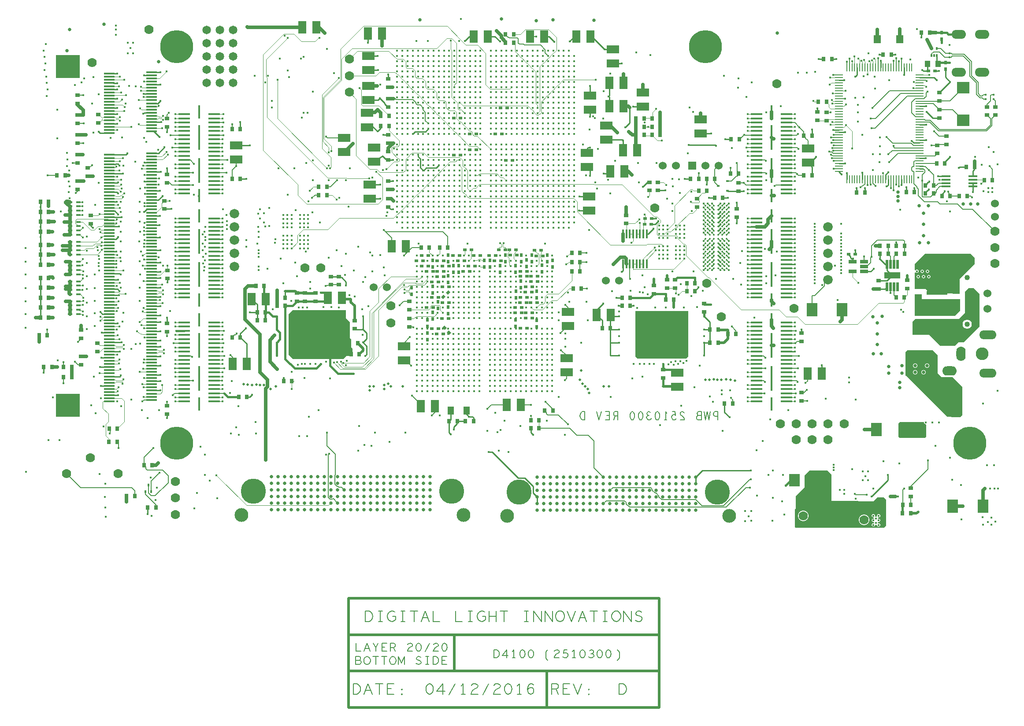
<source format=gbr>
G04 ================== begin FILE IDENTIFICATION RECORD ==================*
G04 Layout Name:  2510300_REV-D.brd*
G04 Film Name:    L20_bot.gbr*
G04 File Format:  Gerber RS274X*
G04 File Origin:  Cadence Allegro 16.6-2015-S051*
G04 Origin Date:  Tue Apr 12 06:53:56 2016*
G04 *
G04 Layer:  VIA CLASS/BOTTOM*
G04 Layer:  PIN/BOTTOM*
G04 Layer:  ETCH/BOTTOM*
G04 Layer:  DRAWING FORMAT/TITLE_BLOCK*
G04 *
G04 Offset:    (0.00 0.00)*
G04 Mirror:    No*
G04 Mode:      Positive*
G04 Rotation:  0*
G04 FullContactRelief:  No*
G04 UndefLineWidth:     0.00*
G04 ================== end FILE IDENTIFICATION RECORD ====================*
%FSLAX25Y25*MOIN*%
%IR0*IPPOS*OFA0.00000B0.00000*MIA0B0*SFA1.00000B1.00000*%
%ADD55O,.07X.11*%
%ADD52O,.11X.07*%
%ADD48R,.12X.05*%
%AMMACRO36*
21,1,.025,.02,0.0,0.0,135.*%
%ADD36MACRO36*%
%ADD21R,.017X.1*%
%ADD58O,.11X.067*%
%ADD59O,.13X.066*%
%ADD43R,.083X.102*%
%ADD27C,.02*%
%ADD56C,.04*%
%ADD46R,.06X.009*%
%ADD32C,.06*%
%ADD50R,.124X.077*%
%ADD45R,.009X.06*%
%ADD16C,.025*%
%ADD12C,.07*%
%ADD10C,.016*%
%ADD22R,.017X.185*%
%ADD30C,.072*%
%ADD24C,.065*%
%ADD39R,.06X.06*%
%ADD60C,.096*%
%ADD40C,.01378*%
%ADD19R,.012X.02*%
%ADD14R,.032X.03*%
%ADD44R,.06X.03*%
%AMMACRO37*
21,1,.025,.02,0.0,0.0,45.*%
%ADD37MACRO37*%
%ADD33R,.02X.025*%
%ADD11R,.03X.032*%
%ADD54R,.04X.05*%
%ADD53R,.07X.012*%
%ADD34R,.025X.02*%
%ADD41R,.02X.017*%
%ADD15R,.032X.016*%
%ADD25C,.104*%
%ADD38R,.013X.065*%
%ADD35R,.05X.063*%
%ADD29C,.001*%
%ADD51R,.055X.06*%
%ADD23R,.09X.016*%
%ADD20C,.25*%
%ADD61R,.018X.016*%
%ADD47R,.055X.06*%
%ADD49R,.019X.07*%
%ADD26C,.19*%
%ADD18C,.005*%
%ADD17R,.079X.014*%
%ADD13R,.182X.178*%
%ADD31R,.095X.063*%
%ADD28R,.063X.095*%
%ADD42R,.083X.095*%
%ADD57R,.094X.086*%
%ADD62C,.01*%
%ADD63C,.011*%
%ADD64C,.015*%
%ADD65C,.004*%
%ADD66C,.006*%
%ADD67C,.008*%
%ADD68C,.00399*%
%ADD71C,.07004*%
%ADD72C,.02604*%
%ADD70C,.03504*%
%ADD69C,.08004*%
G75*
%LPD*%
G75*
G36*
G01X253500Y131000D02*
X251000Y128500D01*
X213000D01*
X209500Y132000D01*
Y162500D01*
X212500Y165500D01*
X253000D01*
Y159500D01*
X256000Y156500D01*
Y144500D01*
X257000Y143500D01*
Y137500D01*
X258000Y136500D01*
Y131000D01*
X253500D01*
G37*
G36*
G01X510500Y129000D02*
X473500D01*
X472000Y130500D01*
Y165000D01*
X512000D01*
Y130500D01*
X510500Y129000D01*
G37*
G36*
G01X593200Y1000D02*
X592800Y1400D01*
Y15000D01*
X593400Y15600D01*
Y25000D01*
X600000Y31600D01*
Y40500D01*
X603800Y44300D01*
X603900D01*
X603941Y44400D01*
X617000D01*
X620200Y41200D01*
Y21100D01*
X640800D01*
X640950Y20950D01*
X651950D01*
X655000Y24000D01*
X660000D01*
X661800Y22200D01*
Y2600D01*
X660200Y1000D01*
X593200D01*
G37*
G36*
G01X672000Y69000D02*
X671000Y70000D01*
Y80000D01*
X672000Y81000D01*
X690000D01*
X690199Y80801D01*
X690198Y80717D01*
G03X691517Y79398I1302J-17D01*
G01X691601Y79399D01*
X692000Y79000D01*
Y70000D01*
X691000Y69000D01*
X672000D01*
G37*
G36*
G01X700700Y131300D02*
Y117900D01*
X703800Y114800D01*
X711900D01*
X719400Y107300D01*
Y86100D01*
X718000Y84700D01*
X711100D01*
X711050Y84750D01*
X707950D01*
X676400Y116300D01*
Y133800D01*
X677700Y135100D01*
X696900D01*
X700700Y131300D01*
G37*
G36*
G01X728000Y182200D02*
X732300Y177900D01*
Y153200D01*
X720500Y141400D01*
X716600D01*
X713800Y138600D01*
X702600D01*
X694400Y146800D01*
X681800D01*
Y157000D01*
X683700Y158900D01*
X716800D01*
X721400Y163500D01*
Y179600D01*
X724000Y182200D01*
X728000D01*
G37*
G36*
G01X717500Y165000D02*
X713600Y161100D01*
X683300D01*
Y177300D01*
X688700D01*
Y173800D01*
X717500D01*
Y165000D01*
G37*
G36*
G01X692600Y177400D02*
X692500Y177500D01*
Y180500D01*
X691300Y181700D01*
X683300D01*
Y194041D01*
X683915Y194266D01*
X684005Y194160D01*
G03Y195840I995J840D01*
G01X683915Y195734D01*
X683300Y195959D01*
Y200600D01*
X691000Y208300D01*
X725300D01*
X728500Y205100D01*
Y200400D01*
X721517Y193417D01*
X721483Y193402D01*
G03X719683Y191583I1417J-3202D01*
G01X717300Y189200D01*
Y179000D01*
X716400Y178100D01*
X707500D01*
X706800Y177400D01*
X692600D01*
G37*
%LPC*%
G75*
G36*
G01X653304Y2954D02*
X653295Y2867D01*
G02X652235Y4281I-1295J133D01*
G01X652321Y4265D01*
X652696Y4546D01*
X652705Y4633D01*
G02X652723Y4753I1295J-133D01*
G01X652743Y4858D01*
X652358Y5243D01*
X652253Y5223D01*
G02X652235Y7781I-253J1277D01*
G01X652321Y7765D01*
X652696Y8046D01*
X652705Y8133D01*
G02X652723Y8253I1295J-133D01*
G01X652743Y8358D01*
X652358Y8743D01*
X652253Y8723D01*
G02X653277Y9747I-253J1277D01*
G01X653257Y9642D01*
X653642Y9257D01*
X653747Y9277D01*
G02X654253I253J-1277D01*
G01X654358Y9257D01*
X654743Y9642D01*
X654723Y9747D01*
G02X655747Y8723I1277J253D01*
G01X655642Y8743D01*
X655257Y8358D01*
X655277Y8253D01*
G02X655295Y8133I-1277J-253D01*
G01X655304Y8046D01*
X655679Y7765D01*
X655765Y7781D01*
G02X655747Y5223I235J-1281D01*
G01X655642Y5243D01*
X655257Y4858D01*
X655277Y4753D01*
G02X655295Y4633I-1277J-253D01*
G01X655304Y4546D01*
X655679Y4265D01*
X655765Y4281D01*
G02X654705Y2867I235J-1281D01*
G01X654696Y2954D01*
X654321Y3235D01*
X654235Y3219D01*
G02X653765I-235J1281D01*
G01X653679Y3235D01*
X653304Y2954D01*
G37*
G54D71*
X722900Y154800D03*
G54D72*
X690000Y191000D03*
X686000D03*
X689000Y195000D03*
X694000Y191000D03*
X693000Y195000D03*
G54D70*
X690000Y118500D03*
X683500D03*
Y123500D03*
X692500D03*
G54D69*
X599000Y10000D03*
X644900Y7000D03*
%LPD*%
G75*
G54D10*
X11100Y43100D03*
X20900Y141700D03*
X10550Y152200D03*
X18300Y160000D03*
X10550Y162700D03*
Y172300D03*
Y182400D03*
Y192700D03*
Y212700D03*
Y202400D03*
X27926Y67126D03*
X36326D03*
X31300Y99626D03*
X34600Y122500D03*
X24400Y118400D03*
X35100Y127500D03*
X27100Y150800D03*
X31400Y160000D03*
Y175000D03*
Y167500D03*
Y190000D03*
Y182500D03*
X21900Y204000D03*
Y211000D03*
X32100Y207500D03*
X31400Y200000D03*
X38600Y210900D03*
X38800Y214100D03*
X21900Y220800D03*
Y228700D03*
X30900Y225000D03*
X31100Y215000D03*
X21900Y243600D03*
X37200Y240100D03*
X28100Y244300D03*
X31500Y240000D03*
X32400Y232500D03*
X27400Y267500D03*
X34500Y295500D03*
Y317300D03*
X26668Y327632D03*
X26574Y337474D03*
X27347Y332553D03*
X26405Y342395D03*
X25084Y347316D03*
X25763Y352237D03*
X26100Y367000D03*
X24942Y357158D03*
X24379Y362079D03*
X45600Y118900D03*
X48100Y126500D03*
X39400Y126300D03*
Y110400D03*
X56800Y130600D03*
X50400Y141700D03*
X54100Y161800D03*
X52500Y154000D03*
X53900Y169600D03*
X54200Y175000D03*
X54100Y164700D03*
X54400Y172700D03*
X41000Y172300D03*
X53900Y184100D03*
X54200Y195000D03*
X53700Y180900D03*
X54000Y192200D03*
X54100Y189500D03*
X41000Y192700D03*
X40900Y181500D03*
Y183600D03*
X54000Y204200D03*
X53700Y199500D03*
X40900Y202300D03*
X53900Y220500D03*
Y228000D03*
X40100Y232300D03*
X40000Y222700D03*
X53600Y237700D03*
X53500Y240900D03*
X53600Y244100D03*
Y247300D03*
X40500Y237700D03*
X41100Y247300D03*
X43900Y259200D03*
X43932Y250132D03*
X43200Y262800D03*
X43347Y255053D03*
X54500Y263100D03*
X43400Y267500D03*
X48500Y254200D03*
X42079Y284579D03*
X43600Y271200D03*
X42037Y274737D03*
X42242Y279658D03*
X53900Y283100D03*
X46300Y276900D03*
X56300Y298100D03*
X54200Y291900D03*
Y313100D03*
X54600Y306900D03*
X48000Y336000D03*
X54400Y328100D03*
X53000Y338000D03*
X55000Y341000D03*
X71400Y9200D03*
X71000Y16200D03*
X70600Y24200D03*
X70900Y34100D03*
X66800Y41700D03*
X74200Y72200D03*
X69700Y77500D03*
X63500Y87500D03*
X60400Y93700D03*
X67650Y98850D03*
X67700Y108300D03*
X66550Y117750D03*
X67030Y122470D03*
X62426Y115374D03*
X67860Y129560D03*
X67200Y160553D03*
Y157648D03*
X56900Y151100D03*
Y160800D03*
X63100Y153600D03*
X68440Y148460D03*
X56900Y171300D03*
X63100Y163100D03*
Y172600D03*
X67300Y164100D03*
X66400Y195700D03*
X56900Y191400D03*
Y181700D03*
X63100Y182300D03*
Y192600D03*
X68300Y211100D03*
X68000Y214100D03*
X65100Y213300D03*
X65200Y210900D03*
X66100Y206500D03*
X66200Y204100D03*
X66100Y201400D03*
Y198800D03*
X56900Y201300D03*
Y210700D03*
X68240Y216960D03*
X68100Y220600D03*
X67400Y224500D03*
X66700Y227000D03*
X56900Y221100D03*
X61600Y227800D03*
X66520Y238220D03*
X63350Y245350D03*
X61600Y266900D03*
X66000Y262000D03*
X61100Y275400D03*
X66100Y300600D03*
X62000Y300000D03*
X66000Y329000D03*
X61050Y322050D03*
X62000Y342000D03*
X87000Y20600D03*
X81000Y61300D03*
X80300Y104200D03*
X81100Y107300D03*
X90800Y98000D03*
X80110Y96490D03*
X80610Y101210D03*
X83000Y93000D03*
X84800Y113293D03*
X84000Y109800D03*
X81400Y125300D03*
X82800Y116300D03*
X82200Y120900D03*
X85000Y136371D03*
Y139290D03*
X90800Y136400D03*
X83230Y141370D03*
X81980Y134280D03*
X81730Y143730D03*
X80020Y131920D03*
X81600Y128200D03*
X81480Y153180D03*
X80300Y146500D03*
X80260Y155540D03*
X84000Y157000D03*
X79620Y150820D03*
X84600Y163500D03*
X81000Y172400D03*
X86400Y178000D03*
X79440Y174440D03*
X81200Y176800D03*
X79420Y169720D03*
X79590Y164990D03*
X80550Y167350D03*
X84500Y195700D03*
X82500Y182500D03*
Y192500D03*
X81850Y186250D03*
X79590Y183890D03*
X80590Y188610D03*
X81800Y180000D03*
X80000Y207200D03*
X82250Y205150D03*
X79240Y198060D03*
X79190Y202790D03*
X82500Y202500D03*
Y210000D03*
X79330Y209870D03*
X79370Y200430D03*
X82500Y225000D03*
Y217500D03*
X81470Y228770D03*
X80550Y220950D03*
X79170Y231130D03*
X82500Y247500D03*
Y232500D03*
Y240000D03*
X83440Y235860D03*
X80590Y245310D03*
X81850Y242950D03*
X79770Y247670D03*
X80800Y238000D03*
X79800Y234100D03*
X85200Y254000D03*
X84200Y251200D03*
X83400Y257700D03*
X83100Y260500D03*
X82810Y264210D03*
X82600Y255200D03*
X80070Y266570D03*
X80500Y253800D03*
Y262300D03*
X81790Y271290D03*
X79400Y274400D03*
X84600Y274900D03*
X84440Y280740D03*
X82120Y278380D03*
X87700Y284200D03*
X81800Y275000D03*
X84370Y268930D03*
X79900Y302000D03*
X83800Y296200D03*
X75000Y296000D03*
X85470Y316170D03*
X81850Y308818D03*
Y311723D03*
X85800Y319200D03*
X90760Y304360D03*
X79900Y318520D03*
Y313790D03*
Y306700D03*
X81270Y335070D03*
X83626Y325027D03*
X82850Y330350D03*
X86600Y328300D03*
X88900Y335100D03*
X86250Y322050D03*
X79900Y337410D03*
Y332690D03*
Y325600D03*
X85200Y339800D03*
X81840Y342160D03*
X79900Y344500D03*
X88000Y360000D03*
Y368000D03*
X90000Y364000D03*
X79000Y374000D03*
Y378000D03*
Y381000D03*
X106000Y9900D03*
X103100Y11400D03*
X105300Y38800D03*
X109000Y21900D03*
X107200Y61200D03*
X98600Y90000D03*
X103000Y84000D03*
X99000Y96500D03*
X100080Y107120D03*
X99020Y109480D03*
X99970Y100030D03*
X99510Y121290D03*
X97130Y118930D03*
X100010Y126010D03*
X100200Y114200D03*
X94000Y140000D03*
X97400Y140300D03*
X100180Y128380D03*
X98240Y154360D03*
X95000Y149600D03*
X100610Y144910D03*
X97000Y156600D03*
X100300Y152000D03*
X97000Y172500D03*
X99400Y164500D03*
X100100Y167200D03*
X100880Y196880D03*
X100070Y187430D03*
X97400Y192500D03*
X96900Y182500D03*
X100420Y213420D03*
X99400Y206900D03*
X99140Y199240D03*
X100470Y203970D03*
X97900Y210000D03*
X97100Y202500D03*
X100380Y215780D03*
X100500Y218600D03*
X100200Y222600D03*
X100400Y225500D03*
X100300Y228200D03*
X100500Y231700D03*
X97400Y225000D03*
X96700Y217500D03*
X100630Y244130D03*
X100690Y246490D03*
X96900Y247500D03*
X97100Y240000D03*
Y232500D03*
X100300Y239900D03*
X100930Y253570D03*
X101000Y258300D03*
X97300Y257500D03*
X100680Y263020D03*
X99530Y274830D03*
X98670Y272470D03*
X100650Y267750D03*
X100800Y277200D03*
X93600Y277900D03*
X100300Y296000D03*
X102000Y293000D03*
X97200Y318400D03*
X96200Y306200D03*
X99700Y314100D03*
X97870Y331530D03*
X97900Y334700D03*
X96260Y324440D03*
X100100Y326800D03*
X100060Y329160D03*
X94000Y335000D03*
X100210Y338610D03*
X100240Y343340D03*
X92000Y360000D03*
Y368000D03*
X110100Y31100D03*
X111850Y42450D03*
X111000Y49900D03*
X117500Y83800D03*
X111800Y90000D03*
X124065Y109025D03*
Y96425D03*
Y99575D03*
X114100Y108900D03*
X112550Y104760D03*
X124065Y105875D03*
X122100Y101400D03*
X117800Y96300D03*
X124065Y118475D03*
Y124775D03*
X112550Y123650D03*
Y116570D03*
Y111840D03*
X124065Y115325D03*
X123625Y121625D03*
X124065Y134225D03*
Y137375D03*
X115439Y135739D03*
Y132820D03*
X124065Y143675D03*
X112550Y142550D03*
Y137830D03*
Y130740D03*
X124065Y127925D03*
X122625Y140525D03*
X124065Y156275D03*
Y153125D03*
Y146825D03*
X117500Y159800D03*
X112550Y161450D03*
Y156720D03*
Y149640D03*
X124575Y149975D03*
X117500Y145900D03*
X124065Y175175D03*
Y178325D03*
X114750Y177713D03*
X120000Y165000D03*
X114300Y170900D03*
X112240Y173260D03*
X112550Y175620D03*
Y168530D03*
X124065Y197225D03*
Y194075D03*
X114750Y180618D03*
X124065Y187775D03*
Y184625D03*
X112550Y194520D03*
X113830Y185070D03*
X124065Y190925D03*
Y181475D03*
X112550Y189790D03*
Y182710D03*
X117900Y186700D03*
X111400Y205500D03*
X124065Y203525D03*
Y206675D03*
Y212975D03*
X117900Y199100D03*
X112550Y211050D03*
Y201610D03*
X124065Y209825D03*
Y200375D03*
X114700Y199100D03*
X124065Y216125D03*
Y231875D03*
X112050Y229950D03*
X112300Y220500D03*
X124065Y228725D03*
Y219275D03*
Y225575D03*
Y222425D03*
Y235025D03*
X119700Y248400D03*
X112240Y237040D03*
X121000Y242200D03*
X111690Y265390D03*
X111260Y260660D03*
X112340Y255940D03*
X114200Y252000D03*
X124065Y266525D03*
Y253925D03*
Y257075D03*
Y263375D03*
X118300Y283400D03*
X117500Y272900D03*
X113010Y270110D03*
X124065Y282275D03*
Y272825D03*
Y275975D03*
Y301175D03*
Y294875D03*
Y291725D03*
X117200Y285400D03*
X111000Y287000D03*
X115800Y288800D03*
X117500Y300300D03*
X112000Y296500D03*
X124065Y285425D03*
X121675Y288575D03*
X120425Y298025D03*
X114550Y309548D03*
Y312453D03*
X113880Y303180D03*
X111350Y320150D03*
X124065Y304325D03*
Y310625D03*
Y313775D03*
X113200Y307900D03*
X124025Y307475D03*
X119000Y314900D03*
X112750Y336250D03*
X112500Y323800D03*
X117400Y346400D03*
X112500Y345700D03*
X138200Y15500D03*
X140250Y27350D03*
X143050Y62150D03*
X141870Y94600D03*
Y113850D03*
X137225Y112175D03*
X141870Y138850D03*
X136600Y130200D03*
X141870Y158100D03*
X130590Y149975D03*
X141870Y173350D03*
Y192600D03*
X144600Y211000D03*
X141870Y217600D03*
Y236850D03*
X141770Y252000D03*
X138000Y253000D03*
X137275Y260225D03*
X141870Y271350D03*
X138100Y276400D03*
X137325Y269675D03*
X141870Y296350D03*
Y315600D03*
X149900Y36600D03*
X155700Y23100D03*
X146200Y40900D03*
X155100Y40500D03*
X146200Y56100D03*
X159675Y105875D03*
Y99575D03*
X159525Y96425D03*
X159675Y109025D03*
X160825Y102725D03*
X159675Y118475D03*
Y124775D03*
Y115325D03*
X160875Y121625D03*
X159275Y112175D03*
X159675Y134225D03*
Y127925D03*
Y137375D03*
Y143675D03*
X160225Y140525D03*
X160925Y131075D03*
X159675Y156275D03*
Y146825D03*
Y153125D03*
X160675Y149975D03*
X159675Y175175D03*
Y178325D03*
Y184625D03*
Y197225D03*
Y187775D03*
Y194075D03*
Y190925D03*
Y181475D03*
X145600Y195700D03*
X159675Y212975D03*
Y200375D03*
Y209825D03*
Y203525D03*
Y206675D03*
X146200Y203400D03*
X146100Y198300D03*
X145000Y206000D03*
X146200Y213600D03*
X145000Y201000D03*
X146900Y208400D03*
X159675Y225575D03*
Y216125D03*
Y231875D03*
Y222425D03*
Y219275D03*
Y228725D03*
X146500Y218500D03*
X146600Y221000D03*
X144700Y223000D03*
X146500Y228500D03*
X146000Y225000D03*
X144700Y215900D03*
X159675Y235025D03*
X160000Y242000D03*
X159675Y263375D03*
Y253925D03*
Y266525D03*
Y257075D03*
Y260225D03*
Y275975D03*
Y282275D03*
Y272825D03*
Y294875D03*
Y301175D03*
Y291725D03*
Y285425D03*
X160225Y298025D03*
X159375Y288575D03*
X159675Y304325D03*
X160225Y313775D03*
X159675Y310625D03*
X160225Y307475D03*
X172100Y71300D03*
X166000Y72400D03*
X170000Y77000D03*
X171700Y93000D03*
X165300Y103000D03*
X166700Y112000D03*
X165700Y131500D03*
X177200Y151900D03*
X170400Y147800D03*
X177500Y213500D03*
X163000Y227000D03*
Y230000D03*
X177500Y218500D03*
X162500Y237500D03*
X163000Y233000D03*
X177500Y265000D03*
X170000Y274700D03*
X163400Y279125D03*
X162475Y269675D03*
X173100Y308000D03*
X166900Y306400D03*
X178334Y380066D03*
X192300Y52300D03*
X185000Y72100D03*
X184700Y80900D03*
X181900Y101700D03*
X180200Y164000D03*
X186900Y196000D03*
X193800Y196900D03*
X186900Y198500D03*
X187000Y211000D03*
X186900Y206000D03*
Y208500D03*
X195000Y229200D03*
X186000Y216000D03*
X186500Y228500D03*
X192000Y229000D03*
X187000Y225000D03*
X191000Y232000D03*
X187000Y221000D03*
X195000Y243000D03*
X191000Y239000D03*
X188000Y242000D03*
Y235000D03*
X186500Y238500D03*
X180350Y290350D03*
X197000Y319000D03*
Y324000D03*
X194000Y343000D03*
X184000D03*
X191953Y337953D03*
X211900Y106000D03*
X200950Y121050D03*
X212000Y119000D03*
X205900Y114200D03*
X200500Y141079D03*
Y131236D03*
X199100Y146600D03*
X200500Y160764D03*
Y150921D03*
X197600Y166100D03*
X211624Y172476D03*
X200900Y180600D03*
X207100Y180000D03*
X205800Y185800D03*
X205551Y212402D03*
X214600Y201500D03*
X208701Y212402D03*
X203500Y204600D03*
X211850Y212402D03*
X205551Y231299D03*
X208701Y228150D03*
X211850D03*
Y231299D03*
Y221850D03*
X208701Y218701D03*
X211850D03*
X208701Y215551D03*
X205551Y221850D03*
X199800Y219300D03*
X205551Y218701D03*
X199200Y216700D03*
X208701Y231299D03*
X205551Y228150D03*
Y215551D03*
X208701Y221850D03*
X211850Y215551D03*
X205551Y234449D03*
X214804Y241195D03*
X208701Y237598D03*
X205551D03*
X208701Y234449D03*
X211850D03*
Y237598D03*
X209000Y253000D03*
X202000Y273000D03*
X213900D03*
X201200Y340000D03*
X210000Y342000D03*
X209000Y347000D03*
X203000Y356000D03*
X209000Y371600D03*
X206600Y373100D03*
X217600Y70300D03*
X223600Y70200D03*
X224900Y84900D03*
X232350Y90050D03*
X230047Y124753D03*
X226110Y124890D03*
X216800Y124300D03*
X221700Y114100D03*
X222000Y124800D03*
X219700D03*
X225000Y138000D03*
X217000D03*
X225000Y130000D03*
X217000D03*
X225000Y154500D03*
X217000D03*
X225000Y162000D03*
X217000D03*
Y146000D03*
X225000D03*
X225800Y178400D03*
X217200Y167500D03*
X223500D03*
X220205Y167505D03*
X215900Y191300D03*
X226000Y187000D03*
Y182000D03*
X221299Y212402D03*
X218150D03*
X224449D03*
X222800Y209800D03*
X221299Y221850D03*
Y228150D03*
Y231299D03*
X218150Y228150D03*
Y231299D03*
Y221850D03*
Y218701D03*
X224449Y215551D03*
Y218701D03*
X221299D03*
Y215551D03*
X224449Y228150D03*
Y231299D03*
X218150Y215551D03*
X224449Y221850D03*
X221299Y234449D03*
Y237598D03*
X224449D03*
X218150D03*
X224449Y234449D03*
X227700Y239700D03*
X224500Y247800D03*
X218150Y234449D03*
X228000Y264000D03*
X227400Y250500D03*
X225500Y256000D03*
X223000Y277000D03*
X228000Y279000D03*
X219500Y311300D03*
X221000Y315000D03*
X224000D03*
X228100Y330900D03*
X219100Y356000D03*
X221000Y357300D03*
X238000Y56300D03*
X238800Y72900D03*
X240200Y56900D03*
X233984Y124984D03*
X241000Y114000D03*
X238000Y126600D03*
X243827Y125873D03*
X249200Y126700D03*
X246300Y126100D03*
X241000Y138000D03*
X249000D03*
X233000D03*
X241000Y130000D03*
X249000D03*
X233000D03*
X241000Y154500D03*
X249000D03*
X233000D03*
X241000Y162000D03*
X249000D03*
X233000D03*
X249000Y146000D03*
X241000D03*
X233000D03*
X233984Y179000D03*
X235953Y167800D03*
X247764Y167500D03*
X241858Y168042D03*
X237700Y183900D03*
X246000Y210900D03*
X249500Y199000D03*
X240100Y205300D03*
X233400Y231900D03*
X246036Y249106D03*
X246400Y263900D03*
X240000Y264000D03*
X247900Y250700D03*
X238800Y273000D03*
X241000D03*
X240016Y284984D03*
X240000Y274900D03*
X241984Y285984D03*
X237900Y296900D03*
X247500Y341100D03*
X244000Y345000D03*
X238634Y363334D03*
X233100Y371600D03*
X237100Y375300D03*
X267000Y63500D03*
X262300Y59300D03*
X263000Y78000D03*
X258550Y117550D03*
X253000Y124000D03*
X251100Y125600D03*
X253700Y127299D03*
X265900Y141100D03*
X267500Y130900D03*
X265900Y136500D03*
X265716Y146984D03*
X265900Y160764D03*
Y150921D03*
X265200Y166300D03*
X256800Y173900D03*
X259800Y175900D03*
X255500Y177000D03*
X253100Y184200D03*
X252200Y192100D03*
X266100Y187000D03*
X259100Y195600D03*
X262400Y213500D03*
X252900Y208400D03*
X255000Y244000D03*
X253000Y264000D03*
X255900Y272900D03*
X258300Y291500D03*
X263400Y333500D03*
X272200Y62800D03*
X275100Y73000D03*
X270000Y168500D03*
X272900Y194900D03*
X267700Y190500D03*
X282300Y192000D03*
X271200Y209300D03*
X272900Y206800D03*
X281800Y198000D03*
X279100Y207100D03*
X281600Y226200D03*
X284400Y239500D03*
X278950Y249850D03*
X283800Y236800D03*
X279050Y260550D03*
X270500Y265200D03*
X273000Y266000D03*
X281000Y271700D03*
X283600Y272200D03*
X275900Y270400D03*
X274200Y290100D03*
X276900Y300800D03*
X281400Y298100D03*
X277000Y317300D03*
X276500Y335350D03*
X278500Y326000D03*
X278921Y336122D03*
X277150Y347150D03*
X285000Y344000D03*
X280400Y365600D03*
X269650Y367850D03*
X277050Y357850D03*
X286000Y66000D03*
X298000Y73000D03*
X302300Y123600D03*
X301400Y145100D03*
X297314Y178611D03*
X293600Y169100D03*
X297314Y181389D03*
X297000Y184700D03*
Y206900D03*
X295696Y231996D03*
X299634D03*
Y228059D03*
X291759Y231996D03*
X295696Y228059D03*
Y247744D03*
Y243808D03*
X291759Y247744D03*
X299634Y239870D03*
X291759D03*
Y235934D03*
X295696D03*
X288900Y248100D03*
X288700Y241900D03*
X295696Y239870D03*
X299634Y247744D03*
Y243808D03*
Y235934D03*
X291759Y243808D03*
X295696Y251682D03*
X291759Y259556D03*
Y255618D03*
X299634Y263492D03*
Y259556D03*
X295696Y267430D03*
Y255618D03*
X291759Y263492D03*
X295696D03*
X299634Y251682D03*
X288800Y256900D03*
Y263100D03*
X291759Y251682D03*
X295696Y259556D03*
X299634Y267430D03*
X291759D03*
X299634Y255618D03*
X295696Y271366D03*
X299634Y283178D03*
X291759Y279241D03*
Y275304D03*
X299634Y279241D03*
X295696Y283178D03*
X291759D03*
X299634Y275304D03*
Y271366D03*
X295696Y275304D03*
X288800Y279400D03*
X291759Y271366D03*
X295696Y279241D03*
X291759Y287115D03*
X295696Y298948D03*
X299634Y291052D03*
Y298948D03*
X291759D03*
X295696Y291052D03*
Y287115D03*
X289100Y291900D03*
X299634Y287115D03*
X291759Y291052D03*
X289200Y287900D03*
X299634Y314696D03*
X291759Y318634D03*
X299634Y302885D03*
Y318634D03*
Y310759D03*
X295696Y302885D03*
X291759Y314696D03*
Y306822D03*
X295696Y310759D03*
X299634Y306822D03*
X291759Y302885D03*
X295696Y306822D03*
X291759Y310759D03*
X295696Y314696D03*
Y318634D03*
X291759Y322570D03*
X295696Y330444D03*
X288400Y334400D03*
X288900Y325600D03*
X291759Y326508D03*
X295696Y322570D03*
X299634Y330444D03*
X291759Y334382D03*
Y330444D03*
X295696Y326508D03*
Y334382D03*
X299634D03*
Y322570D03*
Y326508D03*
X295696Y354066D03*
X291759Y350129D03*
X299634Y354066D03*
X295696Y350130D03*
Y342256D03*
X299634Y350130D03*
X291759Y354066D03*
Y342256D03*
X295696Y338318D03*
Y346192D03*
X299634Y338318D03*
X291759D03*
Y346192D03*
X299634Y342256D03*
Y346192D03*
Y361941D03*
X295696Y358004D03*
X291759D03*
X299634D03*
X295696Y361941D03*
X291759D03*
X318000Y86000D03*
X306708Y108344D03*
X310644D03*
Y104408D03*
X318518D03*
Y108344D03*
X306708Y104408D03*
X303000Y101000D03*
X314582Y108344D03*
Y104408D03*
X306708Y112282D03*
Y116218D03*
Y120156D03*
X310644Y116218D03*
Y120156D03*
Y124092D03*
X318518D03*
X314582Y116218D03*
X318518Y112282D03*
X314582D03*
X318518Y116218D03*
Y120156D03*
X314582Y124092D03*
X306708D03*
X310644Y112282D03*
X314582Y120156D03*
X306708Y131966D03*
X314582Y143778D03*
X310644Y139841D03*
X306708D03*
X318518Y135904D03*
X310644D03*
X314582Y128030D03*
Y135904D03*
X306708D03*
X310644Y128030D03*
X318518Y143778D03*
Y139841D03*
X314582Y131966D03*
X310644Y143778D03*
X318518Y131966D03*
X306708Y128030D03*
Y143778D03*
X314582Y139841D03*
X318518Y128030D03*
X310644Y131966D03*
X318518Y151652D03*
X314582Y147715D03*
Y159548D03*
Y151652D03*
X318518Y159548D03*
X310644D03*
Y147715D03*
X306708Y159548D03*
Y147715D03*
Y151652D03*
X310644D03*
X303900Y152500D03*
X318518Y147715D03*
Y179234D03*
Y175296D03*
Y163485D03*
X306708Y179234D03*
Y175296D03*
Y171359D03*
X314582Y179234D03*
X310644Y171359D03*
Y163485D03*
X314582Y175296D03*
Y171359D03*
X310644Y167422D03*
X306708Y163485D03*
X310644Y179234D03*
X318518Y171359D03*
X306708Y167422D03*
X314582Y163485D03*
X310644Y175296D03*
X314582Y167422D03*
X318518D03*
Y194982D03*
Y183170D03*
X314582Y194982D03*
X318518Y187108D03*
X310644D03*
Y183170D03*
X306708D03*
X310644Y194982D03*
X306708Y187108D03*
X314582Y183170D03*
X318518Y191044D03*
X314582Y187108D03*
X306708Y194982D03*
Y191044D03*
X310644D03*
X314582D03*
X306708Y202856D03*
X310644D03*
Y198918D03*
X314582Y206792D03*
X318518Y198918D03*
X314582D03*
X318518Y202856D03*
X310644Y206792D03*
X306708D03*
X314582Y202856D03*
X306708Y198918D03*
X318518Y206792D03*
X315382Y228059D03*
X311444D03*
X307508D03*
X303570D03*
X319318Y231996D03*
X315382D03*
X307508D03*
X303570D03*
X319318Y228059D03*
X308000Y216000D03*
X311444Y231996D03*
X303570Y243807D03*
X307507Y247744D03*
X315381D03*
Y243807D03*
X311444D03*
X319318D03*
X311444Y247744D03*
X303570D03*
X319318Y235934D03*
X315382D03*
X311444D03*
X307508D03*
X319318Y239870D03*
X311444D03*
X307508D03*
X303570D03*
Y235934D03*
X315382Y239870D03*
X307508Y243808D03*
X319318Y247744D03*
X307507Y255618D03*
Y251681D03*
Y259555D03*
X311444Y263492D03*
X303570Y267429D03*
X307507D03*
X311444D03*
X315381Y263492D03*
X303570Y259555D03*
X315381Y267429D03*
X319318Y263492D03*
Y259555D03*
X303570Y263492D03*
Y251681D03*
X311444Y255618D03*
Y259555D03*
X315381Y251681D03*
Y255618D03*
X311444Y251682D03*
X307508Y263492D03*
X319318Y267430D03*
X303570Y255618D03*
X315382Y259556D03*
X319318Y255618D03*
Y251681D03*
X315381Y271366D03*
Y275304D03*
X319318Y271366D03*
Y275304D03*
X303571Y279241D03*
X311444Y275304D03*
X303570Y271366D03*
X307507D03*
Y275304D03*
X319319Y283179D03*
X315382D03*
X311445D03*
X319319Y279241D03*
X303570Y275304D03*
X315382Y279241D03*
X311444Y271366D03*
X307508Y283178D03*
Y279241D03*
X303571Y283179D03*
X311445Y279241D03*
X315382Y291053D03*
X307507Y291052D03*
X307508Y287115D03*
X319319Y291053D03*
X315382Y287115D03*
X307508Y298948D03*
X311445Y287115D03*
X303570Y291052D03*
X315382Y298948D03*
X319319D03*
X311445D03*
X311444Y291052D03*
X319318Y287115D03*
X303570Y298948D03*
X303571D03*
Y287115D03*
X307508Y310760D03*
X303571Y302886D03*
X307508Y314696D03*
X303571D03*
Y306822D03*
Y310760D03*
X311445D03*
X319319Y302886D03*
X311445D03*
X311444Y314696D03*
X315382Y306822D03*
X311445Y318634D03*
X315382Y310760D03*
X307508Y302886D03*
Y306822D03*
X319318Y310759D03*
X303570Y318634D03*
X311445Y306822D03*
X319319Y314696D03*
X315382D03*
X319319Y318634D03*
X315382D03*
X307508D03*
X315382Y302885D03*
Y302886D03*
X319319Y306822D03*
X307508Y322571D03*
X303571D03*
X307508Y326508D03*
X319318Y330445D03*
Y330444D03*
X315382Y326508D03*
Y330445D03*
X303571D03*
X307508Y334382D03*
X315382Y322570D03*
X311444Y334382D03*
X311445Y330445D03*
Y322571D03*
X303571Y334382D03*
X311445Y326508D03*
X303571D03*
X307508Y330445D03*
X315382Y334382D03*
X319319D03*
Y326508D03*
Y322571D03*
X315382Y350130D03*
X311444D03*
X307508D03*
X303570D03*
X319318Y354066D03*
X315382D03*
X307508D03*
X303570D03*
X311445Y346193D03*
X319319Y338319D03*
X311445Y342256D03*
X303570Y338318D03*
Y338319D03*
X315382Y342256D03*
X315381D03*
X315382Y338318D03*
Y346193D03*
X311445Y338319D03*
X319319Y342256D03*
Y346193D03*
X303571D03*
X307508Y342256D03*
Y346192D03*
X319318Y350130D03*
X311444Y354066D03*
X307508Y338319D03*
X303571Y342256D03*
X319318Y361941D03*
X311444D03*
X319318Y358004D03*
X315382D03*
X311444D03*
X307508D03*
Y361941D03*
X303570D03*
Y358004D03*
X315382Y361941D03*
X314900Y369300D03*
X306150Y369250D03*
X332300Y71700D03*
X334700Y75100D03*
X324000Y86000D03*
X322456Y108344D03*
X326392D03*
X322456Y104408D03*
X326392D03*
X334266Y108344D03*
X330330D03*
Y104408D03*
X334266D03*
X326392Y120156D03*
X322456D03*
Y124092D03*
X330330Y120156D03*
Y124092D03*
X326392Y116218D03*
X322456Y112282D03*
X326392D03*
X334266Y120156D03*
X322456Y116218D03*
X326392Y124092D03*
X330330Y112282D03*
X334266Y116218D03*
X330330D03*
X334266Y124092D03*
Y112282D03*
X326392Y139841D03*
X322456Y131966D03*
X330330Y128030D03*
Y139841D03*
X322456Y128030D03*
X326392Y131966D03*
X322456Y139841D03*
Y143778D03*
X326392Y128030D03*
X330330Y143778D03*
Y135904D03*
X326392D03*
Y143778D03*
X334266D03*
Y135904D03*
X330330Y131966D03*
X334266Y139841D03*
Y131966D03*
X322456Y135904D03*
X334266Y128030D03*
X326392Y147715D03*
X330330D03*
X326392Y151652D03*
X322456Y147715D03*
X326392Y159548D03*
X330330D03*
X322456Y151652D03*
Y159548D03*
X330330Y151652D03*
X334266D03*
Y159548D03*
Y147715D03*
X330330Y179234D03*
X326392Y171359D03*
X322456Y175296D03*
X326392D03*
X330330Y171359D03*
X326392Y179234D03*
X330330Y163485D03*
Y167422D03*
Y175296D03*
X334266Y171359D03*
Y163485D03*
Y175296D03*
Y167422D03*
X322456Y179234D03*
X326392Y167422D03*
X334266Y179234D03*
X322456Y163485D03*
X326392D03*
X322456Y167422D03*
Y171359D03*
X326392Y183170D03*
X330330D03*
X322456D03*
Y194982D03*
X326392D03*
X322456Y187108D03*
Y191044D03*
X326392D03*
Y187108D03*
X334266Y183170D03*
X330330Y194982D03*
X334266Y191044D03*
Y187108D03*
Y194982D03*
X330330Y191044D03*
Y187108D03*
X326392Y198918D03*
Y202856D03*
X322456D03*
X330330Y198918D03*
X334266Y206792D03*
X326392D03*
X334266Y202856D03*
X322456Y198918D03*
Y206792D03*
X334266Y198918D03*
X330330Y202856D03*
Y206792D03*
X335066Y228059D03*
X331130D03*
X327192D03*
X323256D03*
X335066Y231996D03*
X327192D03*
X323256D03*
X331130D03*
X323255Y247744D03*
Y243807D03*
X335066Y235934D03*
X331130D03*
X327192D03*
X331130Y239870D03*
X327192D03*
X323256D03*
X335066Y243808D03*
X331130D03*
X335066Y247744D03*
X331130D03*
X327192D03*
Y243808D03*
X335066Y239870D03*
X323256Y235934D03*
X335066Y263492D03*
X331129Y255618D03*
Y259555D03*
X327192D03*
X323255D03*
X327192Y267429D03*
X323255Y263492D03*
Y251681D03*
X327192Y255618D03*
X335066D03*
Y251682D03*
X331129Y267429D03*
X327192Y251681D03*
X331129Y263492D03*
X323256Y255618D03*
X335066Y259556D03*
X327192Y263492D03*
X335066Y267430D03*
X331130Y251682D03*
X323255Y267429D03*
X323256Y283179D03*
X331130D03*
X327193Y271367D03*
Y279241D03*
X331130D03*
Y275305D03*
X323256Y279241D03*
X327193Y275305D03*
X331130Y271366D03*
X335066Y275304D03*
Y283178D03*
X327192D03*
X335066Y271366D03*
Y279241D03*
X323256Y275304D03*
Y271367D03*
Y287115D03*
X327193Y291053D03*
Y287115D03*
X331130D03*
X323256Y291053D03*
X331130Y298948D03*
X335066Y291052D03*
X323256Y298948D03*
X331130Y291052D03*
X335066Y287115D03*
Y298948D03*
X327193D03*
Y302886D03*
X323256D03*
X331130Y306822D03*
Y318634D03*
X327193D03*
Y314696D03*
X331130D03*
X335066Y302885D03*
X327192Y306822D03*
X335066Y310759D03*
Y318634D03*
X323256D03*
X335066Y306822D03*
Y314696D03*
X331130Y310760D03*
X323256Y314696D03*
Y310760D03*
Y306822D03*
X331130Y302886D03*
X327193Y310760D03*
X335067Y330445D03*
Y326508D03*
X327193Y330445D03*
X323256Y322571D03*
X323255Y326507D03*
X323256Y334382D03*
X335066D03*
X327192Y322570D03*
X323256Y330445D03*
X331130Y322571D03*
X327193Y334382D03*
X331130Y330445D03*
Y326508D03*
Y334382D03*
X327192Y326508D03*
X335066Y322570D03*
Y346192D03*
X331130D03*
X335066Y350130D03*
X331130D03*
X327192D03*
X323256D03*
X335066Y354066D03*
X327192D03*
X323256D03*
X335066Y338318D03*
X331130D03*
Y342256D03*
X327193D03*
X323256D03*
Y346193D03*
X327193Y338319D03*
X331130Y354066D03*
X323256Y338318D03*
X335066Y342256D03*
X327192Y346192D03*
X331130Y361941D03*
X327192D03*
X323256D03*
X335066Y358004D03*
X331130D03*
X327192D03*
X332400Y369700D03*
X335066Y361941D03*
X323256Y358004D03*
X346000Y85000D03*
X338204Y108344D03*
X346078Y104408D03*
X338204D03*
X342141Y108344D03*
Y104408D03*
X346078Y108344D03*
X350015D03*
X353952D03*
X350015Y104408D03*
X353952D03*
Y112282D03*
Y124092D03*
X346078D03*
X350015Y112282D03*
X353952Y120156D03*
X342141Y116218D03*
X350015Y124092D03*
X346078Y112282D03*
X342141D03*
Y120156D03*
Y124092D03*
X346078Y116218D03*
Y120156D03*
X338204Y124092D03*
Y120156D03*
Y116218D03*
X350015Y120156D03*
Y116218D03*
X353952D03*
X338204Y112282D03*
X353952Y128030D03*
X342141Y143778D03*
X350015D03*
X338204Y139841D03*
X353952D03*
X342141Y135904D03*
X338204Y131966D03*
X353952D03*
X350015D03*
X338204Y128030D03*
X350015D03*
X346078D03*
X342141D03*
Y131966D03*
X350015Y135904D03*
X346078Y139841D03*
Y135904D03*
X338204Y143778D03*
X346078D03*
X353952D03*
X342141Y139841D03*
X350015D03*
X338204Y135904D03*
X353952D03*
X346078Y131966D03*
X338204Y159548D03*
X346078D03*
X353952D03*
X342141Y151652D03*
X350015D03*
X353952D03*
X338204Y147715D03*
X346078D03*
X353952D03*
X342141Y159548D03*
X350015D03*
X338204Y151652D03*
X346078D03*
X342141Y147715D03*
X350015D03*
X353952Y179234D03*
X342141D03*
X338204Y175296D03*
X353952D03*
X350015Y171359D03*
X338204Y167422D03*
X346078D03*
X353952D03*
X342141Y163485D03*
X350015D03*
X353952D03*
X350015Y179234D03*
X346078D03*
X338204D03*
X342141Y175296D03*
X346078D03*
X342141Y171359D03*
X346078D03*
X350015Y175296D03*
X338204Y171359D03*
X353952D03*
X342141Y167422D03*
X350015D03*
X338204Y163485D03*
X346078D03*
X350015Y191044D03*
X353952Y194982D03*
Y191044D03*
Y187108D03*
X338204Y194982D03*
X346078D03*
X342141D03*
X350015D03*
X338204Y191044D03*
X353952Y183170D03*
X346078Y187108D03*
X350015Y183170D03*
Y187108D03*
X338204Y183170D03*
X346078Y191044D03*
Y183170D03*
X342141Y187108D03*
X338204D03*
X342141Y191044D03*
Y183170D03*
Y206792D03*
X350015Y198918D03*
X346078Y202856D03*
Y198918D03*
X338204D03*
Y202856D03*
X342141D03*
X353952Y206792D03*
Y198918D03*
X350015Y206792D03*
Y202856D03*
X338204Y206792D03*
X346078D03*
X353952Y202856D03*
X342141Y198918D03*
X354752Y228059D03*
X350815D03*
X346878D03*
X342941D03*
X354752Y231996D03*
X346878D03*
X342941D03*
X339004D03*
Y228059D03*
X345000Y216000D03*
X350815Y231996D03*
X354752Y235934D03*
X350815D03*
X346878D03*
X339004D03*
X350815Y239870D03*
X346878D03*
X342941D03*
X339004D03*
X354752Y243808D03*
X350815D03*
X342941D03*
X339004D03*
X354752Y247744D03*
X350815D03*
X346878D03*
X342941D03*
X339004D03*
X342941Y235934D03*
X354752Y239870D03*
X346878Y243808D03*
X342941Y263493D03*
X339004Y259556D03*
X354752Y255618D03*
X350815D03*
X354752Y251682D03*
X346878D03*
X342941D03*
X339004D03*
X342941Y267430D03*
X339005Y263493D03*
X346879Y259556D03*
Y267430D03*
X339004Y255618D03*
X350815Y251682D03*
X346878Y263492D03*
X342941Y255618D03*
X354752Y259556D03*
X339004Y267430D03*
X350815D03*
X346878Y255618D03*
X342941Y259556D03*
X354752Y267430D03*
X350815Y263493D03*
Y259556D03*
X354753Y263493D03*
X346879Y271367D03*
X354752Y271366D03*
X350815Y275304D03*
X342941D03*
X354752Y279241D03*
X346878D03*
X350815Y283178D03*
X342941D03*
X350815Y271366D03*
X354752Y275304D03*
X346878D03*
X350815Y279241D03*
X342941D03*
X354752Y283178D03*
X346878D03*
X339004D03*
X339005Y275305D03*
Y279241D03*
Y271367D03*
X342941D03*
X354752Y287115D03*
X346878D03*
X339004D03*
X354752Y291052D03*
X350815D03*
X342941D03*
X354752Y298948D03*
X346878D03*
X339004D03*
X350815Y287115D03*
X342941D03*
X346878Y291052D03*
X339004D03*
X350815Y298948D03*
X342941D03*
X339004Y314696D03*
X342941D03*
X339004Y318634D03*
X354752Y302885D03*
X350815D03*
X342941D03*
X354752Y306822D03*
X346878D03*
X339004D03*
X350815Y310759D03*
X342941D03*
X354752Y314696D03*
X346878D03*
X350815Y318634D03*
X342941D03*
X346878Y302885D03*
X339004D03*
X350815Y306822D03*
X342941D03*
X354752Y310759D03*
X346878D03*
X339004D03*
X350815Y314696D03*
X354752Y318634D03*
X346878D03*
X346879Y322571D03*
X342941D03*
Y326508D03*
X339005D03*
X350815Y322571D03*
Y326508D03*
X354752Y334382D03*
Y330444D03*
X354753Y326508D03*
X339004Y322570D03*
X342941Y334382D03*
X346878D03*
X342941Y330444D03*
X339004Y334382D03*
X350815Y330444D03*
X346878D03*
X354752Y322570D03*
X346878Y326508D03*
X339004Y330444D03*
X350815Y334382D03*
X354752Y346192D03*
X350815D03*
X342941D03*
X339004D03*
X354752Y350130D03*
X350815D03*
X346878D03*
X342941D03*
X354752Y354066D03*
X346878D03*
X342941D03*
X339004D03*
X354752Y338318D03*
X350815D03*
X346878D03*
X350815Y342256D03*
X346878D03*
X342941D03*
X339004D03*
X342941Y338318D03*
X339004Y350130D03*
X346878Y346192D03*
X354752Y342256D03*
X350815Y354066D03*
X339004Y338318D03*
X338600Y369400D03*
X342941Y361941D03*
X339004D03*
X354752Y358004D03*
X350815D03*
X346878D03*
X339004D03*
X350815Y361941D03*
X346878D03*
X342900Y369100D03*
X342941Y358004D03*
X354752Y361941D03*
X340100Y385900D03*
X360900Y58200D03*
X359900Y74300D03*
X368500Y59200D03*
X367600Y73100D03*
X360000Y91000D03*
X370000Y75000D03*
X366000Y88000D03*
X361848Y108344D03*
X369722Y104408D03*
X361848D03*
X365785Y108344D03*
Y104408D03*
X369722Y108344D03*
Y120156D03*
Y116218D03*
X365785D03*
X369722Y124092D03*
X361848Y112282D03*
Y120156D03*
X365785Y124092D03*
Y120156D03*
X361848Y124092D03*
X365785Y112282D03*
X369722D03*
X361848Y116218D03*
Y143778D03*
X369722D03*
X365785Y139841D03*
X361848Y135904D03*
X369722D03*
X365785Y131966D03*
X361848Y128030D03*
X369722D03*
Y131966D03*
X365785Y143778D03*
X361848Y139841D03*
X369722D03*
X365785Y135904D03*
X361848Y131966D03*
X365785Y128030D03*
X361848Y159548D03*
X365785D03*
X361848Y151652D03*
X369722D03*
X365785Y147715D03*
X361848D03*
X369722Y159548D03*
X365785Y151652D03*
X369722Y147715D03*
X361848Y179234D03*
X369722D03*
X365785Y175296D03*
X361848Y171359D03*
X369722D03*
X365785Y167422D03*
X361848Y163485D03*
X369722D03*
X365785Y179234D03*
X361848Y175296D03*
X369722D03*
X365785Y171359D03*
X361848Y167422D03*
X369722D03*
X365785Y163485D03*
Y187108D03*
Y191044D03*
Y194982D03*
X361848Y183170D03*
X369722D03*
Y194982D03*
X365785Y183170D03*
X361848Y187108D03*
Y194982D03*
X369722Y187108D03*
X361848Y191044D03*
X369722D03*
Y198918D03*
X361848Y202856D03*
X365785D03*
X361848Y206792D03*
X365785D03*
X369722Y202856D03*
X361848Y198918D03*
X369722Y206792D03*
X365785Y198918D03*
X370522Y228059D03*
X366585D03*
X370522Y231996D03*
X366585D03*
X362648D03*
X372389Y216386D03*
X369611D03*
X362648Y228059D03*
X370522Y235934D03*
X362648D03*
X370522Y239870D03*
X366585D03*
X362648D03*
Y243808D03*
X370522Y247744D03*
X366586D03*
Y243807D03*
X370522Y243808D03*
X362648Y247744D03*
X366585Y235934D03*
X370522Y251682D03*
X366585Y259556D03*
X370522Y255618D03*
X366585Y251682D03*
X370522Y259556D03*
X362648Y251682D03*
Y255618D03*
Y263492D03*
X370522Y267429D03*
X362648Y259556D03*
X366585Y255618D03*
X370522Y263492D03*
X362648Y267430D03*
X366586Y267429D03*
Y263492D03*
X370522Y275304D03*
X362648D03*
X366585Y279241D03*
X370522Y283178D03*
X362648D03*
Y271366D03*
X366585Y275304D03*
X370522Y279241D03*
X362648D03*
X366585Y283178D03*
X370522Y271366D03*
X366586D03*
X362648Y287115D03*
X366585D03*
X370522Y291052D03*
X362648D03*
X366585Y298948D03*
X362648D03*
X370522Y287115D03*
X366585Y291052D03*
X370522Y298948D03*
Y302885D03*
X362648D03*
X366585Y306822D03*
X370522Y310759D03*
X362648D03*
X366585Y314696D03*
X370522Y318634D03*
X362648D03*
X366585Y302885D03*
X370522Y306822D03*
X362648D03*
X366585Y310759D03*
X370522Y314696D03*
X362648D03*
X366585Y318634D03*
Y330445D03*
X370522Y334382D03*
X366585D03*
X362648D03*
X366585Y322571D03*
X362647Y326508D03*
X370521Y322571D03*
X366585Y326508D03*
X370522Y330444D03*
Y326508D03*
X362648Y330444D03*
Y322570D03*
X366585Y346192D03*
X362648D03*
X370522Y350130D03*
X366585D03*
X370522Y354066D03*
X366585D03*
X362648D03*
Y338318D03*
X366585Y342256D03*
X362648D03*
X370522Y346192D03*
Y342256D03*
Y338318D03*
X366585D03*
X362648Y350130D03*
X370522Y358004D03*
X362648D03*
X370522Y361941D03*
X366585D03*
X362648D03*
X369500Y368800D03*
X366585Y358004D03*
X367000Y376900D03*
X376100Y58300D03*
X373000Y82000D03*
X385000Y78000D03*
X381534Y108344D03*
X389408Y104408D03*
X373659Y108344D03*
Y104408D03*
X385470D03*
X381534D03*
X377596Y108344D03*
Y104408D03*
X389408Y108344D03*
X385470D03*
X377596Y124092D03*
X373659Y116218D03*
X377596D03*
Y112282D03*
X381534Y116218D03*
Y112282D03*
X373659Y120156D03*
Y124092D03*
X389408D03*
X377596Y120156D03*
X373659Y112282D03*
X381534Y124092D03*
X385470D03*
X381534Y120156D03*
X389408D03*
Y116218D03*
X385470Y120156D03*
Y116218D03*
X389408Y112282D03*
X385470D03*
Y143778D03*
X389408Y128030D03*
Y131966D03*
X381534Y143778D03*
X385470Y139841D03*
X381534Y131966D03*
X389408Y139841D03*
X377596Y143778D03*
X373659Y139841D03*
X377596D03*
X385470Y135904D03*
X373659Y131966D03*
X381534Y128030D03*
Y135904D03*
Y139841D03*
X373659Y143778D03*
X389408D03*
X373659Y135904D03*
X385471Y131966D03*
X389408Y135904D03*
X385470Y128030D03*
X377596D03*
Y131966D03*
X373659Y128030D03*
X377596Y135904D03*
X381534Y159548D03*
X389408D03*
X381534Y151652D03*
X385470D03*
X389408D03*
X385470Y147715D03*
X389408D03*
X373659Y159548D03*
Y147715D03*
X377596D03*
X381534D03*
X385470Y159548D03*
X373659Y151652D03*
X377596Y159548D03*
Y151652D03*
X381534Y179234D03*
Y175296D03*
Y163485D03*
X389408Y179234D03*
X385470Y163485D03*
Y175296D03*
X389408Y163485D03*
Y175296D03*
X373659Y179234D03*
X377596D03*
X385470D03*
X373659Y175296D03*
X381534Y171359D03*
X373659Y167422D03*
X389408D03*
X377596Y163485D03*
X373659Y171359D03*
Y163485D03*
X377596Y175296D03*
X381534Y167422D03*
X385470D03*
X389408Y171359D03*
X385470D03*
X377596D03*
Y167422D03*
X381534Y183170D03*
Y187108D03*
X377596D03*
X385470Y183170D03*
Y187108D03*
X373659Y191044D03*
X377596Y194982D03*
X373659Y187108D03*
X381534Y194982D03*
X373659Y183170D03*
X381534Y191044D03*
X377596Y183170D03*
X373659Y194982D03*
X389408Y187108D03*
Y191044D03*
X385470D03*
X389408Y183170D03*
X377596Y191044D03*
X385470Y194982D03*
X389408D03*
X373659Y202856D03*
X381534Y206792D03*
X373659D03*
X377596D03*
X373659Y198918D03*
X385470Y202856D03*
X381534D03*
X377596Y198918D03*
X381534D03*
X385470Y206792D03*
X389408D03*
X377596Y202856D03*
X385470Y198918D03*
X389408D03*
Y202856D03*
X390208Y228059D03*
X386270D03*
X378396D03*
X374459D03*
X390208Y231996D03*
X386270D03*
X382334D03*
X378396D03*
X382334Y228059D03*
X374459Y231996D03*
X390208Y235934D03*
X382334D03*
X378396D03*
X374459D03*
X390208Y239870D03*
X386270D03*
X382334D03*
X374459D03*
X386270Y243808D03*
X382334D03*
X378396D03*
X374459D03*
X386270Y247744D03*
X378396D03*
X374459D03*
X390208D03*
X382334D03*
X386270Y235934D03*
X390208Y243808D03*
X378396Y239870D03*
X382334Y255618D03*
Y259555D03*
X374459Y259556D03*
X386271Y263492D03*
X386270Y251682D03*
X382334D03*
X378396D03*
X386271Y267429D03*
X378396Y263492D03*
X374459Y267430D03*
X390208Y267429D03*
Y259555D03*
Y255618D03*
Y251681D03*
X386271Y259555D03*
X378396Y259556D03*
X390208Y263492D03*
X378396Y267430D03*
X386270Y255618D03*
X382334Y267430D03*
X374459Y251681D03*
X374460Y263492D03*
X374459Y255618D03*
X382334Y263492D03*
X378396Y255618D03*
X382334Y271366D03*
Y275304D03*
X386271Y283178D03*
X390208Y279240D03*
Y275304D03*
X386271Y279240D03*
Y271366D03*
X390208D03*
X374459D03*
X386270Y275304D03*
X378396D03*
X382334Y279241D03*
X374459D03*
X390208Y283178D03*
X378396D03*
Y271366D03*
X382334Y283178D03*
X374459Y275304D03*
X378396Y279241D03*
X374459Y283178D03*
X390207Y298948D03*
X390208Y287114D03*
Y291052D03*
X382334Y287115D03*
X374459D03*
X378396Y291052D03*
X382334Y298948D03*
X374459D03*
X382334Y291052D03*
X386270Y298948D03*
X386271Y287114D03*
Y291052D03*
X378396Y287115D03*
X374459Y291052D03*
X378396Y298948D03*
X386270Y314696D03*
X378396Y310759D03*
Y318634D03*
X390207D03*
X382334D03*
Y314696D03*
X390207Y310760D03*
X386270D03*
X390207Y314696D03*
X386270Y306822D03*
X390208Y302885D03*
X378396D03*
X390208Y306822D03*
X382334D03*
X374459D03*
Y314696D03*
X386270Y318634D03*
X382334Y302885D03*
Y310759D03*
X378396Y314696D03*
X386270Y302886D03*
X374459Y302885D03*
X378396Y306822D03*
X374459Y310759D03*
Y318634D03*
X382333Y326508D03*
Y322571D03*
X378395Y330445D03*
Y326508D03*
X386270Y330445D03*
X374459Y322571D03*
Y334382D03*
X386270D03*
X390207Y322571D03*
X386270Y326508D03*
X378396Y334382D03*
X390207Y330445D03*
X386270Y322571D03*
X390207Y334382D03*
X374459Y330444D03*
X378396Y322570D03*
X390208Y326508D03*
X382334Y330444D03*
Y334382D03*
X374459Y326508D03*
X390207Y342256D03*
X374459Y346192D03*
X390208Y350130D03*
X386270D03*
X378396D03*
X374459D03*
X390208Y354066D03*
X386270D03*
X382334D03*
X378396D03*
X382334Y338318D03*
X386270Y342256D03*
X382334D03*
X374459D03*
X386270Y346192D03*
X382334D03*
X378396D03*
X390207Y338319D03*
X378396Y338318D03*
X374459D03*
X378396Y342256D03*
X390208Y346192D03*
X374459Y354066D03*
X386270Y338318D03*
X382334Y350130D03*
X390208Y358004D03*
X382334D03*
X378396D03*
X374459D03*
X390208Y361941D03*
X386270D03*
X382334D03*
X374459D03*
X386270Y358004D03*
X378396Y361941D03*
X394600Y71100D03*
X392900Y85700D03*
X405000Y82000D03*
X393000Y94000D03*
X404100Y96100D03*
X397282Y108344D03*
Y104408D03*
X405156Y108344D03*
Y104408D03*
X401218Y108344D03*
Y104408D03*
X393344Y108344D03*
Y104408D03*
X397282Y116218D03*
X393344D03*
X405156Y124092D03*
X401218Y116218D03*
X397282Y124092D03*
X393344D03*
X401218D03*
X393344Y120156D03*
X405156Y116218D03*
X393344Y112282D03*
X401218Y120156D03*
X405156D03*
Y112282D03*
X397282Y120156D03*
Y112282D03*
X401218D03*
Y131966D03*
X405156Y139841D03*
X401218D03*
Y143778D03*
X393344D03*
X397282D03*
X393344Y128030D03*
X397282Y135904D03*
X393344Y139841D03*
X397282Y128030D03*
Y139841D03*
X401218Y128030D03*
Y135904D03*
X397282Y131966D03*
X393344Y135904D03*
X405156D03*
X393344Y131966D03*
X405156Y128030D03*
Y143778D03*
Y131966D03*
Y147715D03*
X401218Y159548D03*
Y151652D03*
X405156D03*
X397282D03*
X393344Y159548D03*
X397282D03*
X405156D03*
X393344Y151652D03*
X401218Y147715D03*
X393344D03*
X397282D03*
X393344Y163485D03*
X397282Y171359D03*
X401218Y175296D03*
X397282Y179234D03*
X393344Y171359D03*
X405156Y163485D03*
X401218Y179234D03*
X397282Y175296D03*
X405156D03*
X401218Y171359D03*
X405156Y179234D03*
X393344Y175296D03*
X397282Y163485D03*
X401218D03*
Y167422D03*
X405156D03*
X393344Y179234D03*
X405156Y171359D03*
X397282Y167422D03*
X393344D03*
X405156Y183170D03*
X393344D03*
X397282Y191044D03*
X393344Y187108D03*
Y191044D03*
X401218Y183170D03*
Y194982D03*
X393344D03*
X397282Y183170D03*
X401218Y191044D03*
X397282Y187108D03*
X405156Y194982D03*
X401218Y187108D03*
X405156Y191044D03*
Y187108D03*
X397282Y194982D03*
X393344Y202856D03*
X401218Y198918D03*
Y206792D03*
X405156Y202856D03*
X401218D03*
X397282Y198918D03*
X393344Y206792D03*
X397282D03*
X405156D03*
Y198918D03*
X397282Y202856D03*
X393344Y198918D03*
X405956Y228059D03*
X398082D03*
X394144D03*
X405956Y231996D03*
X402018D03*
X398082D03*
X394144D03*
X402018Y228059D03*
X403700Y216000D03*
X402018Y235934D03*
X398082D03*
X394144D03*
X405956Y239870D03*
X402018D03*
X394144D03*
X394145Y247744D03*
X402019Y243807D03*
X398082D03*
Y239870D03*
X402018Y247744D03*
X405956Y235934D03*
X398082Y247744D03*
X394145Y243807D03*
X405956D03*
Y247744D03*
Y259555D03*
Y263492D03*
Y267429D03*
Y251681D03*
X402019D03*
X398082Y267429D03*
X402019Y255618D03*
X394145Y267429D03*
X402019Y263492D03*
Y259555D03*
X398082Y251681D03*
X394145Y259555D03*
X398082Y263492D03*
Y255618D03*
X394145D03*
Y263492D03*
X394144Y251682D03*
X405956Y255618D03*
X402018Y267430D03*
X398082Y259556D03*
X405956Y279240D03*
X394145Y283178D03*
X405956Y271366D03*
X398082Y283178D03*
X402019Y271366D03*
X394145Y275304D03*
X398082Y271366D03*
X394145Y279240D03*
X398082Y275304D03*
X402019D03*
Y279240D03*
X394144Y271366D03*
X398082Y279241D03*
X405956Y275304D03*
Y283178D03*
X402019D03*
X394144Y298948D03*
X398082Y291052D03*
X405956Y287114D03*
X398082D03*
X394145D03*
X402018Y298948D03*
X394144Y291052D03*
X405956Y298948D03*
Y291052D03*
X402019D03*
X398082Y298948D03*
X402018Y287115D03*
X394144Y306822D03*
X398082D03*
X405956D03*
X402018D03*
Y302885D03*
X405956Y314696D03*
X394144Y318634D03*
X402018D03*
Y314696D03*
X398081Y310760D03*
X394144D03*
X405956Y318634D03*
Y318633D03*
X398082Y302885D03*
X402018Y310759D03*
X394144Y314696D03*
X405956Y302885D03*
X398082Y318634D03*
Y314696D03*
X405955Y310760D03*
X394144Y302886D03*
X402018Y334382D03*
X398081D03*
X405956Y330444D03*
Y334382D03*
Y322570D03*
Y326508D03*
X398081Y330445D03*
Y326508D03*
X402018D03*
X394144Y322571D03*
X402018D03*
X394144Y326508D03*
Y330444D03*
X398082Y322570D03*
X402018Y330444D03*
X394144Y334382D03*
X405956Y350130D03*
X398082D03*
X394144D03*
X405956Y354066D03*
X402018D03*
X398082D03*
X398081Y338319D03*
X402018Y342256D03*
Y338319D03*
Y346193D03*
X405956Y346192D03*
Y342256D03*
X394144Y338319D03*
Y342256D03*
X398082D03*
Y342255D03*
X405956Y338318D03*
X402018Y350130D03*
X394144Y354066D03*
X398081Y346193D03*
X394144D03*
X402018Y358004D03*
X398082D03*
X394144D03*
X405956Y361941D03*
X402018D03*
X394144D03*
X405956Y358004D03*
X398082Y361941D03*
X397000Y372500D03*
X418500Y71200D03*
X420900Y79100D03*
X409092Y104408D03*
X414000Y100000D03*
X409092Y108344D03*
Y116218D03*
Y124092D03*
X418700Y112600D03*
X409092Y120156D03*
Y112282D03*
Y131966D03*
Y128030D03*
Y143778D03*
X415700Y135400D03*
X409092Y139841D03*
Y135904D03*
X419000Y144000D03*
Y138000D03*
X409092Y151652D03*
X415400Y148300D03*
X409092Y159548D03*
Y147715D03*
X419000Y148000D03*
X414000Y158000D03*
X409092Y171359D03*
Y163485D03*
Y175296D03*
Y179234D03*
Y167422D03*
X419000Y169600D03*
X421000Y179000D03*
X422000Y172000D03*
X414000Y164000D03*
X409092Y183170D03*
Y187108D03*
Y191044D03*
Y194982D03*
Y198918D03*
Y202856D03*
Y206792D03*
X419800Y200100D03*
X420200Y206200D03*
X413830Y228059D03*
X409892D03*
Y231996D03*
X425641D03*
X421704D03*
X417766Y228059D03*
Y231996D03*
X421704Y228059D03*
X413830Y231996D03*
Y235934D03*
X409892D03*
X413830Y239870D03*
X409892D03*
X421704Y243808D03*
X425641Y239870D03*
Y247744D03*
Y243808D03*
X417766D03*
X421704Y239870D03*
X417766Y247744D03*
X421704Y235934D03*
X417766D03*
X409893Y247744D03*
X413830Y243807D03*
Y247744D03*
X425641Y235934D03*
X409892Y243808D03*
X421704Y247744D03*
X417766Y239870D03*
X409893Y267429D03*
X413830Y263492D03*
Y267429D03*
X417766Y263492D03*
Y267430D03*
X425641Y259556D03*
Y267430D03*
X421704Y263492D03*
X417766Y251682D03*
X421704Y259556D03*
X425641Y251682D03*
X417766Y255618D03*
X425641Y263492D03*
X421704Y255618D03*
Y251682D03*
X409893Y259555D03*
X413830Y255618D03*
Y259555D03*
X409893Y255618D03*
X425641D03*
X417766Y259556D03*
X421704Y267430D03*
X413830Y251682D03*
X409892Y263492D03*
X409893Y251681D03*
Y271366D03*
Y279240D03*
X413830Y283178D03*
X409893Y275304D03*
X421704Y279241D03*
Y275304D03*
X417766Y283178D03*
Y275304D03*
X425641Y271366D03*
X421704Y283178D03*
X425641D03*
X417766Y271366D03*
X421704D03*
X425641Y279241D03*
X413830Y271366D03*
X425641Y275304D03*
X409892Y283178D03*
X417766Y279241D03*
X413830Y275304D03*
Y279240D03*
Y287114D03*
X409893Y291052D03*
X417766D03*
Y287115D03*
X421704Y291052D03*
X425641Y287115D03*
X409892Y298948D03*
X425641Y291052D03*
X421704Y298948D03*
X413830Y291052D03*
X417766Y298948D03*
X413830D03*
X421704Y287115D03*
X425641Y298948D03*
X409893Y287114D03*
X425641Y302885D03*
X417766Y310759D03*
X409892Y318634D03*
X417766Y314696D03*
X413830Y310759D03*
Y306822D03*
X409892D03*
X421704Y310759D03*
X413830Y318634D03*
X409892Y310759D03*
Y302885D03*
X413830D03*
X409892Y314696D03*
X417766Y302885D03*
X413830Y314696D03*
X425641Y318634D03*
X421704Y302885D03*
X425641Y306822D03*
X421704D03*
X417766D03*
X425641Y314696D03*
Y310759D03*
X421704Y314696D03*
Y318634D03*
X417766D03*
X409892Y334382D03*
Y322570D03*
X413830D03*
X409892Y330444D03*
X413830Y326508D03*
Y330444D03*
Y334382D03*
Y334381D03*
X417767Y322571D03*
X417766Y322570D03*
Y334382D03*
X409892Y326508D03*
X421704Y330444D03*
Y326508D03*
X417766D03*
X425641Y334382D03*
Y330444D03*
Y322570D03*
Y326508D03*
X417766Y330444D03*
X421704Y334382D03*
Y322570D03*
X413830Y350130D03*
X409892D03*
Y354066D03*
X417766Y346192D03*
Y354066D03*
X413830Y342256D03*
Y346192D03*
X409892Y342256D03*
X413830Y338318D03*
X409892D03*
X409893Y346193D03*
X409892Y346192D03*
X421704D03*
X425641Y350130D03*
Y346192D03*
X417766Y350130D03*
X425641Y354066D03*
X417766Y338318D03*
X425641D03*
X417766Y342256D03*
X421704Y350130D03*
X413830Y354066D03*
X421704Y342256D03*
Y354066D03*
Y338318D03*
X425641Y342256D03*
X413830Y358004D03*
X409892D03*
X413830Y361941D03*
X409892D03*
X421704D03*
X422200Y368900D03*
X410700Y368600D03*
X425641Y358004D03*
X417766Y361941D03*
Y358004D03*
X421704D03*
X431100Y141000D03*
X436000Y158000D03*
X435000Y172000D03*
X435400Y182000D03*
X434900Y209000D03*
Y202000D03*
X437100Y226400D03*
X429350Y240750D03*
X434700Y267500D03*
X437500Y267300D03*
X441600Y262100D03*
X442900Y257500D03*
X429550Y251450D03*
X437200Y302300D03*
X437500Y288700D03*
X432400Y290800D03*
X439900Y312300D03*
X441400Y310800D03*
X437500Y311900D03*
Y335200D03*
X441900Y339800D03*
X453300Y100000D03*
X459500Y141079D03*
Y131236D03*
Y146000D03*
Y160764D03*
Y150921D03*
X457600Y175000D03*
X459500Y164701D03*
X459200Y169000D03*
X447600Y170500D03*
X454300Y180000D03*
X455294Y200194D03*
X453100Y254000D03*
X451300Y264300D03*
X456700Y278600D03*
X448100Y268800D03*
X458400Y299800D03*
X443700Y287500D03*
X447600Y310500D03*
X451800Y327400D03*
X448100Y331200D03*
X453100Y344500D03*
X448750Y362850D03*
X470500Y125000D03*
X469600Y113900D03*
X475268Y125000D03*
X477236Y115164D03*
X475500Y130000D03*
Y138000D03*
Y146000D03*
Y162000D03*
Y154500D03*
X470800Y169000D03*
X475268Y179168D03*
X473299Y167099D03*
X477500Y178800D03*
X477400Y192000D03*
X467900Y189400D03*
X461500Y194600D03*
X468400Y180300D03*
X475440Y231640D03*
X468900Y216500D03*
X462640Y217760D03*
X465100Y243700D03*
X474900Y234300D03*
X474700Y262300D03*
X477800Y259000D03*
X473900Y277000D03*
X469400Y267800D03*
X462650Y293850D03*
X467000Y300700D03*
X464400Y303800D03*
X470350Y319650D03*
X477500Y336300D03*
X462850Y344250D03*
X461650Y352150D03*
X472650Y360650D03*
X490800Y78500D03*
X493000Y108000D03*
X486000Y125000D03*
X492984Y125016D03*
X482500Y125000D03*
X478500D03*
X491500Y138000D03*
Y130000D03*
X483500Y138000D03*
Y130000D03*
X491500Y154500D03*
Y162000D03*
Y146000D03*
X483500Y154500D03*
Y162000D03*
Y146000D03*
X494953Y167500D03*
X495000Y178000D03*
X487079Y167479D03*
X481173Y177627D03*
X486100Y189100D03*
X479100Y182900D03*
X486500Y213000D03*
X493101Y207651D03*
Y210801D03*
X487400Y210800D03*
X489951Y213950D03*
Y210801D03*
Y204502D03*
X493101D03*
Y213950D03*
X489951Y207651D03*
X493101Y220250D03*
X489951Y223399D03*
Y220250D03*
Y226549D03*
X493101Y223399D03*
X489951Y229698D03*
X493101D03*
X485600Y227100D03*
X493101Y226549D03*
X479100Y238000D03*
X487700Y234800D03*
X489400Y232800D03*
X495400Y260200D03*
X481600Y251400D03*
X494500Y256100D03*
X488000Y276900D03*
X492100Y293800D03*
X478900Y307500D03*
X487700Y317800D03*
X490800Y315100D03*
X481800Y304400D03*
X483350Y358650D03*
X506500Y93400D03*
X496900Y124500D03*
X498890Y126390D03*
X510701Y127101D03*
X508300Y125500D03*
X500858Y124342D03*
X502300Y126900D03*
X506000Y126800D03*
X504300Y124800D03*
X499500Y138000D03*
Y130000D03*
X507500D03*
Y138000D03*
Y146000D03*
X499500Y154500D03*
Y162000D03*
Y146000D03*
X507500Y162000D03*
Y154500D03*
X502800Y178400D03*
X504800Y177400D03*
X500858Y167642D03*
X508732Y167700D03*
X500000Y195000D03*
X506200Y185400D03*
X496000Y192000D03*
X502550Y210801D03*
X496250D03*
X502550Y213950D03*
X496250D03*
X505699D03*
Y204502D03*
X496250Y207651D03*
X502550D03*
X508849D03*
Y204502D03*
X505699Y210801D03*
X508849D03*
X502550Y204502D03*
X505699Y207651D03*
X496250Y204501D03*
X508849Y213950D03*
X502550Y223399D03*
X496250D03*
X502550Y220250D03*
X496250D03*
X502550Y229698D03*
X508849D03*
X505699D03*
Y226549D03*
Y223399D03*
Y220250D03*
X502550Y226549D03*
X496250Y229698D03*
Y226549D03*
X508849D03*
Y223399D03*
Y220250D03*
X499900Y246300D03*
X495900Y250000D03*
X500000Y240500D03*
X500100Y264900D03*
X500200Y259300D03*
X509300Y265000D03*
X505100Y264700D03*
X505500Y254100D03*
X511700Y284400D03*
X512300Y290600D03*
X513000Y319000D03*
X528200Y100300D03*
X516800Y107400D03*
X530600Y96400D03*
X520500Y123500D03*
X524100Y131236D03*
Y141079D03*
Y145900D03*
Y160764D03*
Y150921D03*
X518476Y168000D03*
X528900Y170000D03*
X514200Y176200D03*
X529809Y195762D03*
X519800Y182900D03*
X515900Y195000D03*
X517100Y190100D03*
X522900Y180400D03*
X526660Y195762D03*
X523510D03*
Y211510D03*
X526660D03*
Y214660D03*
X523510D03*
X526660Y208360D03*
X523510D03*
X526660Y202061D03*
X523510D03*
X526660Y205211D03*
Y198912D03*
X523510D03*
Y205211D03*
X529809Y211510D03*
Y202061D03*
Y198912D03*
Y205211D03*
Y208360D03*
Y214660D03*
X526660Y224191D03*
X523510Y227340D03*
X526660Y230490D03*
Y227340D03*
X523510Y230490D03*
Y224191D03*
X526660Y217809D03*
X523510D03*
X529809Y224191D03*
Y217809D03*
Y230490D03*
Y227340D03*
X523510Y236789D03*
X526660Y233640D03*
X523510Y239939D03*
X526660Y243088D03*
Y236789D03*
X523510Y243088D03*
X526660Y239939D03*
X523510Y233640D03*
Y246238D03*
X526660D03*
X529809D03*
X514100Y247600D03*
X529809Y239939D03*
X514700Y240500D03*
X529809Y233640D03*
Y236789D03*
Y243088D03*
X525900Y260600D03*
X527800Y250600D03*
X514300Y255400D03*
X520000Y269400D03*
X529150Y299350D03*
X515500Y315600D03*
X521400Y314700D03*
X538100Y74400D03*
X543300Y84500D03*
X537400Y101800D03*
X543800Y104800D03*
X537200Y105000D03*
X544200Y99100D03*
X541900Y150500D03*
X544900Y153100D03*
X536191Y195762D03*
X532900Y189300D03*
X546100D03*
X542490Y195762D03*
X539340D03*
X542490Y205211D03*
Y202061D03*
X539340Y214660D03*
Y202061D03*
X542490Y211510D03*
Y208360D03*
Y214660D03*
X539340Y208360D03*
X542490Y198912D03*
X539340D03*
Y205211D03*
Y211510D03*
X536191D03*
Y202061D03*
Y198912D03*
Y205211D03*
Y208360D03*
Y214660D03*
Y217809D03*
Y224191D03*
X539340D03*
Y230490D03*
X542490Y227340D03*
Y217809D03*
Y230490D03*
X539340Y217809D03*
X542490Y224191D03*
X539340Y227340D03*
X536191Y230490D03*
X548500Y231400D03*
X536191Y227340D03*
Y246238D03*
X542490D03*
X539340Y236789D03*
Y246238D03*
Y239939D03*
Y243088D03*
Y233640D03*
X542490D03*
Y236789D03*
Y239939D03*
Y243088D03*
X548500Y247000D03*
X536191Y239939D03*
Y233640D03*
Y236789D03*
Y243088D03*
X542100Y250600D03*
X543900Y273300D03*
X533100Y290000D03*
X539900Y295000D03*
X545000Y288300D03*
X538900Y342900D03*
X557500Y9500D03*
X555000Y6000D03*
Y13500D03*
X559500D03*
X559700Y6200D03*
X558800Y31400D03*
X559300Y37500D03*
X564100Y25300D03*
X559400Y44100D03*
X563500Y59500D03*
X557065Y109025D03*
Y96425D03*
Y99575D03*
Y105875D03*
Y124775D03*
Y115325D03*
Y118475D03*
Y134225D03*
Y127925D03*
Y137375D03*
Y143675D03*
X557275Y140525D03*
X557065Y153125D03*
Y156275D03*
Y146825D03*
X562000Y160000D03*
X557125Y149975D03*
X557065Y175175D03*
Y178325D03*
Y194075D03*
Y197225D03*
Y184625D03*
Y187775D03*
Y190925D03*
Y181475D03*
X552000Y185000D03*
X557065Y212975D03*
Y206675D03*
Y203525D03*
X552500Y210300D03*
X557065Y209825D03*
Y200375D03*
X551400Y201300D03*
X557065Y231875D03*
Y216125D03*
Y228725D03*
Y219275D03*
Y225575D03*
Y222425D03*
Y235025D03*
X554100Y255600D03*
X557065Y266525D03*
Y263375D03*
Y257075D03*
Y253925D03*
X554000Y261900D03*
X548600Y276900D03*
X557065Y282275D03*
Y275975D03*
Y272825D03*
Y301175D03*
Y294875D03*
Y291725D03*
Y285425D03*
X555875Y288575D03*
X554300Y298200D03*
X557065Y304325D03*
Y310625D03*
Y313775D03*
X557475Y307475D03*
X549500Y333800D03*
X556100Y326800D03*
X549900Y340900D03*
X559900Y338000D03*
X575700Y6200D03*
X583100Y20900D03*
X576100Y23500D03*
X575900Y44100D03*
X583600Y40900D03*
X572700Y40800D03*
X568300Y66600D03*
X574000Y83000D03*
X574870Y94600D03*
X569625Y102725D03*
X574870Y113850D03*
X570275Y121625D03*
X570000Y111200D03*
X576650Y138850D03*
X570400Y129600D03*
X576400Y152000D03*
X576600Y170600D03*
X578000Y192000D03*
X574870Y192600D03*
X571000Y186000D03*
X570900Y191100D03*
X579000Y210000D03*
X573300Y211600D03*
X570000Y212000D03*
X574870Y266670D03*
X577100Y252100D03*
X571000Y264000D03*
X577300Y259700D03*
X570600Y278500D03*
X571100Y268800D03*
X576600Y295300D03*
X582000Y320000D03*
X574870Y310570D03*
X570900Y315100D03*
X584500Y10900D03*
X585500Y32800D03*
X587800Y89800D03*
X592675Y99575D03*
Y109025D03*
Y96425D03*
Y105875D03*
X593275Y102725D03*
X592675Y124775D03*
Y115325D03*
Y118475D03*
X594975Y121625D03*
X600800Y110600D03*
X594700Y111300D03*
X592675Y137375D03*
Y143675D03*
Y134225D03*
Y127925D03*
X592875Y140525D03*
X595525Y131075D03*
X592675Y146825D03*
Y153125D03*
Y156275D03*
X597500Y150900D03*
X593225Y149975D03*
X592675Y178325D03*
Y175175D03*
Y194075D03*
Y197225D03*
Y184625D03*
Y187775D03*
Y181475D03*
Y190925D03*
Y212975D03*
Y200375D03*
Y209825D03*
Y206675D03*
Y203525D03*
Y216125D03*
Y225575D03*
Y222425D03*
Y231875D03*
Y219275D03*
Y228725D03*
Y235025D03*
Y266525D03*
Y263375D03*
Y257075D03*
Y253925D03*
Y282275D03*
Y272825D03*
Y275975D03*
X592225Y279125D03*
X594300Y268600D03*
X592675Y301175D03*
Y294875D03*
Y291725D03*
Y285425D03*
X594900Y298900D03*
X595400Y287500D03*
X592675Y313775D03*
Y310625D03*
Y304325D03*
X596000Y304000D03*
X595000Y345100D03*
X615950Y98500D03*
X602100Y96900D03*
X601600Y105200D03*
X612850Y123950D03*
X607500Y186000D03*
Y191000D03*
Y196000D03*
Y188500D03*
Y193500D03*
X613400Y184600D03*
X607500Y198500D03*
Y208500D03*
Y213500D03*
Y203500D03*
Y201000D03*
Y206000D03*
Y211000D03*
Y231000D03*
Y221000D03*
Y223500D03*
Y218500D03*
Y226000D03*
Y216000D03*
Y228500D03*
X608800Y281700D03*
X618500Y285600D03*
X605600Y302300D03*
X609500Y318400D03*
X606700Y323800D03*
X607900Y345800D03*
X601500Y345200D03*
X610800Y355500D03*
X630000Y26500D03*
Y29500D03*
X626500D03*
X622000Y48500D03*
Y46500D03*
Y44500D03*
X635900Y45200D03*
X633500Y114500D03*
Y111000D03*
X625100Y173300D03*
X627500Y193500D03*
Y196000D03*
Y198500D03*
Y201000D03*
Y211000D03*
Y206000D03*
Y208500D03*
Y203500D03*
Y213500D03*
X622900Y199100D03*
X627500Y231000D03*
Y218500D03*
Y221000D03*
Y223500D03*
Y216000D03*
X621843Y278457D03*
X620525Y280425D03*
X619900Y283200D03*
X621949Y272551D03*
X630612Y276488D03*
X631894Y269094D03*
X627900Y268300D03*
X621795Y294205D03*
X620200Y292236D03*
X620901Y288299D03*
X621900Y290268D03*
X621769Y286331D03*
X620073Y296173D03*
X621958Y298142D03*
X621679Y302079D03*
X630790Y300110D03*
X636000Y288000D03*
X619600Y306016D03*
X621116Y307984D03*
X619700Y315100D03*
X631200Y305600D03*
X619000Y336100D03*
X630994Y331606D03*
X621362Y329638D03*
X630599Y325701D03*
X620936Y321764D03*
X620500Y324500D03*
X631200Y321300D03*
X621483Y343417D03*
X631894Y353706D03*
X635831Y353969D03*
X619151Y341449D03*
X629880Y339480D03*
X633862Y356038D03*
X624100Y355500D03*
X652000Y3000D03*
Y6500D03*
Y10000D03*
X651807Y30693D03*
X647100Y26000D03*
X638000Y26700D03*
X650500Y24500D03*
X648000Y37000D03*
X644000D03*
X638600Y23000D03*
X644000Y43500D03*
X648000D03*
X646000Y40000D03*
X645200Y75200D03*
X638750Y97750D03*
X640600Y186100D03*
X652000Y181700D03*
X652200Y197000D03*
X653500Y214300D03*
X638400Y211000D03*
X636800Y204700D03*
X650500Y205800D03*
X645129Y206329D03*
X642200Y258700D03*
X650100Y260500D03*
X647600Y260400D03*
X653600Y259600D03*
X645600Y257900D03*
X639400Y257800D03*
X651800Y283700D03*
X643705Y269495D03*
X651800Y271600D03*
X643800Y298200D03*
X651200Y318600D03*
X649900Y310700D03*
X650800Y303300D03*
X640200Y315100D03*
X640400Y308300D03*
X653400Y333100D03*
X638400Y326400D03*
X644600Y326700D03*
X640400Y320900D03*
X647642Y344058D03*
X638400Y342300D03*
X652900D03*
X644600Y342600D03*
X644979Y355006D03*
X649000Y353800D03*
X643000Y354300D03*
X651000Y354500D03*
X648200Y360000D03*
X640600Y355900D03*
X652800Y356000D03*
X637799Y357500D03*
X656000Y3000D03*
Y6500D03*
Y10000D03*
X654000Y8000D03*
Y4500D03*
X660000Y13500D03*
X657000D03*
X654000Y14000D03*
Y17000D03*
Y20000D03*
X665000Y24500D03*
X668500D03*
X670500D03*
X660000Y22500D03*
X656500D03*
X662900Y41000D03*
X659500Y51200D03*
X665020Y178500D03*
X657100Y204100D03*
X669300Y217050D03*
X667300Y256200D03*
X665300Y257800D03*
X669295Y260605D03*
X671264Y259364D03*
X662100Y259100D03*
X663400Y283500D03*
X663900Y277500D03*
X659453Y269347D03*
X656800Y277600D03*
X657000Y283500D03*
X663200Y270000D03*
X662100Y296600D03*
X667200Y289900D03*
X657100Y289700D03*
X656900Y296200D03*
X667327Y354173D03*
X671264Y354036D03*
X664100Y339500D03*
X657500Y354300D03*
X669295Y356195D03*
X655516Y356216D03*
X668800Y359000D03*
X656600D03*
X655114Y378014D03*
X686000Y13000D03*
X675300Y30700D03*
X671500Y49500D03*
X685100Y72000D03*
Y76000D03*
Y79000D03*
X673000Y166000D03*
X674700Y164300D03*
X677500Y192000D03*
X686000Y191000D03*
X689000Y195000D03*
X685000D03*
X672300Y241500D03*
X673232Y260232D03*
X683100Y258000D03*
X676900Y258500D03*
X686000Y266000D03*
X688900Y263700D03*
X681100Y293700D03*
X682325Y333575D03*
X682500Y338400D03*
X675201Y343601D03*
X689000Y347400D03*
X679900Y355100D03*
X673232Y356068D03*
X688400Y372000D03*
X671886Y378186D03*
X684900Y378100D03*
X693250Y52050D03*
X698900Y62900D03*
X689100Y72000D03*
X701500Y80700D03*
X696500D03*
X691500D03*
X689100Y79000D03*
Y75000D03*
X691500Y113900D03*
X696500D03*
X701500D03*
X706500D03*
X690000Y191000D03*
X694000D03*
X693000Y195000D03*
X701100Y266900D03*
X694100Y257000D03*
X694300Y262800D03*
X706100Y255500D03*
X702000Y264300D03*
X691475Y280425D03*
X694100Y271500D03*
X691805Y294205D03*
X698100Y300900D03*
X696100Y290400D03*
X691895Y319795D03*
X692084Y306016D03*
X692300Y315500D03*
X692000Y334500D03*
X693000Y331000D03*
X699950Y339450D03*
X701500Y346500D03*
X692300Y338800D03*
X694383Y343417D03*
X692500Y370300D03*
X703500Y368000D03*
X699200Y375500D03*
X719800Y17100D03*
X718500Y7200D03*
X718300Y33400D03*
X711761Y37239D03*
X710000Y54000D03*
X716700Y87600D03*
X707500Y248000D03*
X710100Y240400D03*
X708500Y255400D03*
X710000Y281500D03*
X716600Y273200D03*
X709500Y353000D03*
X710050Y338250D03*
X709500Y366299D03*
Y360000D03*
Y357000D03*
X734900Y3100D03*
X741400D03*
X734800Y9000D03*
X741300Y8700D03*
X738600Y5400D03*
X740300Y30500D03*
X736300Y30700D03*
X737900Y48400D03*
X735000Y95000D03*
X739000Y258000D03*
Y255000D03*
X733700Y261300D03*
X727150Y255050D03*
X726600Y250900D03*
X735300Y255500D03*
X729000Y281500D03*
X728700Y278400D03*
X740000Y274500D03*
X734000Y275500D03*
X739200Y288800D03*
X744300Y5600D03*
X746300Y30500D03*
X743500D03*
X743300Y48200D03*
X745900Y104600D03*
X742000Y258000D03*
Y255000D03*
X746000Y275900D03*
X743100Y285100D03*
G54D20*
X125000Y65000D03*
Y365000D03*
X525000D03*
X725000Y65000D03*
G54D11*
X20900Y146700D03*
X21900Y160000D03*
Y167500D03*
Y175000D03*
Y182500D03*
Y190000D03*
Y200000D03*
Y207500D03*
Y215000D03*
Y225000D03*
Y232500D03*
Y240000D03*
Y247500D03*
X39400Y122500D03*
Y115000D03*
X30600Y122500D03*
X24400D03*
X27100Y146700D03*
X28100Y160000D03*
Y167500D03*
Y175000D03*
Y182500D03*
Y190000D03*
Y200000D03*
Y207500D03*
Y215000D03*
Y225000D03*
Y232500D03*
Y240000D03*
Y247500D03*
X34400Y267500D03*
X45600Y122500D03*
Y115000D03*
X40600Y267500D03*
X73700Y65800D03*
X73900Y76000D03*
X87000Y25000D03*
X79900Y65800D03*
X80100Y76000D03*
X109300Y16400D03*
X103100D03*
X93200Y25000D03*
X106400Y48100D03*
X100200D03*
X171900Y100000D03*
X178100D03*
X166900Y145000D03*
X173100D03*
X166900Y265000D03*
X173100D03*
X166900Y302500D03*
X173100D03*
X192100Y158000D03*
X185900D03*
X192100Y164000D03*
X185900D03*
X191100Y184000D03*
X184900D03*
X205900Y112000D03*
X212100D03*
X200900Y175000D03*
X207100D03*
X200900Y169000D03*
X207100D03*
X232400Y252600D03*
Y258800D03*
X238600Y252600D03*
Y258800D03*
X255700Y140600D03*
X261900D03*
X256900Y132200D03*
X263100D03*
X279400Y312500D03*
Y305000D03*
X285600Y312500D03*
Y305000D03*
X309900Y213000D03*
X316100D03*
X331100Y81600D03*
X337300D03*
X323900Y213000D03*
X330100D03*
X349500Y81600D03*
X343300D03*
X380000Y367800D03*
X373800D03*
Y374300D03*
X380000D03*
X403300Y89500D03*
X399100Y76200D03*
X392900D03*
Y82200D03*
X399100D03*
X409500Y89500D03*
X423900Y195000D03*
X424900Y182000D03*
X423900Y202000D03*
Y209000D03*
X430100Y195000D03*
X431100Y182000D03*
X430100Y202000D03*
Y209000D03*
X453100Y152000D03*
X446900D03*
X468100Y169000D03*
X461900D03*
Y175000D03*
X468100D03*
X472300Y298100D03*
X478500D03*
X472300Y304400D03*
X478500D03*
X472300Y310700D03*
X478500D03*
X494900Y173500D03*
X490800Y298100D03*
X484600D03*
X490800Y310700D03*
X484600D03*
X490800Y304400D03*
X484600D03*
X501100Y173500D03*
X510900Y180000D03*
Y186000D03*
X528400Y141000D03*
Y151000D03*
X517100Y180000D03*
Y186000D03*
X525900Y265000D03*
X526100Y256000D03*
X519900D03*
X520000Y265000D03*
X513800D03*
X545600Y95000D03*
X539400D03*
X534600Y141000D03*
X548100Y147500D03*
X541900D03*
X534600Y151000D03*
X532100Y265000D03*
X538100Y250600D03*
X531900D03*
X543900Y269000D03*
X544400Y295000D03*
X550100Y269000D03*
X550600Y295000D03*
X599400Y267500D03*
Y297500D03*
X605600Y267500D03*
Y297500D03*
X610300Y323300D03*
X616500D03*
X614400Y355500D03*
X620600D03*
X645600Y254500D03*
X639400D03*
X669200Y175300D03*
X669300Y214300D03*
X657100Y208100D03*
X663300D03*
X669300D03*
X657100Y214300D03*
X663300D03*
X665600Y359000D03*
X659400D03*
X680400Y18400D03*
X674200D03*
X674100Y11800D03*
X680300D03*
X675400Y175300D03*
X675500Y214300D03*
Y208100D03*
X683100Y255000D03*
X676900D03*
X688400Y375500D03*
X697600Y254000D03*
X691400D03*
X697600Y260000D03*
X691400D03*
X703900Y252000D03*
X699900Y276500D03*
X706100D03*
X694600Y375500D03*
X710100Y252000D03*
X716900D03*
X723100D03*
X722400Y274000D03*
X735900Y264000D03*
X728600Y274000D03*
X742100Y264000D03*
G54D30*
X168700Y198500D03*
Y218500D03*
Y208500D03*
Y228500D03*
Y238500D03*
X617500Y188500D03*
Y198500D03*
Y208500D03*
Y218500D03*
Y228500D03*
G54D12*
X41500Y42000D03*
X59500Y53800D03*
X61000Y353000D03*
X80800Y42000D03*
X104000Y378000D03*
X124000Y11000D03*
Y23500D03*
Y36000D03*
X234000Y197500D03*
X222000D03*
X255600Y330500D03*
X255500Y343000D03*
Y355500D03*
X287000Y156000D03*
Y169000D03*
X486500Y243000D03*
X526000Y186000D03*
X537000Y160500D03*
X581500Y79500D03*
X579000Y337000D03*
X599000Y10000D03*
Y22000D03*
X593500Y67500D03*
Y79500D03*
X592000Y167000D03*
X605500Y67500D03*
X617500D03*
Y79500D03*
X605500D03*
X630000D03*
X644900Y7000D03*
X744000Y201000D03*
Y213000D03*
Y225100D03*
G54D21*
X141870Y94600D03*
Y158100D03*
Y173350D03*
Y236850D03*
Y252100D03*
Y315600D03*
X574870Y94600D03*
Y158100D03*
Y173350D03*
Y236850D03*
Y252100D03*
Y315600D03*
G54D31*
X170000Y279650D03*
Y290350D03*
X251500Y285250D03*
Y295950D03*
X271100Y249850D03*
Y260550D03*
X269100Y304050D03*
Y314750D03*
X270000Y335350D03*
Y324650D03*
Y357850D03*
Y347150D03*
X274200Y288550D03*
Y277850D03*
X297000Y127650D03*
Y138350D03*
X420000Y129350D03*
Y118650D03*
X421000Y164350D03*
Y153650D03*
X436900Y251450D03*
Y240750D03*
X435200Y284650D03*
Y273950D03*
X437500Y317150D03*
Y327850D03*
X450000Y305350D03*
Y294650D03*
X455000Y352150D03*
Y362850D03*
X477500Y319650D03*
Y330350D03*
X503600Y107650D03*
Y118350D03*
X521400Y299350D03*
Y310050D03*
X602500Y287850D03*
Y277150D03*
G54D13*
X42710Y93530D03*
Y349830D03*
G54D40*
X525126Y197378D03*
X528276D03*
X525126Y200528D03*
X528276D03*
X525126Y203677D03*
X528276D03*
X525126Y206827D03*
X528276D03*
X525126Y209976D03*
X528276D03*
X525126Y213126D03*
X528276D03*
X525126Y216276D03*
X528276D03*
X525126Y219425D03*
X528276D03*
X525126Y222575D03*
X528276D03*
X525126Y225724D03*
X528276D03*
X525126Y228874D03*
X528276D03*
X525126Y232024D03*
X528276D03*
X525126Y235173D03*
X528276D03*
X525126Y238323D03*
X528276D03*
X525126Y241472D03*
X528276D03*
X525126Y244622D03*
X528276D03*
X531425Y197378D03*
X534575D03*
X537724D03*
X540874D03*
X531425Y200528D03*
X534575D03*
X537724D03*
X540874D03*
X531425Y203677D03*
X534575D03*
X537724D03*
X540874D03*
X531425Y206827D03*
X534575D03*
X537724D03*
X540874D03*
X531425Y209976D03*
X534575D03*
X537724D03*
X540874D03*
X531425Y213126D03*
X534575D03*
X537724D03*
X540874D03*
X531425Y216276D03*
X534575D03*
X537724D03*
X540874D03*
X531425Y219425D03*
X534575D03*
X537724D03*
X540874D03*
X531425Y222575D03*
X534575D03*
X537724D03*
X540874D03*
X531425Y225724D03*
X534575D03*
X537724D03*
X540874D03*
X531425Y228874D03*
X534575D03*
X537724D03*
X540874D03*
X531425Y232024D03*
X534575D03*
X537724D03*
X540874D03*
X531425Y235173D03*
X534575D03*
X537724D03*
X540874D03*
X531425Y238323D03*
X534575D03*
X537724D03*
X540874D03*
X531425Y241472D03*
X534575D03*
X537724D03*
X540874D03*
X531425Y244622D03*
X534575D03*
X537724D03*
X540874D03*
G54D22*
X141870Y113850D03*
Y138850D03*
Y192600D03*
Y217600D03*
Y271350D03*
Y296350D03*
X574870Y113850D03*
Y138850D03*
Y192600D03*
Y217600D03*
Y271350D03*
Y296350D03*
G54D23*
X130590Y96425D03*
Y99575D03*
Y102725D03*
Y105875D03*
Y109025D03*
Y112175D03*
Y115325D03*
Y118475D03*
Y121625D03*
Y124775D03*
Y127925D03*
Y131075D03*
Y134225D03*
Y137375D03*
Y140525D03*
Y143675D03*
Y146825D03*
Y149975D03*
Y153125D03*
Y156275D03*
Y175175D03*
Y178325D03*
Y181475D03*
Y184625D03*
Y187775D03*
Y190925D03*
Y194075D03*
Y197225D03*
Y200375D03*
Y203525D03*
Y206675D03*
Y209825D03*
Y212975D03*
Y216125D03*
Y219275D03*
Y222425D03*
Y225575D03*
Y228725D03*
Y231875D03*
Y235025D03*
Y253925D03*
Y257075D03*
Y260225D03*
Y263375D03*
Y266525D03*
Y269675D03*
Y272825D03*
Y275975D03*
Y279125D03*
Y282275D03*
Y285425D03*
Y288575D03*
Y291725D03*
Y294875D03*
Y298025D03*
Y301175D03*
Y304325D03*
Y307475D03*
Y310625D03*
Y313775D03*
X153150Y96425D03*
Y99575D03*
Y102725D03*
Y105875D03*
Y109025D03*
Y112175D03*
Y115325D03*
Y118475D03*
Y121625D03*
Y124775D03*
Y127925D03*
Y131075D03*
Y134225D03*
Y137375D03*
Y140525D03*
Y143675D03*
Y146825D03*
Y149975D03*
Y153125D03*
Y156275D03*
Y175175D03*
Y178325D03*
Y181475D03*
Y184625D03*
Y187775D03*
Y190925D03*
Y194075D03*
Y197225D03*
Y200375D03*
Y203525D03*
Y206675D03*
Y209825D03*
Y212975D03*
Y216125D03*
Y219275D03*
Y222425D03*
Y225575D03*
Y228725D03*
Y231875D03*
Y235025D03*
Y253925D03*
Y257075D03*
Y260225D03*
Y263375D03*
Y266525D03*
Y269675D03*
Y272825D03*
Y275975D03*
Y279125D03*
Y282275D03*
Y285425D03*
Y288575D03*
Y291725D03*
Y294875D03*
Y298025D03*
Y301175D03*
Y304325D03*
Y307475D03*
Y310625D03*
Y313775D03*
X563590Y96425D03*
Y99575D03*
Y102725D03*
Y105875D03*
Y109025D03*
Y112175D03*
Y115325D03*
Y118475D03*
Y121625D03*
Y124775D03*
Y127925D03*
Y131075D03*
Y134225D03*
Y137375D03*
Y140525D03*
Y143675D03*
Y146825D03*
Y149975D03*
Y153125D03*
Y156275D03*
Y175175D03*
Y178325D03*
Y181475D03*
Y184625D03*
Y187775D03*
Y190925D03*
Y194075D03*
Y197225D03*
Y200375D03*
Y203525D03*
Y206675D03*
Y209825D03*
Y212975D03*
Y216125D03*
Y219275D03*
Y222425D03*
Y225575D03*
Y228725D03*
Y231875D03*
Y235025D03*
Y253925D03*
Y257075D03*
Y260225D03*
Y263375D03*
Y266525D03*
Y269675D03*
Y272825D03*
Y275975D03*
Y279125D03*
Y282275D03*
Y285425D03*
Y288575D03*
Y291725D03*
Y294875D03*
Y298025D03*
Y301175D03*
Y304325D03*
Y307475D03*
Y310625D03*
Y313775D03*
X586150Y96425D03*
Y99575D03*
Y102725D03*
Y105875D03*
Y109025D03*
Y112175D03*
Y115325D03*
Y118475D03*
Y121625D03*
Y124775D03*
Y127925D03*
Y131075D03*
Y134225D03*
Y137375D03*
Y140525D03*
Y143675D03*
Y146825D03*
Y149975D03*
Y153125D03*
Y156275D03*
Y175175D03*
Y178325D03*
Y181475D03*
Y184625D03*
Y187775D03*
Y190925D03*
Y194075D03*
Y197225D03*
Y200375D03*
Y203525D03*
Y206675D03*
Y209825D03*
Y212975D03*
Y216125D03*
Y219275D03*
Y222425D03*
Y225575D03*
Y228725D03*
Y231875D03*
Y235025D03*
Y253925D03*
Y257075D03*
Y260225D03*
Y263375D03*
Y266525D03*
Y269675D03*
Y272825D03*
Y275975D03*
Y279125D03*
Y282275D03*
Y285425D03*
Y288575D03*
Y291725D03*
Y294875D03*
Y298025D03*
Y301175D03*
Y304325D03*
Y307475D03*
Y310625D03*
Y313775D03*
G54D41*
X541700Y255750D03*
Y263250D03*
X534700Y259550D03*
G54D14*
X52500Y124400D03*
Y130600D03*
Y144400D03*
Y150600D03*
X50000Y263100D03*
Y256900D03*
Y283100D03*
Y276900D03*
Y298100D03*
Y291900D03*
Y313100D03*
Y306900D03*
Y321900D03*
Y328100D03*
X65000Y140600D03*
Y134400D03*
X60100Y231000D03*
Y237200D03*
X57500Y266900D03*
Y273100D03*
X65700Y313600D03*
Y307400D03*
X117500Y86900D03*
Y93100D03*
Y149400D03*
Y155600D03*
X117900Y195700D03*
Y189500D03*
X115800Y248400D03*
Y242200D03*
X117500Y261900D03*
Y268100D03*
Y310600D03*
Y304400D03*
X222000Y172400D03*
Y178600D03*
X230000Y172400D03*
Y178600D03*
X216000Y172400D03*
Y178600D03*
X241800Y184800D03*
Y191000D03*
X247800Y184800D03*
Y191000D03*
X259600Y151500D03*
Y157700D03*
X285100Y249900D03*
Y243700D03*
X285000Y256900D03*
Y263100D03*
Y279400D03*
Y291900D03*
Y298100D03*
Y285600D03*
Y319400D03*
Y334400D03*
Y325600D03*
Y340600D03*
X301000Y152900D03*
Y159100D03*
Y165900D03*
Y172100D03*
X465100Y231100D03*
Y237300D03*
X493000Y120600D03*
Y114400D03*
X486000Y177900D03*
Y184100D03*
X496000Y182400D03*
Y188600D03*
X488900Y262300D03*
Y256100D03*
X482800D03*
Y262300D03*
X502000Y182400D03*
Y188600D03*
X524000Y164400D03*
Y170600D03*
X518500Y249900D03*
Y243700D03*
X548500Y242100D03*
Y235900D03*
X550000Y261800D03*
Y255600D03*
X597500Y103100D03*
Y96900D03*
Y141900D03*
Y148100D03*
X609500Y309400D03*
Y315600D03*
X616500Y315100D03*
Y308900D03*
X656000Y181700D03*
Y187900D03*
X680200Y30800D03*
Y24600D03*
X677500Y188100D03*
Y181900D03*
X706300Y172400D03*
Y178600D03*
X700000Y172400D03*
Y178600D03*
X693900Y172400D03*
Y178600D03*
X700400Y284200D03*
Y290400D03*
X702000Y317100D03*
Y310900D03*
Y323900D03*
Y330100D03*
X707400Y297200D03*
Y291000D03*
X737900Y319400D03*
Y313200D03*
X744400Y319400D03*
Y313200D03*
G54D50*
X688000Y131350D03*
Y150650D03*
G54D32*
X274000Y183000D03*
X284000D03*
X459500Y188000D03*
X449500D03*
X492500Y275000D03*
X502500D03*
X525000D03*
X535000D03*
X726600Y166600D03*
Y178400D03*
X738400Y166600D03*
Y178400D03*
X744000Y236400D03*
Y246400D03*
G54D42*
X592150Y37000D03*
X611850D03*
G54D51*
X686000Y174450D03*
Y184550D03*
X714800Y170950D03*
Y181050D03*
G54D15*
X44200Y162700D03*
Y165900D03*
Y169100D03*
Y172300D03*
X50600Y162700D03*
Y165900D03*
Y169100D03*
Y172300D03*
X44200Y177700D03*
X50600D03*
X44200Y180900D03*
Y184100D03*
Y187300D03*
X50600Y180900D03*
Y184100D03*
Y187300D03*
X44200Y192700D03*
Y195900D03*
X50600Y192700D03*
Y195900D03*
X44200Y207700D03*
Y210900D03*
Y214100D03*
X50600Y207700D03*
Y210900D03*
Y214100D03*
X44200Y199100D03*
Y202300D03*
X50600Y199100D03*
Y202300D03*
X44200Y217300D03*
X50600D03*
X44200Y222700D03*
Y225900D03*
Y229100D03*
X50600Y222700D03*
Y225900D03*
Y229100D03*
X44200Y232300D03*
X50600D03*
X44200Y237700D03*
Y240900D03*
Y244100D03*
Y247300D03*
X50600Y237700D03*
Y240900D03*
Y244100D03*
Y247300D03*
G54D33*
X314600Y143200D03*
X318600Y159000D03*
X314500Y153300D03*
Y158300D03*
X314600Y148200D03*
X302700Y177500D03*
X318500Y178700D03*
X318600Y164000D03*
X302700Y182500D03*
X318500Y183700D03*
X318600Y198400D03*
Y203400D03*
X322600Y172000D03*
Y167000D03*
X330200Y167800D03*
Y162800D03*
X330400Y186500D03*
Y191500D03*
X334400Y194400D03*
Y199400D03*
X330400Y202400D03*
Y207400D03*
X338400Y194400D03*
Y199400D03*
X369800Y194300D03*
X357500Y198200D03*
Y203200D03*
X361900Y198300D03*
Y203300D03*
X369800Y199300D03*
X381400Y153100D03*
Y158100D03*
X381600Y174800D03*
X381400Y194400D03*
X385400Y182600D03*
Y187600D03*
X381600Y179800D03*
X373700Y202400D03*
Y207400D03*
X385600Y207300D03*
Y202300D03*
X381400Y199400D03*
X389500Y198500D03*
Y203500D03*
X397400Y153000D03*
Y158000D03*
X397300Y174900D03*
X401200Y194600D03*
X397300Y179900D03*
X405300Y202200D03*
Y207200D03*
X393500Y202200D03*
Y207200D03*
X401200Y199600D03*
X409200Y203300D03*
Y198300D03*
X703500Y370500D03*
Y375500D03*
X706500Y353000D03*
Y348000D03*
G54D60*
X734390Y132500D03*
G54D24*
X147500Y337500D03*
Y357500D03*
Y347500D03*
Y367500D03*
Y377500D03*
X157500Y337500D03*
Y357500D03*
Y347500D03*
Y367500D03*
Y377500D03*
X167500Y337500D03*
Y357500D03*
Y347500D03*
Y367500D03*
Y377500D03*
G54D61*
X736900Y325300D03*
Y328700D03*
X743100Y325300D03*
Y328700D03*
G54D25*
X174000Y10500D03*
X342000D03*
X375000Y10000D03*
X543000D03*
G54D34*
X318000Y151600D03*
X317900Y175400D03*
X319100Y167500D03*
X314100D03*
X314000Y194900D03*
X319000D03*
X317900Y187000D03*
X310200Y198900D03*
X315200D03*
X306300Y202800D03*
X311300D03*
X310200Y206800D03*
X315200D03*
X330700Y159300D03*
X325700D03*
X323000Y151600D03*
X326800Y147600D03*
X321800D03*
X322900Y175400D03*
X326000Y171300D03*
X331000D03*
X322000Y194900D03*
X327000D03*
X322900Y187000D03*
X327000Y190900D03*
X322000D03*
X325900Y183100D03*
X330900D03*
X325900Y198900D03*
X330900D03*
X337800Y202800D03*
X322000Y202900D03*
X327000D03*
X333900Y206900D03*
X334500Y283000D03*
Y311000D03*
X346700Y194900D03*
X341700D03*
X354600Y206900D03*
X349600D03*
X345600Y198900D03*
X350600D03*
X348000Y211100D03*
X343000D03*
X342800Y202800D03*
X338900Y206900D03*
X339500Y283000D03*
X351500Y287000D03*
X346500D03*
X351500Y299000D03*
X346500D03*
X339500Y311000D03*
X368500Y211300D03*
X361400Y206800D03*
X366400D03*
X365400Y202800D03*
X370400D03*
X371000Y299000D03*
X366000D03*
X370000Y318500D03*
X388900Y159500D03*
X389900Y151800D03*
X384900D03*
X385900Y163500D03*
X380900D03*
X388800Y179200D03*
X390000Y175300D03*
X385000D03*
X388900Y163500D03*
X385900Y167500D03*
X380900D03*
X389800Y171400D03*
X384800D03*
X389900Y191100D03*
X384900D03*
X388900Y183100D03*
X389900Y195000D03*
X384900D03*
X373500Y211300D03*
X377200Y207200D03*
X382200D03*
X381800Y211300D03*
X376800D03*
X379000Y279000D03*
X374000D03*
X375000Y318500D03*
X393900Y159500D03*
X397800Y171400D03*
X392800D03*
X393800Y179200D03*
X393900Y163500D03*
X392900Y191100D03*
X397900D03*
X392900Y187100D03*
X397900D03*
X393900Y183100D03*
X396900Y206700D03*
X401900D03*
X400500Y211000D03*
X395500D03*
X484000Y230500D03*
X479000D03*
X479300Y234800D03*
X484300D03*
X633400Y207900D03*
X638400D03*
X693500Y346500D03*
X698500D03*
G54D16*
G01X20900Y146700D02*
Y141700D01*
G01X21900Y160000D02*
X18300D01*
G01X30600Y122500D02*
X34600D01*
G01X28100Y160000D02*
X31400D01*
G01X28100Y175000D02*
X31400D01*
G01X28100Y167500D02*
X31400D01*
G01X28100Y190000D02*
X28600Y190500D01*
X30900D01*
X31400Y190000D01*
G01X28100Y182500D02*
X31400D01*
G01X28100Y207500D02*
X32100D01*
G01X28100Y200000D02*
X31400D01*
G01X44200Y210900D02*
X38600D01*
G01X44200Y214100D02*
X38800D01*
G01X28100Y225000D02*
X30900D01*
G01X28100Y215000D02*
X31100D01*
G01X28100Y247500D02*
Y244300D01*
G01Y240000D02*
X31500D01*
G01X28100Y232500D02*
X32400D01*
G01X45600Y118900D02*
Y122500D01*
G01Y115000D02*
Y118900D01*
G01X52500Y130600D02*
X56800D01*
G01X52500Y150600D02*
Y154000D01*
G01X44200Y165900D02*
Y162700D01*
G01Y169100D02*
Y165900D01*
G01Y172300D02*
X41000D01*
G01X44200Y169100D02*
Y172300D01*
G01Y177700D02*
X43800Y178100D01*
Y180500D01*
X44200Y180900D01*
G01D02*
X43978Y181122D01*
X41900Y181500D01*
X40900D01*
G01X44200Y184100D02*
X43986Y183886D01*
X42100Y183600D01*
X40900D01*
G01X44200Y184100D02*
Y187300D01*
G01Y180900D02*
Y184100D01*
G01Y192700D02*
X41000D01*
G01X44200D02*
Y195900D01*
G01D02*
Y199100D01*
G01D02*
Y202300D01*
G01D02*
X40900D01*
G01X44200Y210900D02*
X43800Y210500D01*
Y208100D01*
X44200Y207700D01*
G01Y214100D02*
Y210900D01*
G01Y217300D02*
Y214100D01*
G01Y232300D02*
Y237700D01*
G01Y229100D02*
Y232300D01*
G01Y225900D02*
Y229100D01*
G01Y222700D02*
Y225900D01*
G01Y222700D02*
X40000D01*
G01X44200Y232300D02*
X40100D01*
G01X44200Y247300D02*
X44000Y247500D01*
X42900D01*
X42500Y247900D01*
X41700D01*
X41100Y247300D01*
G01X44200Y244100D02*
X44000D01*
X41100Y247000D01*
Y247300D01*
G01X44200Y240900D02*
Y244100D01*
G01Y237700D02*
Y240900D01*
G01Y237700D02*
X40500D01*
G01X50000Y263100D02*
X54500D01*
G01X40600Y267500D02*
X43400D01*
G01X50000Y283100D02*
X53900D01*
G01X50000Y298100D02*
X56300D01*
G01X50000Y313100D02*
X54200D01*
G01X50000Y321900D02*
Y321000D01*
X54200Y316800D01*
Y313100D01*
G01X57500Y266900D02*
X61600D01*
G01X87000Y25000D02*
Y20600D01*
G01X106400Y48100D02*
X109200D01*
X111000Y49900D01*
G01X184900Y184000D02*
X179100D01*
X176750Y181650D01*
Y158450D01*
X188101Y147099D01*
Y118638D01*
X193739Y113000D01*
Y107629D01*
X192300Y106190D01*
Y52300D01*
G01X219950Y379700D02*
X178700D01*
X178334Y380066D01*
G01X200950Y121050D02*
X195500Y126500D01*
Y143000D01*
X199100Y146600D01*
G01X200900Y180600D02*
Y175000D01*
G01D02*
Y169000D01*
G01X230650Y379700D02*
X232700D01*
X237100Y375300D01*
G01X251500Y285250D02*
X252050D01*
X258300Y291500D01*
G01X285100Y249900D02*
X287200D01*
X288900Y248200D01*
Y248100D01*
G01X285000Y256900D02*
X288800D01*
G01X274200Y288550D02*
Y290100D01*
G01X285000Y291900D02*
X289100D01*
G01X285000Y285600D02*
Y288394D01*
X287824Y291218D01*
X288418D01*
X289100Y291900D01*
G01X269100Y314750D02*
X275050Y315350D01*
X277000Y317300D01*
G01X279400Y312500D02*
Y314900D01*
X277000Y317300D01*
G01X270000Y335350D02*
X276500D01*
G01X285000Y334400D02*
X288400D01*
G01X285000Y325600D02*
X288900D01*
G01X280350Y375000D02*
X280400Y365600D01*
G01X373800Y367800D02*
Y368725D01*
X370550Y371975D01*
Y373350D01*
X367000Y376900D01*
G01X455294Y200194D02*
X460800Y205700D01*
X464015D01*
X465040Y204675D01*
Y200860D01*
X465200Y200700D01*
G01X450000Y305350D02*
X452850D01*
X458400Y299800D01*
G01X462640Y223300D02*
Y217760D01*
G01X465100Y237300D02*
Y243700D01*
G01X463750Y270600D02*
X466600D01*
X469400Y267800D01*
G01X472300Y298100D02*
X469600D01*
X467000Y300700D01*
G01X472300Y304400D02*
Y298100D01*
G01D02*
Y287650D01*
X473350Y286600D01*
G01X467800Y319000D02*
X466800Y320000D01*
X462850D01*
G01X472300Y310700D02*
Y304400D01*
G01X477500Y330350D02*
Y336300D01*
G01X462850Y337500D02*
Y344250D01*
G01X490800Y304400D02*
Y298100D01*
G01Y310700D02*
Y304400D01*
G01Y310700D02*
Y315100D01*
G01X521400Y310050D02*
Y314700D01*
G01X563590Y228725D02*
X569825D01*
X572325Y231225D01*
Y234305D01*
X574870Y236850D01*
G01Y138850D02*
X576650D01*
G01X574870Y158100D02*
Y153530D01*
X576400Y152000D01*
G01X574870Y173350D02*
Y172330D01*
X576600Y170600D01*
G01X574870Y217600D02*
Y213170D01*
X573300Y211600D01*
G01X574870Y271350D02*
Y266670D01*
G01Y252100D02*
X577100D01*
G01X574870Y296350D02*
X575920Y295300D01*
X576600D01*
G01X574870Y315600D02*
Y310570D01*
G01X628400Y166000D02*
Y158300D01*
X626900Y156800D01*
G01X654400Y75200D02*
X645200D01*
G01X652000Y181700D02*
X656000D01*
G01X657100Y214300D02*
X653500D01*
G01X665000Y24500D02*
X668500D01*
G01X655114Y370500D02*
Y378014D01*
G01X671886Y370500D02*
Y378186D01*
G01X696000Y363600D02*
X692500Y370300D01*
G01X694600Y375500D02*
X699200D01*
G01X712100Y17100D02*
X719800D01*
G01X734900D02*
Y29300D01*
X736300Y30700D01*
G01X728700Y278400D02*
Y278132D01*
X728600Y278032D01*
Y274000D01*
X42000Y362000D03*
X44000Y378000D03*
X70000Y382000D03*
X111200Y353600D03*
X196727Y14727D03*
Y19727D03*
Y34727D03*
Y39727D03*
Y29727D03*
Y24727D03*
X201700Y14700D03*
X211727Y19727D03*
Y14727D03*
X206727Y19727D03*
X201727D03*
X206727Y14727D03*
X201727Y34727D03*
X211727D03*
X201727Y29727D03*
X206727Y34727D03*
Y24727D03*
Y39727D03*
X211727Y29727D03*
Y39727D03*
X201727D03*
X206727Y29727D03*
X211727Y24727D03*
X201727D03*
X231727Y19727D03*
Y14727D03*
X221727D03*
Y19727D03*
X216727D03*
X226727D03*
Y14727D03*
X216727D03*
X226727Y24727D03*
X216727Y39727D03*
X226727Y34727D03*
Y39727D03*
X216727Y24727D03*
X231727Y34727D03*
Y29727D03*
X216727Y34727D03*
X221727D03*
Y29727D03*
X231727Y39727D03*
X221727D03*
X226727Y29727D03*
X216727D03*
X231727Y24727D03*
X221727D03*
X236727Y19727D03*
X246727D03*
Y14727D03*
X236727D03*
X241727D03*
Y19727D03*
X236727Y24727D03*
Y39727D03*
Y34727D03*
X241727D03*
Y29727D03*
Y39727D03*
X246727Y29727D03*
X236727D03*
X241727Y24727D03*
X246727D03*
Y39727D03*
Y34727D03*
X261727Y19727D03*
X266727D03*
X261727Y14727D03*
X251727D03*
Y19727D03*
X256727D03*
Y14727D03*
X266727D03*
X256727Y39727D03*
X261727Y34727D03*
X266727D03*
X256727D03*
Y24727D03*
X251727Y34727D03*
X266727Y24727D03*
Y39727D03*
X261727Y29727D03*
X251727D03*
X261727Y39727D03*
X251727D03*
X266727Y29727D03*
X256727D03*
X261727Y24727D03*
X251727D03*
X281727Y19727D03*
X276727D03*
X281727Y14727D03*
X271727D03*
Y19727D03*
X276727Y14727D03*
X281727Y29727D03*
Y34727D03*
X271727D03*
X276727Y39727D03*
Y24727D03*
X271727Y29727D03*
X276727Y34727D03*
X281727Y39727D03*
X271727D03*
X276727Y29727D03*
X281727Y24727D03*
X271727D03*
X291727Y14727D03*
Y19727D03*
X301727Y14727D03*
X286727Y19727D03*
X296727D03*
X301727D03*
X296727Y14727D03*
X286727D03*
X301727Y29727D03*
X286727Y39727D03*
Y24727D03*
X296727D03*
X301727Y34727D03*
X296727Y39727D03*
X286727Y34727D03*
X296727D03*
X291727Y29727D03*
Y34727D03*
X301727Y39727D03*
X291727D03*
X296727Y29727D03*
X286727D03*
X301727Y24727D03*
X291727D03*
X311727Y14727D03*
Y19727D03*
X316727D03*
X306727D03*
X316727Y14727D03*
X306727D03*
X311727Y34727D03*
X316727Y24727D03*
X306727Y34727D03*
X311727Y29727D03*
X306727Y39727D03*
Y24727D03*
X316727Y39727D03*
Y34727D03*
X311727Y39727D03*
X316727Y29727D03*
X306727D03*
X311727Y24727D03*
X309100Y385400D03*
X370600Y386000D03*
X397727Y19227D03*
X402727D03*
X407727D03*
X397727Y14227D03*
X407727D03*
X402750Y14200D03*
X397727Y34227D03*
X402727D03*
Y29227D03*
X397727Y39227D03*
Y24227D03*
X407727D03*
X397727Y29227D03*
X402727Y39227D03*
X407727Y29227D03*
X402727Y24227D03*
X407727Y39227D03*
Y34227D03*
X397000Y384500D03*
X412727Y19227D03*
X422727D03*
X412727Y14227D03*
X417727Y19227D03*
Y14227D03*
X422727D03*
X412727Y29227D03*
X417727Y34227D03*
X422727Y29227D03*
X417727Y24227D03*
X422727Y39227D03*
X412727D03*
X417727Y29227D03*
X422727Y24227D03*
X412727D03*
X417727Y39227D03*
X422727Y34227D03*
X412727D03*
X409700Y385100D03*
X432727Y14227D03*
Y19227D03*
X437727D03*
Y14227D03*
X427727D03*
Y19227D03*
X442727D03*
Y14227D03*
X437727Y34227D03*
Y39227D03*
X442727Y34227D03*
Y29227D03*
X432727Y34227D03*
X427727Y24227D03*
X437727D03*
X442727Y39227D03*
X432727D03*
X437727Y29227D03*
X427727D03*
X442727Y24227D03*
X432727D03*
X427727Y39227D03*
X432727Y29227D03*
X427727Y34227D03*
X440500Y385000D03*
X457727Y19227D03*
Y14227D03*
X447727Y19227D03*
Y14227D03*
X452727Y19227D03*
Y14227D03*
Y29227D03*
Y39227D03*
X457727Y29227D03*
X447727D03*
X452727Y24227D03*
X457727Y34227D03*
Y24227D03*
X452727Y34227D03*
X457727Y39227D03*
X447727Y24227D03*
Y39227D03*
Y34227D03*
X462727Y19227D03*
Y14227D03*
X472727Y19227D03*
Y14227D03*
X477727D03*
X467727D03*
X477727Y19227D03*
X467727D03*
X472727Y29227D03*
X477727Y39227D03*
Y24227D03*
X467727D03*
Y34227D03*
X462727D03*
X472727Y39227D03*
X462727D03*
X477727Y29227D03*
X467727D03*
X472727Y24227D03*
X462727D03*
Y29227D03*
X477727Y34227D03*
X472727D03*
X467727Y39227D03*
X492727Y14227D03*
X482727Y19227D03*
X487727D03*
Y14227D03*
X492727Y19227D03*
X482727Y14227D03*
X487727Y24227D03*
Y34227D03*
X492727Y29227D03*
Y39227D03*
X482727D03*
X487727Y29227D03*
X492727Y24227D03*
X482727D03*
X487727Y39227D03*
X482727Y34227D03*
X492727D03*
X482727Y29227D03*
X512727Y19227D03*
X502727D03*
X497727D03*
X512727Y14227D03*
X507727D03*
X497727D03*
X502727D03*
X507727Y19227D03*
Y24227D03*
X497727D03*
X512727Y29227D03*
X507727Y39227D03*
X497727D03*
X507727Y34227D03*
X512727D03*
X497727D03*
X512727Y39227D03*
X502727D03*
X507727Y29227D03*
X497727D03*
X512727Y24227D03*
X502727D03*
Y29227D03*
Y34227D03*
X517727Y19227D03*
Y14227D03*
Y24227D03*
Y34227D03*
Y39227D03*
Y29227D03*
X579200Y375100D03*
X617000Y21500D03*
X607500D03*
X612500D03*
X617000Y25500D03*
Y29500D03*
X612500D03*
X607500D03*
X612500Y25500D03*
X607500D03*
X626900Y156800D03*
X652000Y132500D03*
X651500Y160500D03*
X672000Y107000D03*
Y111000D03*
X663500Y118000D03*
Y123000D03*
X658000Y132500D03*
X655000Y139500D03*
X658500Y161000D03*
X655000Y156000D03*
Y147500D03*
X670500Y248100D03*
Y255000D03*
Y251700D03*
X683500Y118500D03*
X673500Y118000D03*
Y123500D03*
X683500D03*
X688500Y162500D03*
X684500D03*
X686500Y166000D03*
X687000Y216500D03*
X686500Y244500D03*
X690000Y118500D03*
X692500Y123500D03*
X696500Y162500D03*
X692500D03*
X699500Y166000D03*
X694500D03*
X690500D03*
X706500Y206000D03*
Y200000D03*
X699500D03*
Y206000D03*
X693500Y216500D03*
X690000Y222000D03*
Y230500D03*
X693500Y244500D03*
X690000Y239000D03*
X720000Y206000D03*
Y200500D03*
X713500Y206000D03*
Y200000D03*
X720000Y246000D03*
X726500Y203500D03*
X731000Y246000D03*
X725500D03*
G54D43*
X605600Y166000D03*
X628400D03*
X654400Y75200D03*
X677200D03*
X712100Y17100D03*
X734900D03*
G54D52*
X709587Y119508D03*
Y145492D03*
G54D62*
G01X24400Y122500D02*
Y118400D01*
G01X21900Y160000D02*
Y167500D01*
G01Y175000D02*
Y182500D01*
G01Y175000D02*
Y167500D01*
G01Y182500D02*
Y190000D01*
G01Y211000D02*
Y207500D01*
G01Y200000D02*
Y204000D01*
G01Y207500D02*
Y204000D01*
G01Y215000D02*
Y211000D01*
G01Y228700D02*
Y225000D01*
G01Y220800D02*
Y215000D01*
G01Y225000D02*
Y220800D01*
G01Y232500D02*
Y228700D01*
G01Y243600D02*
Y247500D01*
G01Y232500D02*
Y240000D01*
G01D02*
Y243600D01*
G01X73820Y108300D02*
X67700D01*
G01X73820Y122470D02*
X67030D01*
G01X73820Y129560D02*
X67860D01*
G01X73820Y148460D02*
X68440D01*
G01X73820Y162630D02*
X68770D01*
X67300Y164100D01*
G01X60100Y231000D02*
Y229300D01*
X61600Y227800D01*
G01X73820Y299640D02*
X67060D01*
X66100Y300600D01*
G01X73820Y101210D02*
X80610D01*
G01X73820Y115390D02*
X81890D01*
X82800Y116300D01*
G01X73820Y141370D02*
X83230D01*
G01X73820Y134280D02*
X81980D01*
G01X73820Y155540D02*
X80260D01*
G01X73820Y176800D02*
X81200D01*
G01X73820Y169720D02*
X79420D01*
G01X73820Y193340D02*
X81660D01*
X82500Y192500D01*
G01X73820Y188610D02*
X80590D01*
G01X73820Y181530D02*
X80270D01*
X81800Y180000D01*
G01X73820Y209870D02*
X79330D01*
G01X73820Y200430D02*
X79370D01*
G01X73820Y228770D02*
X81470D01*
G01X80550Y220950D02*
X78920Y219320D01*
X73820D01*
G01Y235860D02*
X79028D01*
X79058Y235890D01*
X80542D01*
X80572Y235860D01*
X83440D01*
G01X73820Y247670D02*
X79770D01*
G01X73820Y240580D02*
X78220D01*
X80800Y238000D01*
G01X73820Y254760D02*
X79540D01*
X80500Y253800D01*
G01X73820Y261840D02*
X80040D01*
X80500Y262300D01*
G01X73820Y283100D02*
X86600D01*
X87700Y284200D01*
G01X73820Y268930D02*
X84370D01*
G01X81800Y275000D02*
X80610Y276190D01*
X78658D01*
X78488Y276020D01*
X73820D01*
G01Y318540D02*
X79900Y318520D01*
G01X73820Y313810D02*
X79900Y313790D01*
G01X73820Y306720D02*
X79900Y306700D01*
G01X73820Y332710D02*
X79900Y332690D01*
G01X73820Y325620D02*
X79900Y325600D01*
G01X73820Y344520D02*
X79900Y344500D01*
G01X73820Y337430D02*
X79900Y337410D01*
G01X103100Y16400D02*
Y11400D01*
G01X106100Y104760D02*
X112550D01*
G01X106100Y123650D02*
X112550D01*
G01X106100Y116570D02*
X112550D01*
G01X106100Y111840D02*
X112550D01*
G01X106100Y142550D02*
X112550D01*
G01X106100Y137830D02*
X112550D01*
G01X106100Y130740D02*
X112550D01*
G01X106100Y161450D02*
X112550D01*
G01X106100Y156720D02*
X112550D01*
G01X106100Y149640D02*
X112550D01*
G01X106100Y175620D02*
X112550D01*
G01X106100Y168530D02*
X112550D01*
G01X106100Y194520D02*
X112550D01*
G01X106100Y189790D02*
X112550D01*
G01X106100Y182710D02*
X112550D01*
G01X106100Y211050D02*
X112550D01*
G01X106100Y201610D02*
X112550D01*
G01X106100Y229950D02*
X112050D01*
G01X106100Y220500D02*
X112300D01*
G01X106100Y237040D02*
X112240D01*
G01X106100Y248850D02*
X111050D01*
X114200Y252000D01*
G01X106100Y241760D02*
X102160D01*
X100300Y239900D01*
G01X106100Y263020D02*
X100680D01*
G01X106100Y255940D02*
X112340D01*
G01X106100Y284280D02*
X111280D01*
X115800Y288800D01*
G01X106100Y277200D02*
X100800D01*
G01X106100Y270110D02*
X113010D01*
G01X106100Y300820D02*
X107680D01*
X112000Y296500D01*
G01X106100Y307900D02*
X113200D01*
G01X106100Y314990D02*
X100590D01*
X99700Y314100D01*
G01X106100Y336250D02*
X112750D01*
G01X106100Y329160D02*
X100060D01*
G01X106100Y322080D02*
X110780D01*
X112500Y323800D01*
G01X106100Y345700D02*
X112500D01*
G01X106100Y343340D02*
X100240D01*
G01X117500Y86900D02*
Y83800D01*
G01Y155600D02*
Y159800D01*
G01X130590Y190925D02*
X124065D01*
G01X130590Y181475D02*
X124065D01*
G01X117900Y189500D02*
Y186700D01*
G01X130590Y209825D02*
X124065D01*
G01X130590Y200375D02*
X124065D01*
G01X130590Y228725D02*
X124065D01*
G01X130590Y219275D02*
X124065D01*
G01X115800Y242200D02*
X121000D01*
G01X117500Y268100D02*
Y272900D01*
G01Y304400D02*
Y300300D01*
G01X153150Y190925D02*
X159675D01*
G01X153150Y181475D02*
X159675D01*
G01X153150Y200375D02*
X159675D01*
G01X153150Y209825D02*
X159675D01*
G01X153150Y219275D02*
X159675D01*
G01X153150Y228725D02*
X159675D01*
G01X178100Y100000D02*
X180200D01*
X181900Y101700D01*
G01X177850Y125000D02*
Y140250D01*
X173100Y145000D01*
G01X177200Y151900D02*
X173100Y147800D01*
Y145000D01*
G01Y265000D02*
X177500D01*
G01X170000Y290350D02*
X180350D01*
G01X173100Y302500D02*
Y308000D01*
G01X185900Y158000D02*
Y164000D01*
G01X180200D02*
X185900D01*
G01X181650Y174000D02*
X185900Y169750D01*
Y164000D01*
G01X205900Y112000D02*
Y114200D01*
G01X207100Y175000D02*
Y180000D01*
G01X241800Y191000D02*
X247800D01*
G01D02*
X249900Y190100D01*
X253100Y186900D01*
Y184200D01*
G01X267500Y130900D02*
X268800Y132200D01*
Y138200D01*
X265900Y141100D01*
G01Y150921D02*
X268700Y148121D01*
Y143900D01*
X265900Y141100D01*
G01Y160764D02*
Y150921D01*
G01X259600Y151500D02*
X260179Y150921D01*
X265900D01*
G01X271100Y260550D02*
X279050D01*
G01X271100Y249850D02*
X278950D01*
G01X274200Y277850D02*
X280582Y282150D01*
X282882Y279850D01*
X284550D01*
X285000Y279400D01*
G01X269100Y304050D02*
X273050Y304650D01*
X276900Y300800D01*
G01X279400Y305000D02*
Y303300D01*
X276900Y300800D01*
G01X285000Y298100D02*
X281400D01*
G01X278500Y326000D02*
X282150Y322350D01*
Y321642D01*
X283942Y319850D01*
X284550D01*
X285000Y319400D01*
G01X270000Y324650D02*
X277150D01*
X278500Y326000D01*
G01X270000Y347150D02*
X277150D01*
G01X269650Y375000D02*
Y367850D01*
G01X270000Y357850D02*
X277050D01*
G01X285100Y243700D02*
X286500Y242300D01*
X287300Y241900D01*
X288700D01*
G01X285000Y263100D02*
X288800D01*
G01Y279400D02*
X285000D01*
G01Y340600D02*
Y344000D01*
G01X323256Y275304D02*
X321252Y273300D01*
X313800D01*
X311866Y271366D01*
X311444D01*
G01X307508Y283178D02*
Y281787D01*
X309308Y279987D01*
Y273502D01*
X311444Y271366D01*
G01X303570Y298948D02*
X305370Y300748D01*
X313245D01*
X315382Y302885D01*
G01X334700Y75100D02*
Y77332D01*
X336850Y79482D01*
Y81150D01*
X337300Y81600D01*
G01X349500D02*
Y84222D01*
X348722Y85000D01*
X346000D01*
G01X344200Y89500D02*
Y86800D01*
X346000Y85000D01*
G01X337300Y81600D02*
X343300D01*
G01X349650Y372500D02*
X346300D01*
X342900Y369100D01*
G01X360350Y372500D02*
X365800D01*
X369500Y368800D01*
G01X392900Y76200D02*
Y72800D01*
X394600Y71100D01*
G01X402850Y372500D02*
X406800D01*
X410700Y368600D01*
G01X427150Y372500D02*
X425800D01*
X422200Y368900D01*
G01X447600Y170500D02*
X442650Y165550D01*
Y162000D01*
G01D02*
X446900Y157750D01*
Y152000D01*
G01X436900Y240750D02*
X429350D01*
G01X436900Y251450D02*
X429550D01*
G01X435200Y273950D02*
X437103Y272047D01*
X437500Y270900D01*
Y267300D01*
G01X435200Y284650D02*
Y287100D01*
X436109Y288700D01*
X437500D01*
G01Y317150D02*
Y311900D01*
G01Y327850D02*
Y335200D01*
G01X437850Y372500D02*
X439100D01*
X448750Y362850D01*
G01X453100Y141079D02*
Y152000D01*
G01X459500Y141079D02*
X453100D01*
G01D02*
Y131236D01*
X459500D01*
G01X453100Y152000D02*
Y161750D01*
X453350Y162000D01*
G01D02*
X454586Y160764D01*
X459500D01*
G01X453100Y152000D02*
X454179Y150921D01*
X459500D01*
G01X461900Y175000D02*
X457600D01*
G01X461900Y169000D02*
X459200D01*
G01X453050Y270600D02*
X452366Y269916D01*
X450072Y268800D01*
X448100D01*
G01X450000Y294650D02*
X461850D01*
X462650Y293850D01*
G01X452150Y320000D02*
Y327050D01*
X451800Y327400D01*
G01X452150Y337500D02*
Y327750D01*
X451800Y327400D01*
G01X455000Y352150D02*
X461650D01*
G01X455000Y362850D02*
X448750D01*
G01X468100Y169000D02*
X470800D01*
G01X462640Y200700D02*
Y195740D01*
X461500Y194600D01*
G01X462650Y286600D02*
Y293850D01*
G01X464400Y303800D02*
X467800Y307200D01*
Y319000D01*
G01X477500Y319650D02*
X470350D01*
G01X480560Y223300D02*
X481800D01*
X485600Y227100D01*
G01X484000Y230500D02*
X487100D01*
X489400Y232800D01*
G01X484300Y234800D02*
X487700D01*
G01X482800Y262300D02*
X481100D01*
X477800Y259000D01*
G01X488900Y256100D02*
X494500D01*
G01X513800Y265000D02*
X509300D01*
G01X512300Y290600D02*
X532500D01*
X533100Y290000D01*
G01X524100Y141079D02*
Y131236D01*
G01X528400Y141000D02*
X528321Y141079D01*
X524100D01*
G01X528400Y151000D02*
Y141000D01*
G01Y151000D02*
Y156464D01*
X524100Y160764D01*
G01X528400Y151000D02*
X528321Y150921D01*
X524100D01*
G01X519800Y182900D02*
X517100Y180000D01*
G01X531425Y213126D02*
X529809Y211510D01*
G01X531425Y203677D02*
X529809Y202061D01*
G01X531425Y200528D02*
X529809Y198912D01*
G01X531425Y206827D02*
X529809Y205211D01*
G01X531425Y209976D02*
X529809Y208360D01*
G01X531425Y228874D02*
X529809Y230490D01*
G01X531425Y216276D02*
X529809Y214660D01*
G01X531425Y225724D02*
X529809Y227340D01*
G01X531425Y238323D02*
X529809Y239939D01*
G01X531425Y232024D02*
X529809Y233640D01*
G01X531425Y235173D02*
X529809Y236789D01*
G01X531425Y241472D02*
X529809Y243088D01*
G01X525900Y265000D02*
Y260600D01*
G01X531900Y250600D02*
X527800D01*
G01X521400Y299350D02*
X529150D01*
G01X539400Y95000D02*
Y88400D01*
X543300Y84500D01*
G01X534575Y213126D02*
X536191Y211510D01*
G01X534575Y203677D02*
X536191Y202061D01*
G01X534575Y200528D02*
X536191Y198912D01*
G01X534575Y206827D02*
X536191Y205211D01*
G01X534575Y209976D02*
X536191Y208360D01*
G01X534575Y228874D02*
X536191Y230490D01*
G01X534575Y216276D02*
X536191Y214660D01*
G01X534575Y225724D02*
X536191Y227340D01*
G01X534575Y238323D02*
X536191Y239939D01*
G01X534575Y232024D02*
X536191Y233640D01*
G01X534575Y235173D02*
X536191Y236789D01*
G01X534575Y241472D02*
X536191Y243088D01*
G01X538100Y250600D02*
X542100D01*
G01X550000Y255600D02*
X541850D01*
X541700Y255750D01*
G01X544400Y295000D02*
X539900D01*
G01X563590Y190925D02*
X557065D01*
G01X563590Y181475D02*
X557065D01*
G01X563590Y209825D02*
X557065D01*
G01X563590Y200375D02*
X557065D01*
G01X563590Y228725D02*
X557065D01*
G01X563590Y219275D02*
X557065D01*
G01X548500Y235900D02*
Y231400D01*
G01Y242100D02*
Y247000D01*
G01X554100Y255600D02*
X550000D01*
G01X586150Y134225D02*
X592675D01*
G01X597500Y148100D02*
Y150900D01*
G01X586150Y181475D02*
X592675D01*
G01X586150Y190925D02*
X592675D01*
G01X586150Y200375D02*
X592675D01*
G01X586150Y209825D02*
X592675D01*
G01X586150Y219275D02*
X592675D01*
G01X586150Y228725D02*
X592675D01*
G01X612850Y117500D02*
Y123950D01*
G01X605600Y267500D02*
Y274050D01*
X602500Y277150D01*
G01D02*
X604250D01*
X608800Y281700D01*
G01X605600Y297500D02*
Y302300D01*
G01X609500Y315600D02*
Y318400D01*
G01X614400Y355500D02*
X610800D01*
G01X636800Y204700D02*
X635466D01*
X634688Y205478D01*
Y206382D01*
X633400Y207670D01*
Y207900D01*
G01X631894Y264630D02*
Y269094D01*
G01X625941Y276488D02*
X630612D01*
G01X625941Y270583D02*
Y270259D01*
X627900Y268300D01*
G01X625941Y300110D02*
X630790D01*
G01X625941Y302079D02*
X621679D01*
G01X625941Y339480D02*
X629880D01*
G01X620600Y355500D02*
X624100D01*
G01X650500Y24500D02*
X662900Y36900D01*
Y41000D01*
G01X645129Y194860D02*
X650060D01*
X652200Y197000D01*
G01X638400Y207900D02*
Y211000D01*
G01X636271Y202340D02*
Y204171D01*
X636800Y204700D01*
G01X645600Y254500D02*
Y257900D01*
G01X639400Y254500D02*
Y257800D01*
G01X643705Y264630D02*
Y269495D01*
G01X639768Y349370D02*
Y343668D01*
X638400Y342300D01*
G01X656000Y181700D02*
X660861D01*
X662461Y183300D01*
G01Y200300D02*
Y195639D01*
X666300Y191800D01*
G01X656000Y187900D02*
X662400D01*
X666300Y191800D01*
G01X657100Y208100D02*
Y204100D01*
G01D02*
X660900Y200300D01*
X662461D01*
G01X669300Y214300D02*
Y217050D01*
G01X663390Y264630D02*
Y260390D01*
X662100Y259100D01*
G01X661421Y264630D02*
Y268221D01*
X663200Y270000D01*
G01X657484Y349370D02*
X657500Y349386D01*
Y354300D01*
G01X665600Y359000D02*
X668800D01*
G01X659400D02*
X656600D01*
G01X673232Y264630D02*
Y260232D01*
G01X683100Y255000D02*
Y258000D01*
G01X676900Y255000D02*
Y258500D01*
G01X687059Y280425D02*
X691475D01*
G01X687059Y294205D02*
X691805D01*
G01X687059Y292236D02*
X682564D01*
X681100Y293700D01*
G01X687059Y306016D02*
X692084D01*
G01X687059Y319795D02*
X691895D01*
G01X687059Y341449D02*
X697951D01*
X699950Y339450D01*
G01X675201Y349370D02*
Y343601D01*
G01X691400Y254000D02*
Y254608D01*
X692892Y256100D01*
X693200D01*
X694100Y257000D01*
G01X691400Y260000D02*
X692600Y261200D01*
Y261808D01*
X692892Y262100D01*
X693600D01*
X694300Y262800D01*
G01X703900Y252000D02*
Y253300D01*
X706100Y255500D01*
G01X706850Y266900D02*
X701100D01*
G01X702000Y310900D02*
X696900D01*
X692300Y315500D01*
G01X702000Y330100D02*
Y330200D01*
X710050Y338250D01*
G01X700000Y358400D02*
Y353000D01*
X701000Y352000D01*
G01X698500Y346500D02*
X701500D01*
G01X689000Y347400D02*
X689900Y346500D01*
X693500D01*
G01D02*
X693000Y347000D01*
Y352000D01*
G01X688400Y375500D02*
Y372000D01*
G01X706100Y276500D02*
Y277600D01*
X710000Y281500D01*
G01X722400Y274000D02*
X717400D01*
X716600Y273200D01*
G01X706500Y348000D02*
Y341800D01*
X710050Y338250D01*
G01X727150Y259100D02*
Y255050D01*
G01Y261700D02*
Y259100D01*
G01X728600Y274000D02*
X728150Y273550D01*
Y271882D01*
X727150Y270882D01*
Y266900D01*
G54D17*
X73820Y96490D03*
Y98850D03*
Y101210D03*
Y103580D03*
Y105940D03*
Y108300D03*
Y110660D03*
Y113020D03*
Y115390D03*
Y117750D03*
Y120110D03*
Y122470D03*
Y124830D03*
Y127200D03*
Y129560D03*
Y131920D03*
Y134280D03*
Y136650D03*
Y139010D03*
Y141370D03*
Y143730D03*
Y146090D03*
Y148460D03*
Y150820D03*
Y153180D03*
Y155540D03*
Y157910D03*
Y160270D03*
Y162630D03*
Y164990D03*
Y167350D03*
Y169720D03*
Y172080D03*
Y174440D03*
Y176800D03*
Y179170D03*
Y181530D03*
Y183890D03*
Y186250D03*
Y188610D03*
Y190980D03*
Y193340D03*
Y195700D03*
Y198060D03*
Y200430D03*
Y202790D03*
Y205150D03*
Y207510D03*
Y209870D03*
Y212240D03*
Y214600D03*
Y216960D03*
Y219320D03*
Y221690D03*
Y224050D03*
Y226410D03*
Y228770D03*
Y231130D03*
Y233500D03*
Y235860D03*
Y238220D03*
Y240580D03*
Y242950D03*
Y245310D03*
Y247670D03*
Y250030D03*
Y252390D03*
Y254760D03*
Y257120D03*
Y259480D03*
Y261840D03*
Y264210D03*
Y266570D03*
Y268930D03*
Y271290D03*
Y273650D03*
Y276020D03*
Y278380D03*
Y280740D03*
Y283100D03*
Y299640D03*
Y302000D03*
Y304360D03*
Y306720D03*
Y309090D03*
Y311450D03*
Y313810D03*
Y316170D03*
Y318540D03*
Y320900D03*
Y323260D03*
Y325620D03*
Y327980D03*
Y330350D03*
Y332710D03*
Y335070D03*
Y337430D03*
Y339800D03*
Y342160D03*
Y344520D03*
X106100Y97670D03*
Y100030D03*
Y102390D03*
Y104760D03*
Y107120D03*
Y109480D03*
Y111840D03*
Y114200D03*
Y116570D03*
Y118930D03*
Y121290D03*
Y123650D03*
Y126010D03*
Y128380D03*
Y130740D03*
Y133100D03*
Y135460D03*
Y137830D03*
Y140190D03*
Y142550D03*
Y144910D03*
Y147270D03*
Y149640D03*
Y152000D03*
Y154360D03*
Y156720D03*
Y159090D03*
Y161450D03*
Y163810D03*
Y166170D03*
Y168530D03*
Y170900D03*
Y173260D03*
Y175620D03*
Y177980D03*
Y180350D03*
Y182710D03*
Y185070D03*
Y187430D03*
Y189790D03*
Y192160D03*
Y194520D03*
Y196880D03*
Y199240D03*
Y201610D03*
Y203970D03*
Y206330D03*
Y208690D03*
Y211050D03*
Y213420D03*
Y215780D03*
Y218140D03*
Y220500D03*
Y222870D03*
Y225230D03*
Y227590D03*
Y229950D03*
Y232310D03*
Y234680D03*
Y237040D03*
Y239400D03*
Y241760D03*
Y244130D03*
Y246490D03*
Y248850D03*
Y251210D03*
Y253570D03*
Y255940D03*
Y258300D03*
Y260660D03*
Y263020D03*
Y265390D03*
Y267750D03*
Y270110D03*
Y272470D03*
Y274830D03*
Y277200D03*
Y279560D03*
Y281920D03*
Y284280D03*
Y300820D03*
Y303180D03*
Y305540D03*
Y307900D03*
Y310270D03*
Y312630D03*
Y314990D03*
Y317350D03*
Y319720D03*
Y322080D03*
Y324440D03*
Y326800D03*
Y329160D03*
Y331530D03*
Y333890D03*
Y336250D03*
Y338610D03*
Y340980D03*
Y343340D03*
Y345700D03*
G54D26*
X183000Y28500D03*
X333000D03*
X384000Y28000D03*
X534000D03*
G54D35*
X332200Y89500D03*
X344200D03*
G54D53*
X706850Y259100D03*
Y261700D03*
Y264300D03*
Y266900D03*
X727150Y259100D03*
Y261700D03*
Y264300D03*
Y266900D03*
G54D44*
X636271Y194860D03*
Y202340D03*
X645129Y194860D03*
Y202340D03*
Y198600D03*
G54D63*
G01X331100Y81600D02*
Y72900D01*
X332300Y71700D01*
G01X332200Y89500D02*
Y82700D01*
X331100Y81600D01*
G01X397727Y24227D02*
X394550Y27404D01*
Y32370D01*
X388370Y38550D01*
X383404D01*
X363754Y58200D01*
X360900D01*
G01X397727Y19227D02*
Y24227D01*
G01X517727Y39227D02*
Y34227D01*
G01X559400Y44100D02*
X522600D01*
X517727Y39227D01*
G54D18*
G01X534217Y82500D02*
Y88800D01*
X532337D01*
X531710Y88485D01*
X531240Y87750D01*
X531083Y86910D01*
X531240Y86070D01*
X531632Y85440D01*
X532337Y85125D01*
X534217D01*
G01X528700Y88800D02*
X527603Y82500D01*
X526350Y88800D01*
X525097Y82500D01*
X524000Y88800D01*
G01X519423Y85860D02*
X519110Y86175D01*
X518875Y86700D01*
X518718Y87435D01*
X518875Y88065D01*
X519188Y88485D01*
X519737Y88800D01*
X521852D01*
Y82500D01*
X519267D01*
X518718Y82920D01*
X518405Y83550D01*
X518248Y84285D01*
X518405Y85020D01*
X518875Y85650D01*
X519423Y85860D01*
X521852D01*
G01X508938Y87750D02*
X508468Y88380D01*
X507920Y88695D01*
X507293Y88800D01*
X506510Y88590D01*
X505962Y88065D01*
X505805Y87435D01*
X505883Y86805D01*
X506197Y86280D01*
X507763Y85230D01*
X508468Y84495D01*
X508938Y83445D01*
X509095Y82500D01*
X505805D01*
G01X502873Y83445D02*
X502403Y82920D01*
X501855Y82605D01*
X501150Y82500D01*
X500445Y82710D01*
X499897Y83130D01*
X499505Y83865D01*
X499427Y84705D01*
X499583Y85545D01*
X499975Y86070D01*
X500523Y86490D01*
X501072Y86595D01*
X501620Y86490D01*
X502325Y86070D01*
X502090Y88800D01*
X499975D01*
G01X494850Y82500D02*
Y88800D01*
X495790Y87540D01*
G01Y82500D02*
X493910D01*
G01X488550Y88800D02*
X489177Y88590D01*
X489647Y88065D01*
X489960Y87435D01*
X490195Y86595D01*
X490273Y85650D01*
X490195Y84705D01*
X489960Y83865D01*
X489647Y83235D01*
X489177Y82710D01*
X488550Y82500D01*
X487923Y82710D01*
X487453Y83235D01*
X487140Y83865D01*
X486905Y84705D01*
X486827Y85650D01*
X486905Y86595D01*
X487140Y87435D01*
X487453Y88065D01*
X487923Y88590D01*
X488550Y88800D01*
G01X483973Y83760D02*
X483503Y83025D01*
X482877Y82605D01*
X482172Y82500D01*
X481545Y82605D01*
X480918Y83130D01*
X480527Y83760D01*
X480448Y84390D01*
X480605Y85125D01*
X481153Y85650D01*
X481702Y85860D01*
X482407D01*
G01X481702D02*
X481232Y86175D01*
X480840Y86700D01*
X480683Y87330D01*
X480840Y87960D01*
X481232Y88485D01*
X481937Y88800D01*
X482642Y88695D01*
X483347Y88275D01*
G01X475950Y88800D02*
X476577Y88590D01*
X477047Y88065D01*
X477360Y87435D01*
X477595Y86595D01*
X477673Y85650D01*
X477595Y84705D01*
X477360Y83865D01*
X477047Y83235D01*
X476577Y82710D01*
X475950Y82500D01*
X475323Y82710D01*
X474853Y83235D01*
X474540Y83865D01*
X474305Y84705D01*
X474227Y85650D01*
X474305Y86595D01*
X474540Y87435D01*
X474853Y88065D01*
X475323Y88590D01*
X475950Y88800D01*
G01X469650D02*
X470277Y88590D01*
X470747Y88065D01*
X471060Y87435D01*
X471295Y86595D01*
X471373Y85650D01*
X471295Y84705D01*
X471060Y83865D01*
X470747Y83235D01*
X470277Y82710D01*
X469650Y82500D01*
X469023Y82710D01*
X468553Y83235D01*
X468240Y83865D01*
X468005Y84705D01*
X467927Y85650D01*
X468005Y86595D01*
X468240Y87435D01*
X468553Y88065D01*
X469023Y88590D01*
X469650Y88800D01*
G01X458617Y82500D02*
Y88800D01*
X456658D01*
X456032Y88485D01*
X455640Y88065D01*
X455483Y87225D01*
X455640Y86385D01*
X456110Y85860D01*
X456658Y85545D01*
X458617D01*
G01X456658D02*
X455483Y82500D01*
G01X449183D02*
X452317D01*
Y88800D01*
X449183D01*
G01X450437Y85755D02*
X452317D01*
G01X446408Y88800D02*
X444450Y82500D01*
X442492Y88800D01*
G01X433573Y82500D02*
Y88800D01*
X432007D01*
X431380Y88485D01*
X430910Y88065D01*
X430518Y87435D01*
X430205Y86700D01*
X430127Y85650D01*
X430205Y84600D01*
X430518Y83865D01*
X430910Y83235D01*
X431380Y82815D01*
X432007Y82500D01*
X433573D01*
X89960Y90190D03*
Y353180D03*
X131370Y85150D03*
Y321900D03*
X564370Y85150D03*
Y321900D03*
G54D54*
X701000Y352000D03*
X693000D03*
G54D45*
X631894Y264630D03*
X633862D03*
Y349370D03*
X631894D03*
X635831Y264630D03*
X637799D03*
X639768D03*
X641736D03*
X643705D03*
X645673D03*
X647642D03*
X649610D03*
X651579D03*
Y349370D03*
X649610D03*
X647642D03*
X645673D03*
X643705D03*
X641736D03*
X639768D03*
X637799D03*
X635831D03*
X653547Y264630D03*
X655516D03*
X657484D03*
X659453D03*
X661421D03*
X663390D03*
X665358D03*
X667327D03*
X669295D03*
Y349370D03*
X667327D03*
X665358D03*
X663390D03*
X661421D03*
X659453D03*
X657484D03*
X655516D03*
X653547D03*
X671264Y264630D03*
X673232D03*
X675201D03*
X677169D03*
X679138D03*
X681106D03*
Y349370D03*
X679138D03*
X677169D03*
X675201D03*
X673232D03*
X671264D03*
G54D27*
G01X216000Y178600D02*
X214600Y180000D01*
X207100D01*
G01X230000Y178600D02*
X229800Y178400D01*
X225800D01*
G01X222000Y178600D02*
X222200Y178400D01*
X225800D01*
G01X216000Y178600D02*
X222000D01*
G01X249850Y174900D02*
X250850Y173900D01*
X256800D01*
G01X255000Y-52500D02*
X490000D01*
Y-135000D01*
X255000D01*
G01Y-52500D02*
Y-135000D01*
G01X490000Y-107500D02*
X255000D01*
G01Y-80000D02*
X490000D01*
G01X263100Y132200D02*
X265900Y135000D01*
Y136500D01*
G01X261900Y140600D02*
X265900Y136500D01*
G01X256800Y173900D02*
Y171600D01*
X259600Y168800D01*
Y157700D01*
G01X335000Y-80000D02*
Y-107500D01*
G01X405000D02*
Y-135000D01*
G01X503600Y107650D02*
X503250Y108000D01*
X493000D01*
G01X486000Y184100D02*
Y189000D01*
X486100Y189100D01*
G01X501100Y173500D02*
Y167884D01*
X500858Y167642D01*
G01X496000Y188600D02*
Y192000D01*
G01X541900Y147500D02*
Y143900D01*
X539000Y141000D01*
X534600D01*
G01X541900Y147500D02*
Y150500D01*
G01X534600Y151000D02*
X535100Y150500D01*
X541900D01*
G01X680300Y11800D02*
X684800D01*
X686000Y13000D01*
G01X677500Y188100D02*
Y192000D01*
X178800Y109200D03*
X175600Y109600D03*
X182000Y109000D03*
X191000D03*
X196000Y106000D03*
X185200Y109200D03*
X188000Y109000D03*
X200000Y108000D03*
X282000Y109000D03*
Y106000D03*
X274000Y108000D03*
X271000D03*
Y105000D03*
X285000Y110000D03*
X287000Y108000D03*
X296000D03*
X436000Y106000D03*
X437000Y103000D03*
X434000Y108000D03*
X432000Y110000D03*
X431000Y120000D03*
X430000Y113000D03*
X448100Y108000D03*
X452100Y107800D03*
X525000Y113000D03*
X528000D03*
X544000D03*
X547200Y112200D03*
X531200Y113200D03*
X534000Y113000D03*
X540800Y113200D03*
X537000Y113000D03*
G54D36*
X327532Y152168D03*
X331068Y148632D03*
G54D64*
G01X130590Y149975D02*
X124575D01*
G01X171900Y100000D02*
X163550D01*
X160825Y102725D01*
G01X192100Y158000D02*
Y164000D01*
G01D02*
X194500D01*
X197736Y160764D01*
X200500D01*
G01X191100Y184000D02*
Y175250D01*
X192350Y174000D01*
G01D02*
Y164250D01*
X192100Y164000D01*
G01X207100Y169000D02*
Y128700D01*
X214200Y121600D01*
X230600D01*
X233984Y124984D01*
G01X200500Y150921D02*
X203000Y148421D01*
Y143579D01*
X200500Y141079D01*
G01Y131236D02*
Y141079D01*
G01Y150921D02*
Y160764D01*
G01X207100Y169000D02*
X212600D01*
X216000Y172400D01*
G01X222000D02*
X216000D01*
G01X230000D02*
X222000D01*
G01X239150Y174900D02*
Y172400D01*
X230000D01*
G01X241000Y129000D02*
Y123500D01*
X246950Y117550D01*
X258550D01*
G01X239150Y174900D02*
Y179000D01*
X233984D01*
G01X486000Y177900D02*
X483100Y175000D01*
X468100D01*
G01X493000Y114400D02*
Y108000D01*
G01Y120600D02*
Y125000D01*
X492984Y125016D01*
G01X503600Y118350D02*
X501350Y120600D01*
X493000D01*
G01X495000Y178000D02*
X494900Y177900D01*
X486000D01*
G01X494900Y173500D02*
X495000Y173600D01*
Y178000D01*
G01X502000Y188600D02*
X503500Y190100D01*
X517100D01*
G01X524000Y164400D02*
Y160764D01*
X524100D01*
G01X524000Y170600D02*
Y170000D01*
X528900D01*
G01X517100Y186000D02*
Y190100D01*
G01X592150Y37000D02*
X589700D01*
X585500Y32800D01*
G01X674100Y11800D02*
Y18300D01*
X674200Y18400D01*
G01X706500Y353000D02*
X702000D01*
X701000Y352000D01*
G01X703500Y370500D02*
Y368000D01*
G01Y375500D02*
X699200D01*
G01X703500D02*
X707500D01*
X708630Y374370D01*
X716736D01*
G01X706500Y353000D02*
X709500D01*
G54D28*
X167150Y125000D03*
X177850D03*
X181650Y174000D03*
X192350D03*
X230650Y379700D03*
X219950D03*
X239150Y174900D03*
X249850D03*
X269650Y375000D03*
X287650Y214000D03*
X280350Y375000D03*
X298350Y214000D03*
X320350Y93000D03*
X309650D03*
X349650Y372500D03*
X374650Y94000D03*
X360350Y372500D03*
X385350Y94000D03*
X392150Y372500D03*
X402850D03*
X427150D03*
X442650Y162000D03*
X437850Y372500D03*
X453350Y162000D03*
X463750Y270600D03*
X453050D03*
X462650Y286600D03*
X462850Y320000D03*
X452150D03*
X462850Y337500D03*
X452150D03*
X473350Y286600D03*
X602150Y117500D03*
X612850D03*
G54D37*
X326732Y175532D03*
X330268Y179068D03*
G54D19*
X103500Y33400D03*
X101300Y28200D03*
X105700D03*
X700000Y363600D03*
X696000D03*
Y358400D03*
X698000D03*
X700000D03*
G54D46*
X625941Y284362D03*
Y282394D03*
Y280425D03*
Y278457D03*
Y276488D03*
Y274520D03*
Y272551D03*
Y270583D03*
Y300110D03*
Y298142D03*
Y296173D03*
Y294205D03*
Y292236D03*
Y290268D03*
Y288299D03*
Y286331D03*
Y317827D03*
Y315858D03*
Y313890D03*
Y311921D03*
Y309953D03*
Y307984D03*
Y306016D03*
Y304047D03*
Y302079D03*
Y335543D03*
Y333575D03*
Y331606D03*
Y329638D03*
Y327669D03*
Y325701D03*
Y323732D03*
Y321764D03*
Y319795D03*
Y343417D03*
Y341449D03*
Y339480D03*
Y337512D03*
X687059Y270583D03*
Y272551D03*
Y274520D03*
Y276488D03*
Y278457D03*
Y280425D03*
Y282394D03*
Y284362D03*
Y286331D03*
Y288299D03*
Y290268D03*
Y292236D03*
Y294205D03*
Y296173D03*
Y298142D03*
Y300110D03*
Y302079D03*
Y304047D03*
Y306016D03*
Y307984D03*
Y309953D03*
Y311921D03*
Y313890D03*
Y315858D03*
Y317827D03*
Y319795D03*
Y321764D03*
Y323732D03*
Y325701D03*
Y327669D03*
Y329638D03*
Y331606D03*
Y333575D03*
Y335543D03*
Y337512D03*
Y339480D03*
Y341449D03*
Y343417D03*
G54D55*
X718248Y132500D03*
G54D65*
G01X50600Y229100D02*
X48900Y230800D01*
X48710D01*
X48300Y231210D01*
Y233390D01*
X49370Y234460D01*
X72860D01*
X73820Y233500D01*
G01X79170Y231130D02*
X78210Y230170D01*
X69580D01*
X68310Y228900D01*
X65200D01*
X62610Y226310D01*
X59890D01*
X53900Y232300D01*
X50600D01*
G01X73820Y231130D02*
X79170D01*
G01X73820Y233500D02*
X79200D01*
X79800Y234100D01*
G01X73820Y273650D02*
X78650D01*
X79400Y274400D01*
G01X106100Y100030D02*
X99970D01*
G01X130590Y96425D02*
X124065D01*
G01X130590Y99575D02*
X124065D01*
G01X130590Y105875D02*
X124065D01*
G01X130590Y118475D02*
X124065D01*
G01X130590Y109025D02*
X124065D01*
G01X130590Y124775D02*
X124065D01*
G01X130590Y115325D02*
X124065D01*
G01X130590Y134225D02*
X124065D01*
G01X130590Y137375D02*
X124065D01*
G01X130590Y127925D02*
X124065D01*
G01X130590Y156275D02*
X124065D01*
G01X130590Y143675D02*
X124065D01*
G01X130590Y153125D02*
X124065D01*
G01X130590Y146825D02*
X124065D01*
G01X130590Y175175D02*
X124065D01*
G01X130590Y178325D02*
X124065D01*
G01X130590Y194075D02*
X124065D01*
G01X130590Y187775D02*
X124065D01*
G01X130590Y184625D02*
X124065D01*
G01X130590Y197225D02*
X124065D01*
G01X130590Y203525D02*
X124065D01*
G01X130590Y206675D02*
X124065D01*
G01X130590Y212975D02*
X124065D01*
G01X130590Y216125D02*
X124065D01*
G01X130590Y225575D02*
X124065D01*
G01X130590Y222425D02*
X124065D01*
G01X130590Y231875D02*
X124065D01*
G01X130590Y235025D02*
X124065D01*
G01X130590Y266525D02*
X124065D01*
G01X130590Y253925D02*
X124065D01*
G01X130590Y257075D02*
X124065D01*
G01X130590Y263375D02*
X124065D01*
G01X130590Y282275D02*
X124065D01*
G01X130590Y272825D02*
X124065D01*
G01X130590Y275975D02*
X124065D01*
G01X130590Y301175D02*
X124065D01*
G01X130590Y294875D02*
X124065D01*
G01X130590Y291725D02*
X124065D01*
G01X130590Y285425D02*
X124065D01*
G01X130590Y304325D02*
X124065D01*
G01X130590Y310625D02*
X124065D01*
G01X130590Y313775D02*
X124065D01*
G01X241727Y19727D02*
X239777Y17777D01*
X177823D01*
X155100Y40500D01*
G01X153150Y105875D02*
X159675D01*
G01X153150Y99575D02*
X159675D01*
G01X153150Y118475D02*
X159675D01*
G01X153150Y124775D02*
X159675D01*
G01X153150Y109025D02*
X159675D01*
G01X153150Y115325D02*
X159675D01*
G01X153150Y134225D02*
X159675D01*
G01X153150Y127925D02*
X159675D01*
G01X153150Y137375D02*
X159675D01*
G01X153150Y156275D02*
X159675D01*
G01X153150Y143675D02*
X159675D01*
G01X153150Y146825D02*
X159675D01*
G01X153150Y153125D02*
X159675D01*
G01X153150Y175175D02*
X159675D01*
G01X153150Y178325D02*
X159675D01*
G01X153150Y184625D02*
X159675D01*
G01X153150Y187775D02*
X159675D01*
G01X153150Y194075D02*
X159675D01*
G01X153150Y212975D02*
X159675D01*
G01X153150Y197225D02*
X159675D01*
G01X153150Y203525D02*
X159675D01*
G01X153150Y206675D02*
X159675D01*
G01X153150Y225575D02*
X159675D01*
G01X153150Y216125D02*
X159675D01*
G01X153150Y222425D02*
X159675D01*
G01X153150Y235025D02*
X159675D01*
G01X153150Y231875D02*
X159675D01*
G01X153150Y263375D02*
X159675D01*
G01X153150Y253925D02*
X159675D01*
G01X153150Y266525D02*
X159675D01*
G01X153150Y257075D02*
X159675D01*
G01X153150Y275975D02*
X159675D01*
G01X153150Y282275D02*
X159675D01*
G01X153150Y272825D02*
X159675D01*
G01X153150Y294875D02*
X159675D01*
G01X153150Y301175D02*
X159675D01*
G01X153150Y291725D02*
X159675D01*
G01X153150Y285425D02*
X159675D01*
G01X153150Y304325D02*
X159675D01*
G01X153150Y313775D02*
X160225D01*
G01X153150Y310625D02*
X159675D01*
G01X233100Y371600D02*
X232333D01*
X229783Y369050D01*
X219150D01*
X213611Y374589D01*
X205983D01*
X190464Y359070D01*
Y286644D01*
X216500Y260608D01*
Y252700D01*
X223200Y246000D01*
X277206D01*
X280539Y249333D01*
Y265761D01*
X275900Y270400D01*
G01X209000Y371600D02*
X192511Y355111D01*
Y342381D01*
X193443Y341449D01*
Y311451D01*
X239404Y265490D01*
X253618D01*
X253908Y265200D01*
X270500D01*
G01X339005Y279241D02*
X337174D01*
X335684Y277751D01*
X331596D01*
X329730Y275885D01*
Y275862D01*
X326635Y272767D01*
X326613D01*
X325793Y271947D01*
Y271796D01*
X322916Y268919D01*
X322637D01*
X321765Y268047D01*
Y267769D01*
X318888Y264892D01*
X318738D01*
X317918Y264072D01*
Y264049D01*
X314915Y261046D01*
X314764D01*
X313892Y260174D01*
Y260023D01*
X310887Y257018D01*
X310864D01*
X310044Y256198D01*
Y256047D01*
X307168Y253171D01*
X306889D01*
X306017Y252299D01*
Y252148D01*
X303013Y249144D01*
X302990D01*
X302170Y248324D01*
Y248172D01*
X299296Y245298D01*
X299016D01*
X298144Y244426D01*
Y244148D01*
X295356Y241360D01*
X295078D01*
X294206Y240488D01*
Y240209D01*
X291421Y237424D01*
X291141D01*
X289027Y235310D01*
X248110D01*
X239300Y226500D01*
X220692D01*
X216300Y222108D01*
Y216852D01*
X211850Y212402D01*
G01X238800Y273000D02*
X201200Y310600D01*
Y340000D01*
G01X243827Y125873D02*
X248746Y120954D01*
X267654D01*
X277600Y130900D01*
Y165539D01*
X295271Y183210D01*
X299710D01*
X301200Y184700D01*
X312174D01*
X314582Y187108D01*
G01X246300Y126100D02*
X250668Y121732D01*
X266933D01*
X273966Y128765D01*
Y163774D01*
X296382Y186190D01*
X305518D01*
X306090Y185618D01*
X311134D01*
X312044Y186528D01*
Y186678D01*
X314582Y189216D01*
Y191044D01*
G01X247500Y341100D02*
X234859Y328459D01*
Y288033D01*
X241489Y281403D01*
Y273489D01*
X241000Y273000D01*
G01X241984Y285984D02*
Y289516D01*
X236411Y295089D01*
Y326111D01*
X249768Y339468D01*
Y355707D01*
X257761Y363700D01*
X321700D01*
X329189Y371189D01*
X333017D01*
X336555Y367651D01*
Y337699D01*
X335066Y336210D01*
Y334382D01*
G01X378396D02*
X376907Y332893D01*
X362031D01*
X358800Y336124D01*
Y359999D01*
X352599Y366200D01*
X343694D01*
X340100Y369794D01*
Y370006D01*
X329656Y380450D01*
X266210D01*
X248990Y363230D01*
Y339791D01*
X235635Y326436D01*
Y293114D01*
X240016Y288733D01*
Y284984D01*
G01X251100Y125600D02*
X266200D01*
X271100Y130500D01*
Y164912D01*
X277699Y171511D01*
Y181931D01*
X286812Y191044D01*
X306708D01*
G01X249200Y126700D02*
X249610Y126290D01*
Y124982D01*
X252082Y122510D01*
X265310D01*
X272500Y129700D01*
Y163409D01*
X298291Y189200D01*
X308800D01*
X310644Y191044D01*
G01X346878Y255618D02*
X345063Y257433D01*
Y271353D01*
X342602Y273814D01*
X342323D01*
X341451Y274686D01*
Y278903D01*
X339054Y281300D01*
X315281D01*
X313900Y282681D01*
Y282704D01*
X311935Y284669D01*
X302953D01*
X301124Y282840D01*
Y282560D01*
X300252Y281688D01*
X299973D01*
X298144Y279859D01*
Y271706D01*
X296314Y269876D01*
X278532D01*
X276208Y272200D01*
X270960D01*
X260700Y282460D01*
Y325400D01*
X255600Y330500D01*
G01X285600Y312500D02*
X285100D01*
Y313183D01*
X278083Y320200D01*
X265560D01*
X264550Y321210D01*
Y332350D01*
X263400Y333500D01*
G01X354752Y287115D02*
X354625D01*
X353040Y288700D01*
X352187Y289552D01*
X346272D01*
X345378Y290446D01*
Y290721D01*
X338651Y297448D01*
X338398D01*
X337504Y298342D01*
Y298616D01*
X334735Y301385D01*
X334460D01*
X333566Y302279D01*
Y302556D01*
X330800Y305322D01*
X330524D01*
X329630Y306216D01*
Y306490D01*
X326861Y309259D01*
X326588D01*
X325600Y310247D01*
Y310522D01*
X322926Y313196D01*
X322650D01*
X321766Y314080D01*
Y314355D01*
X318977Y317144D01*
X318703D01*
X317828Y318019D01*
Y318294D01*
X315042Y321080D01*
X314766D01*
X312935Y322911D01*
Y323187D01*
X311104Y325018D01*
X310829D01*
X309954Y325893D01*
Y326168D01*
X307168Y328954D01*
X306893D01*
X305070Y330777D01*
Y331052D01*
X304178Y331944D01*
X303903D01*
X301134Y334713D01*
Y334988D01*
X299294Y336828D01*
X299018D01*
X297900Y337946D01*
Y338220D01*
X296312Y339808D01*
X296038D01*
X294000Y341846D01*
Y342121D01*
X292365Y343756D01*
X291844D01*
X290111Y345489D01*
X278289D01*
X275800Y343000D01*
X255500D01*
G01Y355500D02*
X261700Y361700D01*
X285400D01*
X291534Y355566D01*
X296302D01*
X298144Y353724D01*
Y349514D01*
X299018Y348640D01*
X303230D01*
X305400Y346470D01*
Y342258D01*
X306892Y340766D01*
X311104D01*
X313300Y338570D01*
Y334358D01*
X314766Y332892D01*
X318977D01*
X321500Y330369D01*
Y326156D01*
X323256Y324400D01*
X327468D01*
X328682Y323186D01*
Y318976D01*
X331158Y316500D01*
X335368D01*
X336556Y315312D01*
Y310704D01*
X338948Y308312D01*
X339620D01*
X340494Y307438D01*
Y307163D01*
X342335Y305322D01*
X342610D01*
X345378Y302554D01*
Y302279D01*
X346272Y301385D01*
X347355D01*
X348500Y300240D01*
Y298760D01*
X349960Y297300D01*
X352462D01*
X362648Y287115D01*
G01X283600Y272200D02*
X289151Y277751D01*
X292377D01*
X293249Y278623D01*
Y279859D01*
X292377Y280731D01*
X292098D01*
X287710Y285119D01*
Y288518D01*
X288582Y289390D01*
X292205D01*
X293249Y290434D01*
Y293941D01*
X285600Y301590D01*
Y305000D01*
G01X322456Y163485D02*
X319971Y161000D01*
X306180D01*
X304280Y159100D01*
X301000D01*
G01Y165900D02*
X312460D01*
X312560Y165800D01*
X315640D01*
X317028Y167188D01*
Y168668D01*
X317560Y169200D01*
X323640D01*
X324300Y168540D01*
Y165577D01*
X326392Y163485D01*
G01X316100Y213000D02*
Y209210D01*
X318518Y206792D01*
G01X323900Y213000D02*
Y208236D01*
X322456Y206792D01*
G01X332400Y369700D02*
Y362792D01*
X332900Y362292D01*
Y326567D01*
X334667Y324800D01*
X334944D01*
X337500Y322244D01*
Y318030D01*
X338386Y317144D01*
X340256D01*
X342704Y314696D01*
X342941D01*
G01X346878Y255618D02*
X349316Y258056D01*
X351421D01*
X352315Y258950D01*
Y259225D01*
X354135Y261045D01*
X440533D01*
X440968Y260610D01*
X461890D01*
X486200Y236300D01*
X488306D01*
X490889Y233717D01*
Y232183D01*
X490006Y231300D01*
X489447D01*
X488462Y230315D01*
Y222782D01*
X489494Y221750D01*
X503156D01*
X504050Y220856D01*
Y219793D01*
X508393Y215450D01*
X509455D01*
X510349Y214556D01*
Y206817D01*
X526966Y190200D01*
X527739D01*
X551939Y166000D01*
X580500D01*
X586000Y160500D01*
X594500D01*
X600139Y154861D01*
X639862D01*
X656001Y171000D01*
X674499D01*
X675400Y171901D01*
Y175300D01*
G01X493101Y213950D02*
X491611Y215440D01*
X480840D01*
X480410Y215010D01*
X452982D01*
X427860Y240132D01*
Y247633D01*
X425302Y250191D01*
X346261D01*
X344431Y252021D01*
Y252300D01*
X343559Y253172D01*
X343279D01*
X340800Y255651D01*
Y273200D01*
X339005Y274995D01*
Y275305D01*
G01X441900Y339800D02*
X426280D01*
X426272Y339808D01*
X417148D01*
X415320Y337980D01*
Y337700D01*
X413492Y335872D01*
X413212D01*
X411382Y334042D01*
Y333764D01*
X409552Y331934D01*
X409274D01*
X408402Y331062D01*
Y330782D01*
X405618Y327998D01*
X405338D01*
X404466Y327126D01*
Y326848D01*
X401679Y324061D01*
X401400D01*
X400528Y323189D01*
Y315034D01*
X398700Y313206D01*
X397464D01*
X395634Y315036D01*
Y315314D01*
X393814Y317134D01*
X393536D01*
X392700Y317970D01*
Y318249D01*
X390649Y320300D01*
X341700D01*
X339430Y322570D01*
X339004D01*
G01X398082Y318634D02*
Y320448D01*
X396581Y321949D01*
Y345864D01*
X393815Y348630D01*
X393536D01*
X392644Y349522D01*
Y349802D01*
X389880Y352566D01*
X389600D01*
X388708Y353458D01*
Y353736D01*
X385940Y356504D01*
X385662D01*
X384770Y357396D01*
Y357676D01*
X382005Y360441D01*
X381726D01*
X380844Y361323D01*
Y366956D01*
X380000Y367800D01*
G01Y374300D02*
X385060D01*
X388710Y377950D01*
X406290D01*
X412190Y372050D01*
Y362131D01*
X410500Y360441D01*
X410221D01*
X407456Y357676D01*
Y357396D01*
X406564Y356504D01*
X406286D01*
X403518Y353736D01*
Y353458D01*
X402626Y352566D01*
X402346D01*
X399600Y349820D01*
Y316214D01*
X398082Y314696D01*
G01X423900Y195000D02*
Y187900D01*
X413834Y177834D01*
X405715D01*
X403756Y175875D01*
Y171791D01*
X401834Y169869D01*
X399729D01*
X397282Y167422D01*
G01X393344D02*
X394833Y165933D01*
X401708D01*
X403756Y167981D01*
Y168001D01*
X404577Y168822D01*
X404598D01*
X407692Y171916D01*
Y171938D01*
X408513Y172759D01*
X412651D01*
X421892Y182000D01*
X424900D01*
G01X423900Y202000D02*
X421700D01*
X419800Y200100D01*
G01X423900Y209000D02*
X423000D01*
X420200Y206200D01*
G01X470320Y200700D02*
Y196380D01*
X470440Y196500D01*
X500847D01*
X508849Y204502D01*
G01X475440Y200700D02*
X478000D01*
G01X470320D02*
X472880D01*
G01Y223300D02*
X475440D01*
G01D02*
Y231640D01*
G01X467760Y223300D02*
X470320D01*
G01D02*
Y217920D01*
X468900Y216500D01*
G01X465200Y223300D02*
Y231000D01*
X465100Y231100D01*
G01X474900Y234300D02*
X471700Y231100D01*
X465100D01*
G01X478000Y200700D02*
Y204500D01*
X486500Y213000D01*
G01X480560Y200700D02*
Y203960D01*
X487400Y210800D01*
G01X479000Y230500D02*
Y234500D01*
X479300Y234800D01*
G01X478000Y223300D02*
Y229500D01*
X479000Y230500D01*
G01X518500Y243700D02*
X518000D01*
Y241692D01*
X515308Y239000D01*
X512893D01*
X504050Y230157D01*
Y229090D01*
X503009Y228049D01*
X501928D01*
X498778Y224899D01*
X495628D01*
X494128Y223399D01*
X493101D01*
G01X479300Y234800D02*
Y237800D01*
X479100Y238000D01*
G01X492100Y293800D02*
X488717D01*
X486100Y296417D01*
Y296600D01*
X484600Y298100D01*
G01X478500D02*
X478900Y297700D01*
X484200D01*
X484600Y298100D01*
G01Y310700D02*
X485000Y311100D01*
Y315100D01*
X487700Y317800D01*
G01X478500Y310700D02*
X478700Y310900D01*
X484400D01*
X484600Y310700D01*
G01X481800Y304400D02*
X484600D01*
G01X478500D02*
X481800D01*
G01X510900Y180000D02*
X507400D01*
X504800Y177400D01*
G01X510900Y186000D02*
Y180000D01*
G01X496250Y226549D02*
X501490Y231789D01*
Y244698D01*
X513682Y256890D01*
X514932D01*
X515822Y256000D01*
X519900D01*
G01X514100Y247600D02*
Y247300D01*
X514500Y246900D01*
X519900D01*
X520300Y247300D01*
Y248283D01*
X520183Y248400D01*
X520000D01*
X518500Y249900D01*
G01X526100Y256000D02*
X525350D01*
Y255067D01*
X524483Y254200D01*
X522800D01*
X518500Y249900D01*
G01X563590Y96425D02*
X557065D01*
G01X563590Y99575D02*
X557065D01*
G01X563590Y105875D02*
X557065D01*
G01X563590Y124775D02*
X557065D01*
G01X563590Y115325D02*
X557065D01*
G01X563590Y118475D02*
X557065D01*
G01X563590Y109025D02*
X557065D01*
G01X563590Y134225D02*
X557065D01*
G01X563590Y127925D02*
X557065D01*
G01X563590Y137375D02*
X557065D01*
G01X563590Y153125D02*
X557065D01*
G01X563590Y156275D02*
X557065D01*
G01X563590Y146825D02*
X557065D01*
G01X563590Y143675D02*
X557065D01*
G01X563590Y175175D02*
X557065D01*
G01X563590Y178325D02*
X557065D01*
G01X563590Y194075D02*
X557065D01*
G01X563590Y184625D02*
X557065D01*
G01X563590Y187775D02*
X557065D01*
G01X563590Y212975D02*
X557065D01*
G01X563590Y206675D02*
X557065D01*
G01X563590Y197225D02*
X557065D01*
G01X563590Y203525D02*
X557065D01*
G01X563590Y216125D02*
X557065D01*
G01X563590Y225575D02*
X557065D01*
G01X563590Y222425D02*
X557065D01*
G01X563590Y231875D02*
X557065D01*
G01X563590Y235025D02*
X557065D01*
G01X563590Y266525D02*
X557065D01*
G01X563590Y263375D02*
X557065D01*
G01X563590Y257075D02*
X557065D01*
G01X563590Y253925D02*
X557065D01*
G01X563590Y282275D02*
X557065D01*
G01X563590Y275975D02*
X557065D01*
G01X563590Y272825D02*
X557065D01*
G01X563590Y301175D02*
X557065D01*
G01X563590Y294875D02*
X557065D01*
G01X563590Y291725D02*
X557065D01*
G01X563590Y285425D02*
X557065D01*
G01X563590Y304325D02*
X557065D01*
G01X563590Y310625D02*
X557065D01*
G01X563590Y313775D02*
X557065D01*
G01X586150Y99575D02*
X592675D01*
G01X586150Y96425D02*
X592675D01*
G01X586150Y105875D02*
X592675D01*
G01X586150Y124775D02*
X592675D01*
G01X586150Y115325D02*
X592675D01*
G01X586150Y118475D02*
X592675D01*
G01X586150Y109025D02*
X592675D01*
G01X586150Y137375D02*
X592675D01*
G01X586150Y127925D02*
X592675D01*
G01X586150Y146825D02*
X592675D01*
G01X586150Y143675D02*
X592675D01*
G01X586150Y153125D02*
X592675D01*
G01X586150Y156275D02*
X592675D01*
G01X586150Y178325D02*
X592675D01*
G01X586150Y175175D02*
X592675D01*
G01X586150Y194075D02*
X592675D01*
G01X586150Y184625D02*
X592675D01*
G01X586150Y187775D02*
X592675D01*
G01X586150Y212975D02*
X592675D01*
G01X586150Y197225D02*
X592675D01*
G01X586150Y206675D02*
X592675D01*
G01X586150Y203525D02*
X592675D01*
G01X586150Y216125D02*
X592675D01*
G01X586150Y225575D02*
X592675D01*
G01X586150Y222425D02*
X592675D01*
G01X586150Y235025D02*
X592675D01*
G01X586150Y231875D02*
X592675D01*
G01X586150Y266525D02*
X592675D01*
G01X586150Y263375D02*
X592675D01*
G01X586150Y257075D02*
X592675D01*
G01X586150Y253925D02*
X592675D01*
G01X586150Y282275D02*
X592675D01*
G01X586150Y272825D02*
X592675D01*
G01X586150Y275975D02*
X592675D01*
G01X586150Y301175D02*
X592675D01*
G01X586150Y294875D02*
X592675D01*
G01X586150Y291725D02*
X592675D01*
G01X586150Y285425D02*
X592675D01*
G01X586150Y313775D02*
X592675D01*
G01X586150Y310625D02*
X592675D01*
G01X586150Y304325D02*
X592675D01*
G01X609500Y309400D02*
X610000Y308900D01*
X616500D01*
G01D02*
X617553Y309953D01*
X625941D01*
G01X616500Y315100D02*
X619700D01*
G01X616500Y323300D02*
X618400Y321400D01*
Y319100D01*
X619673Y317827D01*
X625941D01*
G01X610300Y323300D02*
X607200D01*
X606700Y323800D01*
G01X636000Y288000D02*
Y300800D01*
X631200Y305600D01*
G01X625941Y306016D02*
X619600D01*
G01X625941Y307984D02*
X621116D01*
G01X625941Y304047D02*
X629647D01*
X631200Y305600D01*
G01X625941Y337512D02*
X620412D01*
X619000Y336100D01*
G01X625941Y331606D02*
X630994D01*
G01X625941Y329638D02*
X621362D01*
G01X625941Y321764D02*
X620936D01*
G01X625941Y323732D02*
X621268D01*
X620500Y324500D01*
G01X625941Y319795D02*
X629695D01*
X631200Y321300D01*
G01X625941Y341449D02*
X619151D01*
G01X636271Y194860D02*
Y190429D01*
X640600Y186100D01*
G01X635831Y349370D02*
Y353969D01*
G01X647642Y349370D02*
Y344058D01*
G01X641736Y349370D02*
Y353443D01*
X641500Y353679D01*
Y354999D01*
X640600Y355900D01*
G01X644979Y355006D02*
Y354321D01*
X645673Y353627D01*
Y349370D01*
G01X649610D02*
Y353190D01*
X649000Y353800D01*
G01X643705Y349370D02*
Y353595D01*
X643000Y354300D01*
G01X651579Y349370D02*
Y353921D01*
X651000Y354500D01*
G01X637799Y349370D02*
Y357500D01*
G01X653547Y349370D02*
Y355253D01*
X652800Y356000D01*
G01X659453Y264630D02*
Y269347D01*
G01X687059Y335543D02*
X690957D01*
X692000Y334500D01*
G01X687059Y333575D02*
X682325D01*
G01X687059Y337512D02*
X683388D01*
X682500Y338400D01*
G01X687059Y343417D02*
X694383D01*
G01X706850Y264300D02*
X702000D01*
G01X727150D02*
X735600D01*
X735900Y264000D01*
G01D02*
Y263500D01*
X733700Y261300D01*
G54D47*
X655114Y370500D03*
X671886D03*
G54D29*
X168700Y173500D03*
X189315Y371700D03*
X228685D03*
X617500Y253500D03*
G54D38*
X462640Y200700D03*
X465200D03*
X467760D03*
X470320D03*
X472880D03*
X475440D03*
Y223300D03*
X472880D03*
X470320D03*
X467760D03*
X465200D03*
X462640D03*
X478000Y200700D03*
X480560D03*
Y223300D03*
X478000D03*
G54D56*
X722900Y154800D03*
Y190200D03*
G54D66*
G01X263233Y-99300D02*
X263600Y-99000D01*
X263875Y-98500D01*
X264058Y-97800D01*
X263875Y-97200D01*
X263508Y-96800D01*
X262867Y-96500D01*
X260392D01*
Y-102500D01*
X263417D01*
X264058Y-102100D01*
X264425Y-101500D01*
X264608Y-100800D01*
X264425Y-100100D01*
X263875Y-99500D01*
X263233Y-99300D01*
X260392D01*
G01X269000Y-102500D02*
X268267Y-102400D01*
X267625Y-102000D01*
X267075Y-101400D01*
X266708Y-100700D01*
X266525Y-99900D01*
Y-99100D01*
X266708Y-98300D01*
X267075Y-97600D01*
X267625Y-97000D01*
X268267Y-96600D01*
X269000Y-96500D01*
X269733Y-96600D01*
X270375Y-97000D01*
X270925Y-97600D01*
X271292Y-98300D01*
X271475Y-99100D01*
Y-99900D01*
X271292Y-100700D01*
X270925Y-101400D01*
X270375Y-102000D01*
X269733Y-102400D01*
X269000Y-102500D01*
G01X275500Y-96500D02*
Y-102500D01*
G01X273392Y-96500D02*
X277608D01*
G01X282000D02*
Y-102500D01*
G01X279892Y-96500D02*
X284108D01*
G01X288500Y-102500D02*
X287767Y-102400D01*
X287125Y-102000D01*
X286575Y-101400D01*
X286208Y-100700D01*
X286025Y-99900D01*
Y-99100D01*
X286208Y-98300D01*
X286575Y-97600D01*
X287125Y-97000D01*
X287767Y-96600D01*
X288500Y-96500D01*
X289233Y-96600D01*
X289875Y-97000D01*
X290425Y-97600D01*
X290792Y-98300D01*
X290975Y-99100D01*
Y-99900D01*
X290792Y-100700D01*
X290425Y-101400D01*
X289875Y-102000D01*
X289233Y-102400D01*
X288500Y-102500D01*
G01X292617D02*
Y-96500D01*
X295000Y-101500D01*
X297383Y-96500D01*
Y-102500D01*
G01X306075Y-101700D02*
X306808Y-102200D01*
X307633Y-102500D01*
X308367D01*
X309100Y-102200D01*
X309650Y-101700D01*
X309925Y-101000D01*
X309742Y-100300D01*
X309283Y-99700D01*
X308458Y-99300D01*
X307358Y-99100D01*
X306717Y-98700D01*
X306442Y-98000D01*
X306625Y-97300D01*
X307083Y-96800D01*
X307725Y-96500D01*
X308367D01*
X309008Y-96700D01*
X309558Y-97200D01*
G01X313400Y-96500D02*
X315600D01*
G01X314500D02*
Y-102500D01*
G01X313400D02*
X315600D01*
G01X318983D02*
Y-96500D01*
X320817D01*
X321550Y-96800D01*
X322100Y-97200D01*
X322558Y-97800D01*
X322925Y-98500D01*
X323017Y-99500D01*
X322925Y-100500D01*
X322558Y-101200D01*
X322100Y-101800D01*
X321550Y-102200D01*
X320817Y-102500D01*
X318983D01*
G01X329333D02*
X325667D01*
Y-96500D01*
X329333D01*
G01X327867Y-99400D02*
X325667D01*
G01X260667Y-86500D02*
Y-92500D01*
X264333D01*
G01X266708D02*
X269000Y-86500D01*
X271292Y-92500D01*
G01X270467Y-90400D02*
X267533D01*
G01X275500Y-92500D02*
Y-89800D01*
X273667Y-86500D01*
G01X277333D02*
X275500Y-89800D01*
G01X283833Y-92500D02*
X280167D01*
Y-86500D01*
X283833D01*
G01X282367Y-89400D02*
X280167D01*
G01X286667Y-92500D02*
Y-86500D01*
X288958D01*
X289692Y-86800D01*
X290150Y-87200D01*
X290333Y-88000D01*
X290150Y-88800D01*
X289600Y-89300D01*
X288958Y-89600D01*
X286667D01*
G01X288958D02*
X290333Y-92500D01*
G01X299758Y-87500D02*
X300308Y-86900D01*
X300950Y-86600D01*
X301683Y-86500D01*
X302600Y-86700D01*
X303242Y-87200D01*
X303425Y-87800D01*
X303333Y-88400D01*
X302967Y-88900D01*
X301133Y-89900D01*
X300308Y-90600D01*
X299758Y-91600D01*
X299575Y-92500D01*
X303425D01*
G01X308000Y-86500D02*
X307267Y-86700D01*
X306717Y-87200D01*
X306350Y-87800D01*
X306075Y-88600D01*
X305983Y-89500D01*
X306075Y-90400D01*
X306350Y-91200D01*
X306717Y-91800D01*
X307267Y-92300D01*
X308000Y-92500D01*
X308733Y-92300D01*
X309283Y-91800D01*
X309650Y-91200D01*
X309925Y-90400D01*
X310017Y-89500D01*
X309925Y-88600D01*
X309650Y-87800D01*
X309283Y-87200D01*
X308733Y-86700D01*
X308000Y-86500D01*
G01X312850Y-92700D02*
X316150Y-86500D01*
G01X319258Y-87500D02*
X319808Y-86900D01*
X320450Y-86600D01*
X321183Y-86500D01*
X322100Y-86700D01*
X322742Y-87200D01*
X322925Y-87800D01*
X322833Y-88400D01*
X322467Y-88900D01*
X320633Y-89900D01*
X319808Y-90600D01*
X319258Y-91600D01*
X319075Y-92500D01*
X322925D01*
G01X327500Y-86500D02*
X326767Y-86700D01*
X326217Y-87200D01*
X325850Y-87800D01*
X325575Y-88600D01*
X325483Y-89500D01*
X325575Y-90400D01*
X325850Y-91200D01*
X326217Y-91800D01*
X326767Y-92300D01*
X327500Y-92500D01*
X328233Y-92300D01*
X328783Y-91800D01*
X329150Y-91200D01*
X329425Y-90400D01*
X329517Y-89500D01*
X329425Y-88600D01*
X329150Y-87800D01*
X328783Y-87200D01*
X328233Y-86700D01*
X327500Y-86500D01*
G01X364983Y-97500D02*
Y-91500D01*
X366817D01*
X367550Y-91800D01*
X368100Y-92200D01*
X368558Y-92800D01*
X368925Y-93500D01*
X369017Y-94500D01*
X368925Y-95500D01*
X368558Y-96200D01*
X368100Y-96800D01*
X367550Y-97200D01*
X366817Y-97500D01*
X364983D01*
G01X374600D02*
Y-91500D01*
X371208Y-95800D01*
X375792D01*
G01X380000Y-97500D02*
Y-91500D01*
X378900Y-92700D01*
G01Y-97500D02*
X381100D01*
G01X386500Y-91500D02*
X385767Y-91700D01*
X385217Y-92200D01*
X384850Y-92800D01*
X384575Y-93600D01*
X384483Y-94500D01*
X384575Y-95400D01*
X384850Y-96200D01*
X385217Y-96800D01*
X385767Y-97300D01*
X386500Y-97500D01*
X387233Y-97300D01*
X387783Y-96800D01*
X388150Y-96200D01*
X388425Y-95400D01*
X388517Y-94500D01*
X388425Y-93600D01*
X388150Y-92800D01*
X387783Y-92200D01*
X387233Y-91700D01*
X386500Y-91500D01*
G01X393000D02*
X392267Y-91700D01*
X391717Y-92200D01*
X391350Y-92800D01*
X391075Y-93600D01*
X390983Y-94500D01*
X391075Y-95400D01*
X391350Y-96200D01*
X391717Y-96800D01*
X392267Y-97300D01*
X393000Y-97500D01*
X393733Y-97300D01*
X394283Y-96800D01*
X394650Y-96200D01*
X394925Y-95400D01*
X395017Y-94500D01*
X394925Y-93600D01*
X394650Y-92800D01*
X394283Y-92200D01*
X393733Y-91700D01*
X393000Y-91500D01*
G01X405542Y-99500D02*
X404625Y-98500D01*
X404167Y-97500D01*
Y-93500D01*
X404625Y-92500D01*
X405542Y-91500D01*
G01X410758Y-92500D02*
X411308Y-91900D01*
X411950Y-91600D01*
X412683Y-91500D01*
X413600Y-91700D01*
X414242Y-92200D01*
X414425Y-92800D01*
X414333Y-93400D01*
X413967Y-93900D01*
X412133Y-94900D01*
X411308Y-95600D01*
X410758Y-96600D01*
X410575Y-97500D01*
X414425D01*
G01X416983Y-96600D02*
X417533Y-97100D01*
X418175Y-97400D01*
X419000Y-97500D01*
X419825Y-97300D01*
X420467Y-96900D01*
X420925Y-96200D01*
X421017Y-95400D01*
X420833Y-94600D01*
X420375Y-94100D01*
X419733Y-93700D01*
X419092Y-93600D01*
X418450Y-93700D01*
X417625Y-94100D01*
X417900Y-91500D01*
X420375D01*
G01X425500Y-97500D02*
Y-91500D01*
X424400Y-92700D01*
G01Y-97500D02*
X426600D01*
G01X432000Y-91500D02*
X431267Y-91700D01*
X430717Y-92200D01*
X430350Y-92800D01*
X430075Y-93600D01*
X429983Y-94500D01*
X430075Y-95400D01*
X430350Y-96200D01*
X430717Y-96800D01*
X431267Y-97300D01*
X432000Y-97500D01*
X432733Y-97300D01*
X433283Y-96800D01*
X433650Y-96200D01*
X433925Y-95400D01*
X434017Y-94500D01*
X433925Y-93600D01*
X433650Y-92800D01*
X433283Y-92200D01*
X432733Y-91700D01*
X432000Y-91500D01*
G01X436483Y-96300D02*
X437033Y-97000D01*
X437767Y-97400D01*
X438592Y-97500D01*
X439325Y-97400D01*
X440058Y-96900D01*
X440517Y-96300D01*
X440608Y-95700D01*
X440425Y-95000D01*
X439783Y-94500D01*
X439142Y-94300D01*
X438317D01*
G01X439142D02*
X439692Y-94000D01*
X440150Y-93500D01*
X440333Y-92900D01*
X440150Y-92300D01*
X439692Y-91800D01*
X438867Y-91500D01*
X438042Y-91600D01*
X437217Y-92000D01*
G01X445000Y-91500D02*
X444267Y-91700D01*
X443717Y-92200D01*
X443350Y-92800D01*
X443075Y-93600D01*
X442983Y-94500D01*
X443075Y-95400D01*
X443350Y-96200D01*
X443717Y-96800D01*
X444267Y-97300D01*
X445000Y-97500D01*
X445733Y-97300D01*
X446283Y-96800D01*
X446650Y-96200D01*
X446925Y-95400D01*
X447017Y-94500D01*
X446925Y-93600D01*
X446650Y-92800D01*
X446283Y-92200D01*
X445733Y-91700D01*
X445000Y-91500D01*
G01X451500D02*
X450767Y-91700D01*
X450217Y-92200D01*
X449850Y-92800D01*
X449575Y-93600D01*
X449483Y-94500D01*
X449575Y-95400D01*
X449850Y-96200D01*
X450217Y-96800D01*
X450767Y-97300D01*
X451500Y-97500D01*
X452233Y-97300D01*
X452783Y-96800D01*
X453150Y-96200D01*
X453425Y-95400D01*
X453517Y-94500D01*
X453425Y-93600D01*
X453150Y-92800D01*
X452783Y-92200D01*
X452233Y-91700D01*
X451500Y-91500D01*
G01X458458Y-99500D02*
X459375Y-98500D01*
X459833Y-97500D01*
Y-93500D01*
X459375Y-92500D01*
X458458Y-91500D01*
G01X531425Y197378D02*
X529809Y195762D01*
G01X528276Y197378D02*
X526660Y195762D01*
G01X525126Y197378D02*
X523510Y195762D01*
G01X525126Y213126D02*
X523510Y211510D01*
G01X528276Y213126D02*
X526660Y211510D01*
G01X528276Y209976D02*
X526660Y208360D01*
G01X525126Y209976D02*
X523510Y208360D01*
G01X528276Y203677D02*
X526660Y202061D01*
G01X525126Y203677D02*
X523510Y202061D01*
G01X528276Y206827D02*
X526660Y205211D01*
G01X528276Y200528D02*
X526660Y198912D01*
G01X525126Y200528D02*
X523510Y198912D01*
G01X525126Y206827D02*
X523510Y205211D01*
G01X528276Y222575D02*
X526660Y224191D01*
G01X525126Y225724D02*
X523510Y227340D01*
G01X528276Y228874D02*
X526660Y230490D01*
G01X528276Y225724D02*
X526660Y227340D01*
G01X525126Y228874D02*
X523510Y230490D01*
G01X525126Y222575D02*
X523510Y224191D01*
G01X528276Y219425D02*
X526660Y217809D01*
G01X528276Y216276D02*
X526660Y214660D01*
G01X525126Y216276D02*
X523510Y214660D01*
G01X525126Y219425D02*
X523510Y217809D01*
G01X531425Y219425D02*
X529809Y217809D01*
G01X531425Y222575D02*
X529809Y224191D01*
G01X525126Y235173D02*
X523510Y236789D01*
G01X528276Y232024D02*
X526660Y233640D01*
G01X525126Y238323D02*
X523510Y239939D01*
G01X528276Y241472D02*
X526660Y243088D01*
G01X528276Y235173D02*
X526660Y236789D01*
G01X525126Y241472D02*
X523510Y243088D01*
G01X528276Y238323D02*
X526660Y239939D01*
G01X525126Y232024D02*
X523510Y233640D01*
G01X525126Y244622D02*
X523510Y246238D01*
G01X528276Y244622D02*
X526660Y246238D01*
G01X531425Y244622D02*
X529809Y246238D01*
G01X520000Y265000D02*
Y269400D01*
G01X534575Y197378D02*
X536191Y195762D01*
G01X540874Y197378D02*
X542490Y195762D01*
G01X537724Y197378D02*
X539340Y195762D01*
G01X540874Y206827D02*
X542490Y205211D01*
G01X540874Y203677D02*
X542490Y202061D01*
G01X537724Y203677D02*
X539340Y202061D01*
G01X540874Y213126D02*
X542490Y211510D01*
G01X540874Y209976D02*
X542490Y208360D01*
G01X537724Y209976D02*
X539340Y208360D01*
G01X540874Y200528D02*
X542490Y198912D01*
G01X537724Y200528D02*
X539340Y198912D01*
G01X537724Y206827D02*
X539340Y205211D01*
G01X537724Y213126D02*
X539340Y211510D01*
G01X534575Y219425D02*
X536191Y217809D01*
G01X534575Y222575D02*
X536191Y224191D01*
G01X537724Y222575D02*
X539340Y224191D01*
G01X537724Y228874D02*
X539340Y230490D01*
G01X537724Y216276D02*
X539340Y214660D01*
G01X540874Y225724D02*
X542490Y227340D01*
G01X540874Y219425D02*
X542490Y217809D01*
G01X540874Y228874D02*
X542490Y230490D01*
G01X537724Y219425D02*
X539340Y217809D01*
G01X540874Y222575D02*
X542490Y224191D01*
G01X540874Y216276D02*
X542490Y214660D01*
G01X537724Y225724D02*
X539340Y227340D01*
G01X534575Y244622D02*
X536191Y246238D01*
G01X540874Y244622D02*
X542490Y246238D01*
G01X537724Y235173D02*
X539340Y236789D01*
G01X537724Y244622D02*
X539340Y246238D01*
G01X537724Y238323D02*
X539340Y239939D01*
G01X537724Y241472D02*
X539340Y243088D01*
G01X537724Y232024D02*
X539340Y233640D01*
G01X540874Y232024D02*
X542490Y233640D01*
G01X540874Y235173D02*
X542490Y236789D01*
G01X540874Y238323D02*
X542490Y239939D01*
G01X540874Y241472D02*
X542490Y243088D01*
G01X535000Y275000D02*
X532100Y272100D01*
Y265000D01*
G01D02*
Y262150D01*
X534700Y259550D01*
G01X541700Y263250D02*
X544550D01*
X548300Y267000D01*
X549000D01*
X550100Y268100D01*
Y269000D01*
G01X543900D02*
Y273300D01*
G01X550100Y269000D02*
Y269900D01*
X549000Y271000D01*
Y276500D01*
X548600Y276900D01*
G01X625941Y278457D02*
X621843D01*
G01X625941Y280425D02*
X620525D01*
G01X625941Y282394D02*
X622000D01*
X620507Y282593D01*
X619900Y283200D01*
G01X625941Y272551D02*
X621949D01*
G01X625941Y284362D02*
X621475D01*
X620612Y285225D01*
X618875D01*
X618500Y285600D01*
G01X625941Y294205D02*
X621795D01*
G01X625941Y292236D02*
X620200D01*
G01X625941Y288299D02*
X620901D01*
G01X625941Y290268D02*
X621900D01*
G01X625941Y286331D02*
X621769D01*
G01X625941Y296173D02*
X620073D01*
G01X625941Y298142D02*
X621958D01*
G01X625941Y343417D02*
X621483D01*
G01X633862Y349370D02*
Y356038D01*
G01X631894Y349370D02*
Y353706D01*
G01X647100Y26000D02*
X638700D01*
X638000Y26700D01*
G01X650500Y205800D02*
X650000Y205300D01*
Y201579D01*
X647221Y198800D01*
X645329D01*
X645129Y198600D01*
G01X650500Y205800D02*
Y214200D01*
X654940Y218640D01*
X674660D01*
X675500Y217800D01*
Y214300D01*
G01X645129Y202340D02*
Y206329D01*
G01X645673Y264630D02*
Y260873D01*
X642200Y258700D01*
G01X649610Y264630D02*
Y261300D01*
X649652Y260948D01*
X650100Y260500D01*
G01X647642Y264630D02*
X647600Y260400D01*
G01X651579Y264630D02*
Y261621D01*
X653600Y259600D01*
G01X669300Y208100D02*
X667580Y206380D01*
Y200300D01*
G01X663300Y214300D02*
Y208100D01*
G01D02*
X665020Y206380D01*
Y200300D01*
G01X667327Y264630D02*
X667300Y256200D01*
G01X665358Y264630D02*
X665300Y257800D01*
G01X669295Y264630D02*
Y260605D01*
G01Y349370D02*
Y356195D01*
G01X667327Y349370D02*
Y354173D01*
G01X655516Y349370D02*
Y356216D01*
G01X674200Y18400D02*
Y29600D01*
X675300Y30700D01*
G01X675500Y208100D02*
Y214300D01*
G01X671264Y264630D02*
Y259364D01*
G01X744400Y313200D02*
X741800Y310600D01*
Y305200D01*
X737800Y301200D01*
X701333D01*
X694549Y307984D01*
X687059D01*
G01X737900Y313200D02*
X740600Y310500D01*
Y305698D01*
X737302Y302400D01*
X701831D01*
X695047Y309184D01*
X691411D01*
X690642Y309953D01*
X687059D01*
G01Y323732D02*
X701832D01*
X702000Y323900D01*
G01X687059Y321764D02*
X697336D01*
X702000Y317100D01*
G01X673232Y349370D02*
Y356068D01*
G01X671264Y349370D02*
Y354036D01*
G01X702000Y317100D02*
X711998D01*
X720000Y309098D01*
G01X702000Y323900D02*
X709998D01*
X720000Y333902D01*
G01X709500Y360000D02*
X706500D01*
X702900Y363600D01*
X700000D01*
G01X709500Y357000D02*
X706000D01*
X702000Y361000D01*
X697500D01*
X696000Y359500D01*
Y358400D01*
G01X709500Y360000D02*
X710856D01*
X711756Y359100D01*
X720598D01*
X726200Y353498D01*
Y342998D01*
X731200Y337998D01*
Y329498D01*
X733098Y327600D01*
X734276D01*
X735376Y328700D01*
X736900D01*
G01X709500Y357000D02*
X710856D01*
X711756Y357900D01*
X720100D01*
X725000Y353000D01*
Y342500D01*
X730000Y337500D01*
Y329000D01*
X732600Y326400D01*
X734276D01*
X735376Y325300D01*
X736900D01*
G01X743100Y328700D02*
X741200D01*
X740500Y328000D01*
Y324000D01*
X737900Y321400D01*
Y319400D01*
G01X744400D02*
Y324000D01*
X743100Y325300D01*
G54D57*
X720000Y309098D03*
Y333902D03*
G54D39*
X515000Y275000D03*
G54D48*
X666300Y191800D03*
G54D67*
G01X27100Y146700D02*
Y150800D01*
G01X34400Y267500D02*
X27400D01*
G01X41500Y42000D02*
X52400Y31100D01*
X91100D01*
X93200Y29000D01*
Y25000D01*
G01X52500Y124400D02*
X50200D01*
X48100Y126500D01*
G01X39400Y122500D02*
Y126300D01*
G01Y115000D02*
Y110400D01*
G01X52500Y144400D02*
Y143800D01*
X50400Y141700D01*
G01X50000Y256900D02*
Y255700D01*
X48500Y254200D01*
G01X50000Y276900D02*
X46300D01*
G01X50000Y291900D02*
X54200D01*
G01X50000Y306900D02*
X54600D01*
G01X50000Y328100D02*
X54400D01*
G01X57500Y273100D02*
X58800D01*
X61100Y275400D01*
G01X79900Y65800D02*
X81000Y64700D01*
Y61300D01*
G01X73900Y76000D02*
X74800Y75100D01*
Y72800D01*
X74200Y72200D01*
G01X109300Y16400D02*
Y18366D01*
X101300Y26366D01*
Y28200D01*
G01X105700D02*
Y36300D01*
X111850Y42450D01*
G01X103500Y33400D02*
Y27104D01*
X105504Y25100D01*
X108600D01*
X118518Y35018D01*
Y40382D01*
X114200Y44700D01*
X102477D01*
X101700Y45477D01*
Y46134D01*
X101500Y46334D01*
Y46800D01*
X100200Y48100D01*
G01D02*
Y54200D01*
X107200Y61200D01*
G01X106100Y97670D02*
X100170D01*
X99000Y96500D01*
G01X130590Y102725D02*
X123425D01*
X122100Y101400D01*
G01X117500Y93100D02*
Y96000D01*
X117800Y96300D01*
G01X130590Y121625D02*
X123625D01*
G01X130590Y140525D02*
X122625D01*
G01X117500Y149400D02*
Y145900D01*
G01X130590Y260225D02*
X130415Y260400D01*
X121200D01*
X119700Y261900D01*
X117500D01*
G01X130590Y288575D02*
X121675D01*
G01X130590Y298025D02*
X120425D01*
G01X130590Y307475D02*
X124025D01*
G01X117500Y310600D02*
Y313400D01*
X119000Y314900D01*
G01X130590Y112175D02*
X137225D01*
G01X130590Y131075D02*
X135725D01*
X136600Y130200D01*
G01X141770Y252000D02*
X141870Y252100D01*
G01X130590Y260225D02*
X137275D01*
G01X130590Y279125D02*
X135375D01*
X138100Y276400D01*
G01X130590Y269675D02*
X137325D01*
G01X153150Y102725D02*
X160825D01*
G01X153150Y121625D02*
X160875D01*
G01X153150Y112175D02*
X159275D01*
G01X153150Y140525D02*
X160225D01*
G01X153150Y131075D02*
X160925D01*
G01X153150Y149975D02*
X160675D01*
G01X153150Y260225D02*
X159675D01*
G01X153150Y279125D02*
X163400D01*
G01X153150Y269675D02*
X162475D01*
G01X153150Y298025D02*
X160225D01*
G01X153150Y288575D02*
X159375D01*
G01X153150Y307475D02*
X160225D01*
G01X167150Y125000D02*
Y130050D01*
X165700Y131500D01*
G01X166900Y145000D02*
X168200Y146300D01*
Y146766D01*
X168434Y147000D01*
X169600D01*
X170400Y147800D01*
G01X166900Y265000D02*
Y271600D01*
X170000Y274700D01*
G01Y279650D02*
Y274700D01*
G01X166900Y302500D02*
Y306400D01*
G01X232400Y252600D02*
X229500D01*
X227400Y250500D01*
G01X240200Y56900D02*
X239690Y56390D01*
Y55599D01*
X239587Y55496D01*
Y38840D01*
X239600Y38827D01*
Y25627D01*
X239587Y25614D01*
Y23840D01*
X240840Y22587D01*
X242614D01*
X242804Y22777D01*
X243677D01*
X246727Y19727D01*
G01X238800Y72900D02*
Y62800D01*
X244900Y56700D01*
Y40927D01*
X244587Y40614D01*
Y33840D01*
X246327Y32100D01*
X247127D01*
X247360Y31867D01*
X247614D01*
X247781Y31700D01*
X249754D01*
X251727Y29727D01*
G01X247800Y184800D02*
X241800D01*
G01D02*
X237700Y183900D01*
G01X238600Y258800D02*
X241300D01*
X246400Y263900D01*
G01X251500Y295950D02*
X238850D01*
X237900Y296900D01*
G01X258500Y-125000D02*
Y-117000D01*
X261000D01*
X262000Y-117400D01*
X262750Y-117933D01*
X263375Y-118733D01*
X263875Y-119667D01*
X264000Y-121000D01*
X263875Y-122333D01*
X263375Y-123267D01*
X262750Y-124067D01*
X262000Y-124600D01*
X261000Y-125000D01*
X258500D01*
G01X266625D02*
X269750Y-117000D01*
X272875Y-125000D01*
G01X271750Y-122200D02*
X267750D01*
G01X278250Y-117000D02*
Y-125000D01*
G01X275375Y-117000D02*
X281125D01*
G01X289250Y-125000D02*
X284250D01*
Y-117000D01*
X289250D01*
G01X287250Y-120867D02*
X284250D01*
G01X295250Y-125267D02*
X295000Y-125133D01*
Y-124867D01*
X295250Y-124733D01*
X295500Y-124867D01*
Y-125133D01*
X295250Y-125267D01*
G01Y-121667D02*
X295000Y-121533D01*
Y-121267D01*
X295250Y-121133D01*
X295500Y-121267D01*
Y-121533D01*
X295250Y-121667D01*
G01X267750Y-70000D02*
Y-62000D01*
X270250D01*
X271250Y-62400D01*
X272000Y-62933D01*
X272625Y-63733D01*
X273125Y-64667D01*
X273250Y-66000D01*
X273125Y-67333D01*
X272625Y-68267D01*
X272000Y-69067D01*
X271250Y-69600D01*
X270250Y-70000D01*
X267750D01*
G01X277500Y-62000D02*
X280500D01*
G01X279000D02*
Y-70000D01*
G01X277500D02*
X280500D01*
G01X288250Y-66000D02*
X290750D01*
Y-68400D01*
X290000Y-69200D01*
X289125Y-69733D01*
X287875Y-70000D01*
X286625Y-69733D01*
X285750Y-69200D01*
X285000Y-68400D01*
X284500Y-67467D01*
X284250Y-66400D01*
Y-65467D01*
X284500Y-64667D01*
X285000Y-63733D01*
X285750Y-62933D01*
X286500Y-62400D01*
X287500Y-62000D01*
X288375D01*
X289375Y-62267D01*
X290125Y-62800D01*
G01X294500Y-62000D02*
X297500D01*
G01X296000D02*
Y-70000D01*
G01X294500D02*
X297500D01*
G01X304500Y-62000D02*
Y-70000D01*
G01X301625Y-62000D02*
X307375D01*
G01X309875Y-70000D02*
X313000Y-62000D01*
X316125Y-70000D01*
G01X315000Y-67200D02*
X311000D01*
G01X319000Y-62000D02*
Y-70000D01*
X324000D01*
G01X336000Y-62000D02*
Y-70000D01*
X341000D01*
G01X345500Y-62000D02*
X348500D01*
G01X347000D02*
Y-70000D01*
G01X345500D02*
X348500D01*
G01X356250Y-66000D02*
X358750D01*
Y-68400D01*
X358000Y-69200D01*
X357125Y-69733D01*
X355875Y-70000D01*
X354625Y-69733D01*
X353750Y-69200D01*
X353000Y-68400D01*
X352500Y-67467D01*
X352250Y-66400D01*
Y-65467D01*
X352500Y-64667D01*
X353000Y-63733D01*
X353750Y-62933D01*
X354500Y-62400D01*
X355500Y-62000D01*
X356375D01*
X357375Y-62267D01*
X358125Y-62800D01*
G01X361375Y-70000D02*
Y-62000D01*
G01X366625D02*
Y-70000D01*
G01Y-66000D02*
X361375D01*
G01X372500Y-62000D02*
Y-70000D01*
G01X369625Y-62000D02*
X375375D01*
G01X388000D02*
X391000D01*
G01X389500D02*
Y-70000D01*
G01X388000D02*
X391000D01*
G01X395125D02*
Y-62000D01*
X400875Y-70000D01*
Y-62000D01*
G01X403625Y-70000D02*
Y-62000D01*
X409375Y-70000D01*
Y-62000D01*
G01X415000Y-70000D02*
X414000Y-69867D01*
X413125Y-69333D01*
X412375Y-68533D01*
X411875Y-67600D01*
X411625Y-66533D01*
Y-65467D01*
X411875Y-64400D01*
X412375Y-63467D01*
X413125Y-62667D01*
X414000Y-62133D01*
X415000Y-62000D01*
X416000Y-62133D01*
X416875Y-62667D01*
X417625Y-63467D01*
X418125Y-64400D01*
X418375Y-65467D01*
Y-66533D01*
X418125Y-67600D01*
X417625Y-68533D01*
X416875Y-69333D01*
X416000Y-69867D01*
X415000Y-70000D01*
G01X420375Y-62000D02*
X423500Y-70000D01*
X426625Y-62000D01*
G01X428875Y-70000D02*
X432000Y-62000D01*
X435125Y-70000D01*
G01X434000Y-67200D02*
X430000D01*
G01X440500Y-62000D02*
Y-70000D01*
G01X437625Y-62000D02*
X443375D01*
G01X447500D02*
X450500D01*
G01X449000D02*
Y-70000D01*
G01X447500D02*
X450500D01*
G01X457500D02*
X456500Y-69867D01*
X455625Y-69333D01*
X454875Y-68533D01*
X454375Y-67600D01*
X454125Y-66533D01*
Y-65467D01*
X454375Y-64400D01*
X454875Y-63467D01*
X455625Y-62667D01*
X456500Y-62133D01*
X457500Y-62000D01*
X458500Y-62133D01*
X459375Y-62667D01*
X460125Y-63467D01*
X460625Y-64400D01*
X460875Y-65467D01*
Y-66533D01*
X460625Y-67600D01*
X460125Y-68533D01*
X459375Y-69333D01*
X458500Y-69867D01*
X457500Y-70000D01*
G01X463125D02*
Y-62000D01*
X468875Y-70000D01*
Y-62000D01*
G01X471875Y-68934D02*
X472875Y-69600D01*
X474000Y-70000D01*
X475000D01*
X476000Y-69600D01*
X476750Y-68934D01*
X477125Y-68000D01*
X476875Y-67067D01*
X476250Y-66267D01*
X475125Y-65733D01*
X473625Y-65467D01*
X472750Y-64933D01*
X472375Y-64000D01*
X472625Y-63067D01*
X473250Y-62400D01*
X474125Y-62000D01*
X475000D01*
X475875Y-62267D01*
X476625Y-62933D01*
G01X281600Y226200D02*
X282987Y224813D01*
G01D02*
X287650Y220150D01*
Y214000D01*
G01X282987Y224813D02*
X326387D01*
X330100Y221100D01*
Y213000D01*
G01X297000Y127650D02*
X298250D01*
X302300Y123600D01*
G01X297000Y138350D02*
Y140700D01*
X301400Y145100D01*
G01X301000Y152900D02*
X303500D01*
X303900Y152500D01*
G01X301000Y172100D02*
X296600D01*
X293600Y169100D01*
G01X298350Y214000D02*
Y208250D01*
G01D02*
X297000Y206900D01*
G01X309900Y213000D02*
X303100D01*
X298350Y208250D01*
G01X288900Y325600D02*
X290276D01*
X291058Y324818D01*
X303713D01*
X305818Y322713D01*
Y321872D01*
X306809Y320881D01*
X309197D01*
X311445Y318634D01*
G01X316250Y-117000D02*
X315250Y-117267D01*
X314500Y-117933D01*
X314000Y-118733D01*
X313625Y-119800D01*
X313500Y-121000D01*
X313625Y-122200D01*
X314000Y-123267D01*
X314500Y-124067D01*
X315250Y-124733D01*
X316250Y-125000D01*
X317250Y-124733D01*
X318000Y-124067D01*
X318500Y-123267D01*
X318875Y-122200D01*
X319000Y-121000D01*
X318875Y-119800D01*
X318500Y-118733D01*
X318000Y-117933D01*
X317250Y-117267D01*
X316250Y-117000D01*
G01X326250Y-125000D02*
Y-117000D01*
X321625Y-122733D01*
X327875D01*
G01X331000Y-125267D02*
X335500Y-117000D01*
G01X341750Y-125000D02*
Y-117000D01*
X340250Y-118600D01*
G01Y-125000D02*
X343250D01*
G01X347875Y-118333D02*
X348625Y-117533D01*
X349500Y-117133D01*
X350500Y-117000D01*
X351750Y-117267D01*
X352625Y-117933D01*
X352875Y-118733D01*
X352750Y-119534D01*
X352250Y-120200D01*
X349750Y-121533D01*
X348625Y-122467D01*
X347875Y-123800D01*
X347625Y-125000D01*
X352875D01*
G01X356500Y-125267D02*
X361000Y-117000D01*
G01X364875Y-118333D02*
X365625Y-117533D01*
X366500Y-117133D01*
X367500Y-117000D01*
X368750Y-117267D01*
X369625Y-117933D01*
X369875Y-118733D01*
X369750Y-119534D01*
X369250Y-120200D01*
X366750Y-121533D01*
X365625Y-122467D01*
X364875Y-123800D01*
X364625Y-125000D01*
X369875D01*
G01X375750Y-117000D02*
X374750Y-117267D01*
X374000Y-117933D01*
X373500Y-118733D01*
X373125Y-119800D01*
X373000Y-121000D01*
X373125Y-122200D01*
X373500Y-123267D01*
X374000Y-124067D01*
X374750Y-124733D01*
X375750Y-125000D01*
X376750Y-124733D01*
X377500Y-124067D01*
X378000Y-123267D01*
X378375Y-122200D01*
X378500Y-121000D01*
X378375Y-119800D01*
X378000Y-118733D01*
X377500Y-117933D01*
X376750Y-117267D01*
X375750Y-117000D01*
G01X384250Y-125000D02*
Y-117000D01*
X382750Y-118600D01*
G01Y-125000D02*
X385750D01*
G01X390375Y-121667D02*
X391250Y-120733D01*
X392000Y-120200D01*
X393000Y-119933D01*
X393875Y-120200D01*
X394500Y-120733D01*
X395000Y-121533D01*
X395125Y-122467D01*
X395000Y-123267D01*
X394500Y-124067D01*
X393750Y-124733D01*
X392875Y-125000D01*
X391875Y-124733D01*
X391000Y-123934D01*
X390500Y-122733D01*
X390375Y-121400D01*
X390625Y-119667D01*
X391000Y-118733D01*
X391625Y-117800D01*
X392500Y-117133D01*
X393375Y-117000D01*
X394250Y-117267D01*
X394875Y-117933D01*
G01X320350Y93000D02*
Y88350D01*
X318000Y86000D01*
G01X309650Y93000D02*
Y94350D01*
X303000Y101000D01*
G01X311445Y318634D02*
Y317086D01*
X313135Y315396D01*
Y309069D01*
X315382Y306822D01*
G01X374650Y94000D02*
X363000D01*
X360000Y91000D01*
G01X385350Y94000D02*
X393000D01*
G01X405956Y358004D02*
X403708Y360252D01*
Y362642D01*
X400250Y366100D01*
X387900D01*
X387179Y366821D01*
X384270D01*
X383901Y367190D01*
X383602D01*
X383221Y367571D01*
Y370779D01*
X382500Y371500D01*
X376500D01*
X375700Y372300D01*
X375334D01*
X373800Y373834D01*
Y374300D01*
G01X447727Y39227D02*
X440700Y46254D01*
Y66521D01*
X436221Y71000D01*
X427600D01*
X422400Y76200D01*
X399100D01*
G01X403300Y89500D02*
X404600Y88200D01*
Y87300D01*
X405700Y86200D01*
X413800D01*
X420900Y79100D01*
G01X409500Y89500D02*
Y90700D01*
X404100Y96100D01*
G01X392150Y372500D02*
X397000D01*
G01X408750Y-125000D02*
Y-117000D01*
X411875D01*
X412875Y-117400D01*
X413500Y-117933D01*
X413750Y-119000D01*
X413500Y-120067D01*
X412750Y-120733D01*
X411875Y-121133D01*
X408750D01*
G01X411875D02*
X413750Y-125000D01*
G01X422250D02*
X417250D01*
Y-117000D01*
X422250D01*
G01X420250Y-120867D02*
X417250D01*
G01X425125Y-117000D02*
X428250Y-125000D01*
X431375Y-117000D01*
G01X436750Y-125267D02*
X436500Y-125133D01*
Y-124867D01*
X436750Y-124733D01*
X437000Y-124867D01*
Y-125133D01*
X436750Y-125267D01*
G01Y-121667D02*
X436500Y-121533D01*
Y-121267D01*
X436750Y-121133D01*
X437000Y-121267D01*
Y-121533D01*
X436750Y-121667D01*
G01X420000Y118650D02*
Y113900D01*
X418700Y112600D01*
G01X420000Y129350D02*
Y131100D01*
X415700Y135400D01*
G01X421000Y153650D02*
X420750D01*
X415400Y148300D01*
G01X421000Y164350D02*
Y167600D01*
X419000Y169600D01*
G01X431100Y182000D02*
X435400D01*
G01X430100Y195000D02*
Y202000D01*
G01Y209000D02*
X434900D01*
G01X430100Y202000D02*
X434900D01*
G01X459750Y-125000D02*
Y-117000D01*
X462250D01*
X463250Y-117400D01*
X464000Y-117933D01*
X464625Y-118733D01*
X465125Y-119667D01*
X465250Y-121000D01*
X465125Y-122333D01*
X464625Y-123267D01*
X464000Y-124067D01*
X463250Y-124600D01*
X462250Y-125000D01*
X459750D01*
G01X447727Y19227D02*
X449867Y21367D01*
X463614D01*
X464867Y20114D01*
Y19060D01*
X467505Y16422D01*
X540622D01*
X555600Y31400D01*
X558800D01*
G01X452727Y29227D02*
X454867Y31367D01*
X483487D01*
X484777Y30077D01*
Y29150D01*
X486840Y27087D01*
X487767D01*
X489777Y25077D01*
Y24150D01*
X491840Y22087D01*
X517767D01*
X522253Y17601D01*
X538701D01*
X558600Y37500D01*
X559300D01*
G01X467760Y200700D02*
Y189540D01*
X467900Y189400D01*
G01X545600Y95000D02*
Y97700D01*
X544200Y99100D01*
G01X548100Y147500D02*
Y149900D01*
X544900Y153100D01*
G01X563590Y102725D02*
X569625D01*
G01X563590Y121625D02*
X570275D01*
G01X563590Y112175D02*
X569025D01*
X570000Y111200D01*
G01X563590Y131075D02*
X568925D01*
X570400Y129600D01*
G01X563590Y140525D02*
X557275D01*
G01X563590Y149975D02*
X557125D01*
G01X550000Y261800D02*
X553900D01*
X554000Y261900D01*
G01X563590Y260225D02*
X555675D01*
X554000Y261900D01*
G01X563590Y279125D02*
X569975D01*
X570600Y278500D01*
G01X563590Y269675D02*
X570225D01*
X571100Y268800D01*
G01X563590Y288575D02*
X555875D01*
G01X563590Y298025D02*
X554475D01*
X554300Y298200D01*
G01X550600Y295000D02*
X551100D01*
X554300Y298200D01*
G01X563590Y307475D02*
X557475D01*
G01X586150Y260225D02*
X577825D01*
X577300Y259700D01*
G01X597500Y96900D02*
X602100D01*
G01X597500Y103100D02*
X599500D01*
X601600Y105200D01*
G01X586150Y102725D02*
X593275D01*
G01X586150Y121625D02*
X594975D01*
G01X586150Y112175D02*
X593825D01*
X594700Y111300D01*
G01X597500Y141900D02*
X594250D01*
X592875Y140525D01*
G01X586150D02*
X592875D01*
G01X586150Y131075D02*
X595525D01*
G01X586150Y149975D02*
X593225D01*
G01X586150Y279125D02*
X592225D01*
G01X599400Y267500D02*
X595400D01*
X594300Y268600D01*
G01X586150Y269675D02*
X593225D01*
X594300Y268600D01*
G01X599400Y297500D02*
Y300600D01*
X596000Y304000D01*
G01X602500Y287850D02*
Y293934D01*
X600700Y295734D01*
Y296200D01*
X599400Y297500D01*
G01X586150Y298025D02*
X594025D01*
X594900Y298900D01*
G01X586150Y288575D02*
X594325D01*
X595400Y287500D01*
G01X586150Y307475D02*
X592525D01*
X596000Y304000D01*
G01X602150Y117500D02*
Y111950D01*
X600800Y110600D01*
G01X617500Y188500D02*
X615090Y186090D01*
Y183899D01*
X607791Y176600D01*
X605600D01*
Y166000D01*
G01X625941Y325701D02*
X626142Y325500D01*
X630398D01*
X630599Y325701D01*
G01X687059Y331606D02*
X664206D01*
X651200Y318600D01*
G01X687059Y329638D02*
X672638D01*
X653700Y310700D01*
X649900D01*
G01X687059Y327669D02*
X677669D01*
X653300Y303300D01*
X650800D01*
G01X665020Y178500D02*
Y183300D01*
G01X669200Y175300D02*
X667580Y176920D01*
Y183300D01*
G01X687059Y286331D02*
X666231D01*
X663400Y283500D01*
G01X687059Y284362D02*
X670762D01*
X663900Y277500D01*
G01X687059Y290268D02*
X682432D01*
X680800Y291900D01*
X666800D01*
X662100Y296600D01*
G01X687059Y288299D02*
X668000D01*
X667200Y289099D01*
Y289900D01*
G01X680400Y18400D02*
Y24400D01*
X680200Y24600D01*
G01X693250Y52050D02*
Y45250D01*
X680200Y32200D01*
Y30800D01*
G01X744000Y225100D02*
X727100Y242000D01*
X719800D01*
X715800Y246000D01*
X702300D01*
X700800Y247500D01*
X690700D01*
X686000Y252200D01*
Y257222D01*
X685000Y258222D01*
Y259000D01*
X682700Y261300D01*
Y270711D01*
X681800D01*
X680811Y271700D01*
Y273100D01*
X681800Y274089D01*
X682700D01*
Y278000D01*
X683157Y278457D01*
X687059D01*
G01X699900Y276500D02*
X699888Y276488D01*
X687059D01*
G01Y282394D02*
X698594D01*
X700400Y284200D01*
G01X687059Y274520D02*
X687179Y274400D01*
X691200D01*
X694100Y271500D01*
G01X688900Y263700D02*
Y267984D01*
X690149Y269233D01*
X690432D01*
X690959Y269760D01*
Y271441D01*
X690000Y272400D01*
X687210D01*
X687059Y272551D01*
G01Y325701D02*
X683701D01*
X681000Y323000D01*
Y315000D01*
X684079Y311921D01*
X687059D01*
G01X693000Y331000D02*
X692000Y330000D01*
Y327251D01*
X691225Y326476D01*
X690959D01*
X690184Y325701D01*
X687059D01*
G01Y339480D02*
X691620D01*
X692300Y338800D01*
G01X706850Y261700D02*
X701400D01*
X699700Y260000D01*
X697600D01*
G01X694100Y271500D02*
X697600Y268000D01*
Y260000D01*
G01Y254000D02*
X697500Y253900D01*
Y253434D01*
X696066Y252000D01*
Y251877D01*
X695289Y251100D01*
X689300D01*
X688900Y251500D01*
Y263700D01*
G01X706850Y259100D02*
X702300D01*
X699600Y256400D01*
Y254777D01*
X698823Y254000D01*
X697600D01*
G01X707400Y297200D02*
X701800D01*
X698100Y300900D01*
G01X707400Y291000D02*
X701000D01*
X700400Y290400D01*
G01D02*
X696100D01*
G01X723100Y252000D02*
X725500D01*
X726600Y250900D01*
G01X710100Y252000D02*
X716900D01*
G01X708500Y255400D02*
Y254917D01*
X709417Y254000D01*
Y252683D01*
X710100Y252000D01*
G01X742100Y264000D02*
Y272400D01*
X740000Y274500D01*
G54D49*
X662461Y183300D03*
X665020D03*
X667580D03*
X670139D03*
X662461Y200300D03*
X665020D03*
X667580D03*
X670139D03*
G54D58*
X716736Y345630D03*
Y374370D03*
X734452Y345630D03*
Y374370D03*
G54D68*
G01X50600Y169100D02*
X51100Y169600D01*
X53900D01*
G01X54200Y175000D02*
X52300Y177700D01*
X50600D01*
G01Y162700D02*
X53200D01*
X54100Y161800D01*
G01Y164700D02*
X53500Y165300D01*
X51200D01*
X50600Y165900D01*
G01Y172300D02*
X54000D01*
X54400Y172700D01*
G01X50600Y184100D02*
X53900D01*
G01X50600Y195900D02*
X53300D01*
X54200Y195000D01*
G01X50600Y180900D02*
X53700D01*
G01X50600Y192700D02*
X53500D01*
X54000Y192200D01*
G01X50600Y187300D02*
X51900D01*
X54100Y189500D01*
G01X68300Y211100D02*
X64900Y207700D01*
X50600D01*
G01Y210900D02*
X54993D01*
X56283Y212190D01*
X61883D01*
X64483Y214790D01*
X67310D01*
X68000Y214100D01*
G01X50600Y202300D02*
X52100D01*
X54000Y204200D01*
G01X50600Y199100D02*
X53300D01*
X53700Y199500D01*
G01X68240Y216960D02*
X67280Y216000D01*
X63300D01*
X61400Y214100D01*
X50600D01*
G01Y217300D02*
X64800D01*
X68100Y220600D01*
G01X50600Y222700D02*
X51700D01*
X53900Y220500D01*
G01X50600Y225900D02*
X51800D01*
X53900Y228000D01*
G01X50600Y237700D02*
X53600D01*
G01X50600Y240900D02*
X53500D01*
G01X50600Y244100D02*
X53600D01*
G01X50600Y247300D02*
X53600D01*
G01X73820Y96490D02*
X73710Y96600D01*
X69300D01*
X68900Y96200D01*
Y91400D01*
X73200Y87100D01*
Y81300D01*
X71300Y79400D01*
Y70700D01*
X73700Y68300D01*
Y65800D01*
G01X73820Y117750D02*
X66550D01*
G01X73820Y136650D02*
X69170D01*
X66920Y134400D01*
X65000D01*
G01X73820Y139010D02*
X66773D01*
X66683Y139100D01*
X66500D01*
X65000Y140600D01*
G01X67200Y160553D02*
X68163Y159590D01*
X68607D01*
X69287Y160270D01*
X73820D01*
G01X67200Y157648D02*
Y157991D01*
X67800Y158591D01*
X68607D01*
X69288Y157910D01*
X73820D01*
G01Y212240D02*
X69440D01*
X68300Y211100D01*
G01X73820Y214600D02*
X68500D01*
X68000Y214100D01*
G01X73820Y216960D02*
X68240D01*
G01X73820Y221690D02*
X69190D01*
X68100Y220600D01*
G01X73820Y224050D02*
X67850D01*
X67400Y224500D01*
G01X73820Y226410D02*
X67290D01*
X66700Y227000D01*
G01X66520Y238220D02*
X73820D01*
G01X60100Y237200D02*
X65500D01*
X66520Y238220D01*
G01X65700Y307400D02*
X66299D01*
X68207Y309308D01*
Y309771D01*
X68606D01*
X69287Y309090D01*
X73820D01*
G01X65700Y313600D02*
X67200Y312100D01*
X67383D01*
X67500Y311983D01*
Y311800D01*
X68530Y310770D01*
X68606D01*
X69286Y311450D01*
X73820D01*
G01X80100Y76000D02*
X85200Y81100D01*
Y96800D01*
X83150Y98850D01*
X73820D01*
G01Y103580D02*
X79680D01*
X80300Y104200D01*
G01X73820Y105940D02*
X79740D01*
X81100Y107300D01*
G01X84800Y113293D02*
X83847Y112340D01*
X79033D01*
X78353Y113020D01*
X73820D01*
G01X84000Y109800D02*
X83847Y111341D01*
X79033D01*
X78352Y110660D01*
X73820D01*
G01Y124830D02*
X80930D01*
X81400Y125300D01*
G01X73820Y120110D02*
X81410D01*
X82200Y120900D01*
G01X85000Y136371D02*
X84040Y137331D01*
X79034D01*
X78353Y136650D01*
X73820D01*
G01X85000Y139290D02*
X84040Y138330D01*
X79034D01*
X78354Y139010D01*
X73820D01*
G01Y131920D02*
X80020D01*
G01X73820Y127200D02*
X80600D01*
X81600Y128200D01*
G01X73820Y153180D02*
X81480D01*
G01X73820Y146090D02*
X79890D01*
X80300Y146500D01*
G01X73820Y150820D02*
X79620D01*
G01X73820Y143730D02*
X81730D01*
G01X73820Y172080D02*
X80680D01*
X81000Y172400D01*
G01X86400Y178000D02*
X82300D01*
X81790Y178510D01*
X81183D01*
X80523Y179170D01*
X73820D01*
G01Y174440D02*
X79440D01*
G01X73820Y164990D02*
X79590D01*
G01X73820Y167350D02*
X80550D01*
G01X73820Y195700D02*
X84500D01*
G01X73820Y186250D02*
X81850D01*
G01X73820Y183890D02*
X79590D01*
G01X73820Y207510D02*
X79690D01*
X80000Y207200D01*
G01X73820Y205150D02*
X82250D01*
G01X73820Y198060D02*
X79240D01*
G01X73820Y202790D02*
X79190D01*
G01X73820Y245310D02*
X80590D01*
G01X73820Y242950D02*
X81850D01*
G01X85200Y254000D02*
X84760D01*
X83000Y252400D01*
X82228D01*
X81538Y251710D01*
X79034D01*
X78354Y252390D01*
X73820D01*
G01X84200Y251200D02*
X83330Y250030D01*
X73820D01*
G01Y259480D02*
X82080D01*
X83100Y260500D01*
G01X73820Y264210D02*
X82810D01*
G01X73820Y257120D02*
X80680D01*
X82600Y255200D01*
G01X73820Y271290D02*
X81790D01*
G01X73820Y280740D02*
X84440D01*
G01X73820Y278380D02*
X82120D01*
G01X73820Y266570D02*
X80070D01*
G01X73820Y316170D02*
X85470D01*
G01X81850Y308818D02*
X80897Y309771D01*
X79033D01*
X78352Y309090D01*
X73820D01*
G01X81850Y311723D02*
X80897Y310770D01*
X79033D01*
X78353Y311450D01*
X73820D01*
G01Y302000D02*
X79900D01*
G01X73820Y320900D02*
X84100D01*
X85800Y319200D01*
G01X73820Y304360D02*
X90760D01*
G01X73820Y335070D02*
X81270D01*
G01X83626Y325027D02*
X83487D01*
X81720Y323260D01*
X73820D01*
G01Y330350D02*
X82850D01*
G01X73820Y327980D02*
X73979Y328139D01*
X80400Y328300D01*
X86600D01*
G01X73820Y339800D02*
X85200D01*
G01X73820Y342160D02*
X81840D01*
G01X114100Y108900D02*
Y103800D01*
X112690Y102390D01*
X106100D01*
G01Y107120D02*
X100080D01*
G01X106100Y121290D02*
X99510D01*
G01X106100Y118930D02*
X97130D01*
G01X106100Y126010D02*
X100010D01*
G01X106100Y109480D02*
X99020D01*
G01X106100Y114200D02*
X100200D01*
G01X115439Y135739D02*
X114479Y134779D01*
X111314D01*
X110633Y135460D01*
X106100D01*
G01X115439Y132820D02*
X114479Y133780D01*
X111314D01*
X110634Y133100D01*
X106100D01*
G01Y128380D02*
X100180D01*
G01X106100Y154360D02*
X98240D01*
G01X106100Y147270D02*
X99300D01*
X96806Y147794D01*
X95000Y149600D01*
G01X106100Y144910D02*
X100610D01*
G01X106100Y159090D02*
X99490D01*
X97000Y156600D01*
G01X106100Y152000D02*
X100300D01*
G01X114750Y177713D02*
X113797Y178666D01*
X111318D01*
X110632Y177980D01*
X106100D01*
G01Y170900D02*
X114300D01*
G01X106100Y173260D02*
X112240D01*
G01X106100Y163810D02*
X100090D01*
X99400Y164500D01*
G01X106100Y166170D02*
X101130D01*
X100100Y167200D01*
G01X114750Y180618D02*
X113797Y179665D01*
X111318D01*
X110633Y180350D01*
X106100D01*
G01Y192160D02*
X106160Y192100D01*
X112500D01*
X116100Y195700D01*
X117900D01*
G01X106100Y187430D02*
X100070D01*
G01X106100Y185070D02*
X113830D01*
G01X106100Y213420D02*
X100420D01*
G01X106100Y208690D02*
X101190D01*
X99400Y206900D01*
G01X106100Y206330D02*
X110570D01*
X111400Y205500D01*
G01X106100Y196880D02*
X100880D01*
G01X106100Y199240D02*
X99140D01*
G01X106100Y203970D02*
X100470D01*
G01X106100Y215780D02*
X100380D01*
G01X106100Y218140D02*
X100960D01*
X100500Y218600D01*
G01X106100Y222870D02*
X100470D01*
X100200Y222600D01*
G01X106100Y225230D02*
X100670D01*
X100400Y225500D01*
G01X106100Y227590D02*
X100910D01*
X100300Y228200D01*
G01X106100Y232310D02*
X101110D01*
X100500Y231700D01*
G01X115800Y248400D02*
X114300Y246900D01*
X114117D01*
X113500Y246283D01*
Y243520D01*
X109580Y239600D01*
X106300D01*
X106100Y239400D01*
G01Y244130D02*
X100630D01*
G01X106100Y246490D02*
X100690D01*
G01X106100Y253570D02*
X100930D01*
G01X106100Y265390D02*
X111690D01*
G01X106100Y258300D02*
X101000D01*
G01X106100Y260660D02*
X111260D01*
G01X106100Y274830D02*
X99530D01*
G01X106100Y272470D02*
X98670D01*
G01X106100Y267750D02*
X100650D01*
G01X106100Y281920D02*
X113720D01*
X117200Y285400D01*
G01X106100Y279560D02*
X114460D01*
X118300Y283400D01*
G01X114550Y309548D02*
X113597Y310501D01*
X112385D01*
X111935Y310951D01*
X111313D01*
X110632Y310270D01*
X106100D01*
G01X114550Y312453D02*
X113597Y311500D01*
X112799D01*
X112349Y311950D01*
X111313D01*
X110633Y312630D01*
X106100D01*
G01Y303180D02*
X113880D01*
G01X106100Y317350D02*
X98250D01*
X97200Y318400D01*
G01X106100Y305540D02*
X96860D01*
X96200Y306200D01*
G01X106100Y331530D02*
X97870D01*
G01X106100Y333890D02*
X98710D01*
X97900Y334700D01*
G01X106100Y324440D02*
X96260D01*
G01X111350Y320150D02*
X110920Y319720D01*
X106100D01*
G01Y326800D02*
X100100D01*
G01X106100Y340980D02*
X111980D01*
X117400Y346400D01*
G01X106100Y338610D02*
X100210D01*
G01X117900Y195700D02*
Y199100D01*
G01X115800Y248400D02*
X119700D01*
G01X153150Y96425D02*
X159525D01*
G01X212100Y112000D02*
X213775D01*
X211900Y110125D01*
Y106000D01*
G01X225500Y256000D02*
X228300Y258800D01*
X232400D01*
G01X246036Y249106D02*
X242542Y252600D01*
X238600D01*
G01X297314Y178611D02*
X298203Y179500D01*
X300419D01*
X300818Y179101D01*
Y177899D01*
X301217Y177500D01*
X302700D01*
G01X297314Y181389D02*
X298204Y180499D01*
X300419D01*
X300818Y180898D01*
Y182101D01*
X301217Y182500D01*
X302700D01*
G01X314582Y159548D02*
Y158382D01*
X314500Y158300D01*
G01X314582Y151652D02*
Y153218D01*
X314500Y153300D01*
G01X331068Y148632D02*
X330330Y147894D01*
Y147715D01*
G01X327532Y152168D02*
X326908D01*
X326392Y151652D01*
G01X343000Y211100D02*
Y207651D01*
X342141Y206792D01*
G01X348000Y211100D02*
Y208792D01*
X347750Y208542D01*
Y204528D01*
X346078Y202856D01*
G01X357500Y198200D02*
X354670D01*
X353952Y198918D01*
G01X357500Y203200D02*
X355588D01*
X354532Y204256D01*
X353372D01*
X352316Y203200D01*
X350359D01*
X350015Y202856D01*
G01X350815Y267430D02*
X352772D01*
X354172Y268830D01*
X367166D01*
X368302Y267694D01*
Y267669D01*
X369942Y266029D01*
X371922D01*
X374460Y263492D01*
G01X372389Y216386D02*
X371499Y215496D01*
Y213581D01*
X371898Y213182D01*
X373101D01*
X373500Y212783D01*
Y211300D01*
G01X369611Y216386D02*
X370500Y215497D01*
Y213581D01*
X370101Y213182D01*
X368899D01*
X368500Y212783D01*
Y211300D01*
G01X381400Y158100D02*
Y159414D01*
X381534Y159548D01*
G01X381400Y153100D02*
X381534Y152966D01*
Y151652D01*
G01X381800Y211300D02*
Y209898D01*
X379950Y208048D01*
Y204440D01*
X381534Y202856D01*
G01X376800Y211300D02*
Y209898D01*
X375350Y208448D01*
Y205952D01*
X376196Y205106D01*
Y202276D01*
X376800Y201672D01*
Y199714D01*
X377596Y198918D01*
G01X399100Y82200D02*
Y76200D01*
G01X392900Y82200D02*
Y85700D01*
G01X397400Y153000D02*
X397282Y152882D01*
Y151652D01*
G01X397400Y158000D02*
Y159430D01*
X397282Y159548D01*
G01X400500Y211000D02*
Y208398D01*
X399818Y207716D01*
Y205684D01*
X400500Y205002D01*
Y203574D01*
X401218Y202856D01*
G01X395500Y211000D02*
X397450Y209050D01*
X397648D01*
X398900Y207798D01*
Y200536D01*
X397282Y198918D01*
G01X495400Y260200D02*
X493300Y262300D01*
X488900D01*
G01X482800Y256100D02*
Y252600D01*
X481600Y251400D01*
G01X502000Y182400D02*
X502800Y181600D01*
Y178400D01*
G01X496000Y182400D02*
X502000D01*
G01X677500Y181900D02*
Y177400D01*
X675400Y175300D01*
G54D59*
X738720Y117933D03*
Y147067D03*
M02*

</source>
